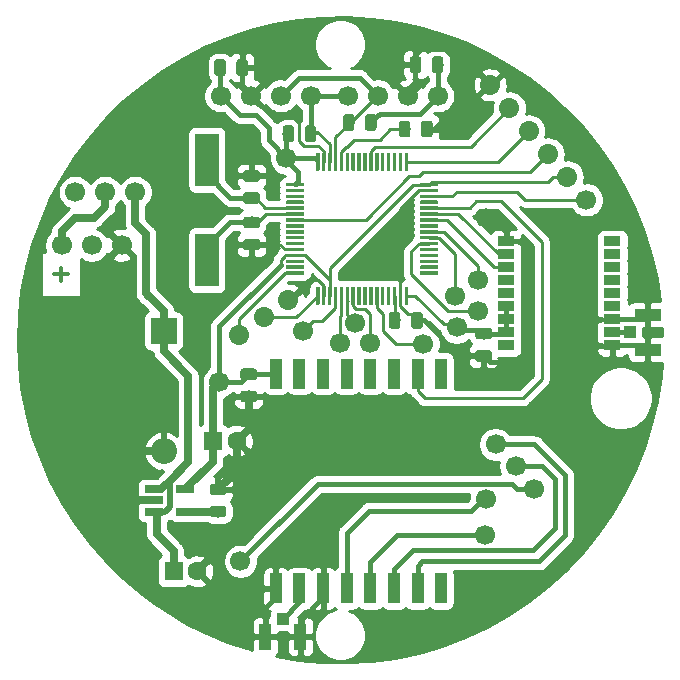
<source format=gbr>
G04 #@! TF.GenerationSoftware,KiCad,Pcbnew,(5.1.4-0-10_14)*
G04 #@! TF.CreationDate,2020-03-11T12:16:04+01:00*
G04 #@! TF.ProjectId,CanSat2020Probe,43616e53-6174-4323-9032-3050726f6265,v01*
G04 #@! TF.SameCoordinates,Original*
G04 #@! TF.FileFunction,Copper,L1,Top*
G04 #@! TF.FilePolarity,Positive*
%FSLAX46Y46*%
G04 Gerber Fmt 4.6, Leading zero omitted, Abs format (unit mm)*
G04 Created by KiCad (PCBNEW (5.1.4-0-10_14)) date 2020-03-11 12:16:04*
%MOMM*%
%LPD*%
G04 APERTURE LIST*
%ADD10C,0.300000*%
%ADD11C,1.700000*%
%ADD12R,1.000000X2.500000*%
%ADD13R,2.200000X1.050000*%
%ADD14R,1.050000X1.000000*%
%ADD15C,1.700000*%
%ADD16C,0.100000*%
%ADD17C,0.975000*%
%ADD18R,2.200000X2.200000*%
%ADD19O,2.200000X2.200000*%
%ADD20R,1.600000X1.600000*%
%ADD21C,1.600000*%
%ADD22R,1.450000X0.850000*%
%ADD23R,1.050000X2.200000*%
%ADD24R,1.000000X1.050000*%
%ADD25C,0.300000*%
%ADD26R,2.000000X4.500000*%
%ADD27R,1.560000X0.650000*%
%ADD28C,0.250000*%
%ADD29C,0.254000*%
%ADD30C,0.406400*%
%ADD31C,0.635000*%
%ADD32C,0.508000*%
G04 APERTURE END LIST*
D10*
X126921428Y-94457142D02*
X125778571Y-94457142D01*
X126350000Y-95028571D02*
X126350000Y-93885714D01*
D11*
X126410000Y-92000000D03*
X128950000Y-92000000D03*
X131490000Y-92000000D03*
D12*
X158550000Y-121050000D03*
X156550000Y-121050000D03*
X154550000Y-121050000D03*
X152550000Y-121050000D03*
X150550000Y-121050000D03*
X148550000Y-121050000D03*
X146550000Y-121050000D03*
X144550000Y-121050000D03*
X144550000Y-102850000D03*
X146550000Y-102850000D03*
X148550000Y-102850000D03*
X150550000Y-102850000D03*
X152550000Y-102850000D03*
X154550000Y-102850000D03*
X156550000Y-102850000D03*
X158550000Y-102850000D03*
D13*
X176025000Y-97875000D03*
D14*
X174500000Y-99350000D03*
D13*
X176025000Y-100825000D03*
D11*
X141450000Y-99550000D03*
D15*
X141450000Y-99550000D02*
X141450000Y-99550000D01*
D11*
X143530646Y-98093116D03*
D15*
X143530646Y-98093116D02*
X143530646Y-98093116D01*
D11*
X145611292Y-96636232D03*
D15*
X145611292Y-96636232D02*
X145611292Y-96636232D01*
D11*
X170850000Y-88150000D03*
X169217319Y-86204247D03*
D15*
X169217319Y-86204247D02*
X169217319Y-86204247D01*
D11*
X167584639Y-84258494D03*
D15*
X167584639Y-84258494D02*
X167584639Y-84258494D01*
D11*
X165951958Y-82312741D03*
D15*
X165951958Y-82312741D02*
X165951958Y-82312741D01*
D11*
X164319278Y-80366988D03*
D15*
X164319278Y-80366988D02*
X164319278Y-80366988D01*
D11*
X162686597Y-78421236D03*
D15*
X162686597Y-78421236D02*
X162686597Y-78421236D01*
D16*
G36*
X142730142Y-102426174D02*
G01*
X142753803Y-102429684D01*
X142777007Y-102435496D01*
X142799529Y-102443554D01*
X142821153Y-102453782D01*
X142841670Y-102466079D01*
X142860883Y-102480329D01*
X142878607Y-102496393D01*
X142894671Y-102514117D01*
X142908921Y-102533330D01*
X142921218Y-102553847D01*
X142931446Y-102575471D01*
X142939504Y-102597993D01*
X142945316Y-102621197D01*
X142948826Y-102644858D01*
X142950000Y-102668750D01*
X142950000Y-103156250D01*
X142948826Y-103180142D01*
X142945316Y-103203803D01*
X142939504Y-103227007D01*
X142931446Y-103249529D01*
X142921218Y-103271153D01*
X142908921Y-103291670D01*
X142894671Y-103310883D01*
X142878607Y-103328607D01*
X142860883Y-103344671D01*
X142841670Y-103358921D01*
X142821153Y-103371218D01*
X142799529Y-103381446D01*
X142777007Y-103389504D01*
X142753803Y-103395316D01*
X142730142Y-103398826D01*
X142706250Y-103400000D01*
X141793750Y-103400000D01*
X141769858Y-103398826D01*
X141746197Y-103395316D01*
X141722993Y-103389504D01*
X141700471Y-103381446D01*
X141678847Y-103371218D01*
X141658330Y-103358921D01*
X141639117Y-103344671D01*
X141621393Y-103328607D01*
X141605329Y-103310883D01*
X141591079Y-103291670D01*
X141578782Y-103271153D01*
X141568554Y-103249529D01*
X141560496Y-103227007D01*
X141554684Y-103203803D01*
X141551174Y-103180142D01*
X141550000Y-103156250D01*
X141550000Y-102668750D01*
X141551174Y-102644858D01*
X141554684Y-102621197D01*
X141560496Y-102597993D01*
X141568554Y-102575471D01*
X141578782Y-102553847D01*
X141591079Y-102533330D01*
X141605329Y-102514117D01*
X141621393Y-102496393D01*
X141639117Y-102480329D01*
X141658330Y-102466079D01*
X141678847Y-102453782D01*
X141700471Y-102443554D01*
X141722993Y-102435496D01*
X141746197Y-102429684D01*
X141769858Y-102426174D01*
X141793750Y-102425000D01*
X142706250Y-102425000D01*
X142730142Y-102426174D01*
X142730142Y-102426174D01*
G37*
D17*
X142250000Y-102912500D03*
D16*
G36*
X142730142Y-104301174D02*
G01*
X142753803Y-104304684D01*
X142777007Y-104310496D01*
X142799529Y-104318554D01*
X142821153Y-104328782D01*
X142841670Y-104341079D01*
X142860883Y-104355329D01*
X142878607Y-104371393D01*
X142894671Y-104389117D01*
X142908921Y-104408330D01*
X142921218Y-104428847D01*
X142931446Y-104450471D01*
X142939504Y-104472993D01*
X142945316Y-104496197D01*
X142948826Y-104519858D01*
X142950000Y-104543750D01*
X142950000Y-105031250D01*
X142948826Y-105055142D01*
X142945316Y-105078803D01*
X142939504Y-105102007D01*
X142931446Y-105124529D01*
X142921218Y-105146153D01*
X142908921Y-105166670D01*
X142894671Y-105185883D01*
X142878607Y-105203607D01*
X142860883Y-105219671D01*
X142841670Y-105233921D01*
X142821153Y-105246218D01*
X142799529Y-105256446D01*
X142777007Y-105264504D01*
X142753803Y-105270316D01*
X142730142Y-105273826D01*
X142706250Y-105275000D01*
X141793750Y-105275000D01*
X141769858Y-105273826D01*
X141746197Y-105270316D01*
X141722993Y-105264504D01*
X141700471Y-105256446D01*
X141678847Y-105246218D01*
X141658330Y-105233921D01*
X141639117Y-105219671D01*
X141621393Y-105203607D01*
X141605329Y-105185883D01*
X141591079Y-105166670D01*
X141578782Y-105146153D01*
X141568554Y-105124529D01*
X141560496Y-105102007D01*
X141554684Y-105078803D01*
X141551174Y-105055142D01*
X141550000Y-105031250D01*
X141550000Y-104543750D01*
X141551174Y-104519858D01*
X141554684Y-104496197D01*
X141560496Y-104472993D01*
X141568554Y-104450471D01*
X141578782Y-104428847D01*
X141591079Y-104408330D01*
X141605329Y-104389117D01*
X141621393Y-104371393D01*
X141639117Y-104355329D01*
X141658330Y-104341079D01*
X141678847Y-104328782D01*
X141700471Y-104318554D01*
X141722993Y-104310496D01*
X141746197Y-104304684D01*
X141769858Y-104301174D01*
X141793750Y-104300000D01*
X142706250Y-104300000D01*
X142730142Y-104301174D01*
X142730142Y-104301174D01*
G37*
D17*
X142250000Y-104787500D03*
D16*
G36*
X150980142Y-80901174D02*
G01*
X151003803Y-80904684D01*
X151027007Y-80910496D01*
X151049529Y-80918554D01*
X151071153Y-80928782D01*
X151091670Y-80941079D01*
X151110883Y-80955329D01*
X151128607Y-80971393D01*
X151144671Y-80989117D01*
X151158921Y-81008330D01*
X151171218Y-81028847D01*
X151181446Y-81050471D01*
X151189504Y-81072993D01*
X151195316Y-81096197D01*
X151198826Y-81119858D01*
X151200000Y-81143750D01*
X151200000Y-82056250D01*
X151198826Y-82080142D01*
X151195316Y-82103803D01*
X151189504Y-82127007D01*
X151181446Y-82149529D01*
X151171218Y-82171153D01*
X151158921Y-82191670D01*
X151144671Y-82210883D01*
X151128607Y-82228607D01*
X151110883Y-82244671D01*
X151091670Y-82258921D01*
X151071153Y-82271218D01*
X151049529Y-82281446D01*
X151027007Y-82289504D01*
X151003803Y-82295316D01*
X150980142Y-82298826D01*
X150956250Y-82300000D01*
X150468750Y-82300000D01*
X150444858Y-82298826D01*
X150421197Y-82295316D01*
X150397993Y-82289504D01*
X150375471Y-82281446D01*
X150353847Y-82271218D01*
X150333330Y-82258921D01*
X150314117Y-82244671D01*
X150296393Y-82228607D01*
X150280329Y-82210883D01*
X150266079Y-82191670D01*
X150253782Y-82171153D01*
X150243554Y-82149529D01*
X150235496Y-82127007D01*
X150229684Y-82103803D01*
X150226174Y-82080142D01*
X150225000Y-82056250D01*
X150225000Y-81143750D01*
X150226174Y-81119858D01*
X150229684Y-81096197D01*
X150235496Y-81072993D01*
X150243554Y-81050471D01*
X150253782Y-81028847D01*
X150266079Y-81008330D01*
X150280329Y-80989117D01*
X150296393Y-80971393D01*
X150314117Y-80955329D01*
X150333330Y-80941079D01*
X150353847Y-80928782D01*
X150375471Y-80918554D01*
X150397993Y-80910496D01*
X150421197Y-80904684D01*
X150444858Y-80901174D01*
X150468750Y-80900000D01*
X150956250Y-80900000D01*
X150980142Y-80901174D01*
X150980142Y-80901174D01*
G37*
D17*
X150712500Y-81600000D03*
D16*
G36*
X152855142Y-80901174D02*
G01*
X152878803Y-80904684D01*
X152902007Y-80910496D01*
X152924529Y-80918554D01*
X152946153Y-80928782D01*
X152966670Y-80941079D01*
X152985883Y-80955329D01*
X153003607Y-80971393D01*
X153019671Y-80989117D01*
X153033921Y-81008330D01*
X153046218Y-81028847D01*
X153056446Y-81050471D01*
X153064504Y-81072993D01*
X153070316Y-81096197D01*
X153073826Y-81119858D01*
X153075000Y-81143750D01*
X153075000Y-82056250D01*
X153073826Y-82080142D01*
X153070316Y-82103803D01*
X153064504Y-82127007D01*
X153056446Y-82149529D01*
X153046218Y-82171153D01*
X153033921Y-82191670D01*
X153019671Y-82210883D01*
X153003607Y-82228607D01*
X152985883Y-82244671D01*
X152966670Y-82258921D01*
X152946153Y-82271218D01*
X152924529Y-82281446D01*
X152902007Y-82289504D01*
X152878803Y-82295316D01*
X152855142Y-82298826D01*
X152831250Y-82300000D01*
X152343750Y-82300000D01*
X152319858Y-82298826D01*
X152296197Y-82295316D01*
X152272993Y-82289504D01*
X152250471Y-82281446D01*
X152228847Y-82271218D01*
X152208330Y-82258921D01*
X152189117Y-82244671D01*
X152171393Y-82228607D01*
X152155329Y-82210883D01*
X152141079Y-82191670D01*
X152128782Y-82171153D01*
X152118554Y-82149529D01*
X152110496Y-82127007D01*
X152104684Y-82103803D01*
X152101174Y-82080142D01*
X152100000Y-82056250D01*
X152100000Y-81143750D01*
X152101174Y-81119858D01*
X152104684Y-81096197D01*
X152110496Y-81072993D01*
X152118554Y-81050471D01*
X152128782Y-81028847D01*
X152141079Y-81008330D01*
X152155329Y-80989117D01*
X152171393Y-80971393D01*
X152189117Y-80955329D01*
X152208330Y-80941079D01*
X152228847Y-80928782D01*
X152250471Y-80918554D01*
X152272993Y-80910496D01*
X152296197Y-80904684D01*
X152319858Y-80901174D01*
X152343750Y-80900000D01*
X152831250Y-80900000D01*
X152855142Y-80901174D01*
X152855142Y-80901174D01*
G37*
D17*
X152587500Y-81600000D03*
D16*
G36*
X156642642Y-76001174D02*
G01*
X156666303Y-76004684D01*
X156689507Y-76010496D01*
X156712029Y-76018554D01*
X156733653Y-76028782D01*
X156754170Y-76041079D01*
X156773383Y-76055329D01*
X156791107Y-76071393D01*
X156807171Y-76089117D01*
X156821421Y-76108330D01*
X156833718Y-76128847D01*
X156843946Y-76150471D01*
X156852004Y-76172993D01*
X156857816Y-76196197D01*
X156861326Y-76219858D01*
X156862500Y-76243750D01*
X156862500Y-77156250D01*
X156861326Y-77180142D01*
X156857816Y-77203803D01*
X156852004Y-77227007D01*
X156843946Y-77249529D01*
X156833718Y-77271153D01*
X156821421Y-77291670D01*
X156807171Y-77310883D01*
X156791107Y-77328607D01*
X156773383Y-77344671D01*
X156754170Y-77358921D01*
X156733653Y-77371218D01*
X156712029Y-77381446D01*
X156689507Y-77389504D01*
X156666303Y-77395316D01*
X156642642Y-77398826D01*
X156618750Y-77400000D01*
X156131250Y-77400000D01*
X156107358Y-77398826D01*
X156083697Y-77395316D01*
X156060493Y-77389504D01*
X156037971Y-77381446D01*
X156016347Y-77371218D01*
X155995830Y-77358921D01*
X155976617Y-77344671D01*
X155958893Y-77328607D01*
X155942829Y-77310883D01*
X155928579Y-77291670D01*
X155916282Y-77271153D01*
X155906054Y-77249529D01*
X155897996Y-77227007D01*
X155892184Y-77203803D01*
X155888674Y-77180142D01*
X155887500Y-77156250D01*
X155887500Y-76243750D01*
X155888674Y-76219858D01*
X155892184Y-76196197D01*
X155897996Y-76172993D01*
X155906054Y-76150471D01*
X155916282Y-76128847D01*
X155928579Y-76108330D01*
X155942829Y-76089117D01*
X155958893Y-76071393D01*
X155976617Y-76055329D01*
X155995830Y-76041079D01*
X156016347Y-76028782D01*
X156037971Y-76018554D01*
X156060493Y-76010496D01*
X156083697Y-76004684D01*
X156107358Y-76001174D01*
X156131250Y-76000000D01*
X156618750Y-76000000D01*
X156642642Y-76001174D01*
X156642642Y-76001174D01*
G37*
D17*
X156375000Y-76700000D03*
D16*
G36*
X158517642Y-76001174D02*
G01*
X158541303Y-76004684D01*
X158564507Y-76010496D01*
X158587029Y-76018554D01*
X158608653Y-76028782D01*
X158629170Y-76041079D01*
X158648383Y-76055329D01*
X158666107Y-76071393D01*
X158682171Y-76089117D01*
X158696421Y-76108330D01*
X158708718Y-76128847D01*
X158718946Y-76150471D01*
X158727004Y-76172993D01*
X158732816Y-76196197D01*
X158736326Y-76219858D01*
X158737500Y-76243750D01*
X158737500Y-77156250D01*
X158736326Y-77180142D01*
X158732816Y-77203803D01*
X158727004Y-77227007D01*
X158718946Y-77249529D01*
X158708718Y-77271153D01*
X158696421Y-77291670D01*
X158682171Y-77310883D01*
X158666107Y-77328607D01*
X158648383Y-77344671D01*
X158629170Y-77358921D01*
X158608653Y-77371218D01*
X158587029Y-77381446D01*
X158564507Y-77389504D01*
X158541303Y-77395316D01*
X158517642Y-77398826D01*
X158493750Y-77400000D01*
X158006250Y-77400000D01*
X157982358Y-77398826D01*
X157958697Y-77395316D01*
X157935493Y-77389504D01*
X157912971Y-77381446D01*
X157891347Y-77371218D01*
X157870830Y-77358921D01*
X157851617Y-77344671D01*
X157833893Y-77328607D01*
X157817829Y-77310883D01*
X157803579Y-77291670D01*
X157791282Y-77271153D01*
X157781054Y-77249529D01*
X157772996Y-77227007D01*
X157767184Y-77203803D01*
X157763674Y-77180142D01*
X157762500Y-77156250D01*
X157762500Y-76243750D01*
X157763674Y-76219858D01*
X157767184Y-76196197D01*
X157772996Y-76172993D01*
X157781054Y-76150471D01*
X157791282Y-76128847D01*
X157803579Y-76108330D01*
X157817829Y-76089117D01*
X157833893Y-76071393D01*
X157851617Y-76055329D01*
X157870830Y-76041079D01*
X157891347Y-76028782D01*
X157912971Y-76018554D01*
X157935493Y-76010496D01*
X157958697Y-76004684D01*
X157982358Y-76001174D01*
X158006250Y-76000000D01*
X158493750Y-76000000D01*
X158517642Y-76001174D01*
X158517642Y-76001174D01*
G37*
D17*
X158250000Y-76700000D03*
D16*
G36*
X162630142Y-100863674D02*
G01*
X162653803Y-100867184D01*
X162677007Y-100872996D01*
X162699529Y-100881054D01*
X162721153Y-100891282D01*
X162741670Y-100903579D01*
X162760883Y-100917829D01*
X162778607Y-100933893D01*
X162794671Y-100951617D01*
X162808921Y-100970830D01*
X162821218Y-100991347D01*
X162831446Y-101012971D01*
X162839504Y-101035493D01*
X162845316Y-101058697D01*
X162848826Y-101082358D01*
X162850000Y-101106250D01*
X162850000Y-101593750D01*
X162848826Y-101617642D01*
X162845316Y-101641303D01*
X162839504Y-101664507D01*
X162831446Y-101687029D01*
X162821218Y-101708653D01*
X162808921Y-101729170D01*
X162794671Y-101748383D01*
X162778607Y-101766107D01*
X162760883Y-101782171D01*
X162741670Y-101796421D01*
X162721153Y-101808718D01*
X162699529Y-101818946D01*
X162677007Y-101827004D01*
X162653803Y-101832816D01*
X162630142Y-101836326D01*
X162606250Y-101837500D01*
X161693750Y-101837500D01*
X161669858Y-101836326D01*
X161646197Y-101832816D01*
X161622993Y-101827004D01*
X161600471Y-101818946D01*
X161578847Y-101808718D01*
X161558330Y-101796421D01*
X161539117Y-101782171D01*
X161521393Y-101766107D01*
X161505329Y-101748383D01*
X161491079Y-101729170D01*
X161478782Y-101708653D01*
X161468554Y-101687029D01*
X161460496Y-101664507D01*
X161454684Y-101641303D01*
X161451174Y-101617642D01*
X161450000Y-101593750D01*
X161450000Y-101106250D01*
X161451174Y-101082358D01*
X161454684Y-101058697D01*
X161460496Y-101035493D01*
X161468554Y-101012971D01*
X161478782Y-100991347D01*
X161491079Y-100970830D01*
X161505329Y-100951617D01*
X161521393Y-100933893D01*
X161539117Y-100917829D01*
X161558330Y-100903579D01*
X161578847Y-100891282D01*
X161600471Y-100881054D01*
X161622993Y-100872996D01*
X161646197Y-100867184D01*
X161669858Y-100863674D01*
X161693750Y-100862500D01*
X162606250Y-100862500D01*
X162630142Y-100863674D01*
X162630142Y-100863674D01*
G37*
D17*
X162150000Y-101350000D03*
D16*
G36*
X162630142Y-98988674D02*
G01*
X162653803Y-98992184D01*
X162677007Y-98997996D01*
X162699529Y-99006054D01*
X162721153Y-99016282D01*
X162741670Y-99028579D01*
X162760883Y-99042829D01*
X162778607Y-99058893D01*
X162794671Y-99076617D01*
X162808921Y-99095830D01*
X162821218Y-99116347D01*
X162831446Y-99137971D01*
X162839504Y-99160493D01*
X162845316Y-99183697D01*
X162848826Y-99207358D01*
X162850000Y-99231250D01*
X162850000Y-99718750D01*
X162848826Y-99742642D01*
X162845316Y-99766303D01*
X162839504Y-99789507D01*
X162831446Y-99812029D01*
X162821218Y-99833653D01*
X162808921Y-99854170D01*
X162794671Y-99873383D01*
X162778607Y-99891107D01*
X162760883Y-99907171D01*
X162741670Y-99921421D01*
X162721153Y-99933718D01*
X162699529Y-99943946D01*
X162677007Y-99952004D01*
X162653803Y-99957816D01*
X162630142Y-99961326D01*
X162606250Y-99962500D01*
X161693750Y-99962500D01*
X161669858Y-99961326D01*
X161646197Y-99957816D01*
X161622993Y-99952004D01*
X161600471Y-99943946D01*
X161578847Y-99933718D01*
X161558330Y-99921421D01*
X161539117Y-99907171D01*
X161521393Y-99891107D01*
X161505329Y-99873383D01*
X161491079Y-99854170D01*
X161478782Y-99833653D01*
X161468554Y-99812029D01*
X161460496Y-99789507D01*
X161454684Y-99766303D01*
X161451174Y-99742642D01*
X161450000Y-99718750D01*
X161450000Y-99231250D01*
X161451174Y-99207358D01*
X161454684Y-99183697D01*
X161460496Y-99160493D01*
X161468554Y-99137971D01*
X161478782Y-99116347D01*
X161491079Y-99095830D01*
X161505329Y-99076617D01*
X161521393Y-99058893D01*
X161539117Y-99042829D01*
X161558330Y-99028579D01*
X161578847Y-99016282D01*
X161600471Y-99006054D01*
X161622993Y-98997996D01*
X161646197Y-98992184D01*
X161669858Y-98988674D01*
X161693750Y-98987500D01*
X162606250Y-98987500D01*
X162630142Y-98988674D01*
X162630142Y-98988674D01*
G37*
D17*
X162150000Y-99475000D03*
D18*
X135050000Y-99250000D03*
D19*
X135050000Y-109410000D03*
D20*
X135900000Y-119600000D03*
D21*
X137900000Y-119600000D03*
D16*
G36*
X140130142Y-114051174D02*
G01*
X140153803Y-114054684D01*
X140177007Y-114060496D01*
X140199529Y-114068554D01*
X140221153Y-114078782D01*
X140241670Y-114091079D01*
X140260883Y-114105329D01*
X140278607Y-114121393D01*
X140294671Y-114139117D01*
X140308921Y-114158330D01*
X140321218Y-114178847D01*
X140331446Y-114200471D01*
X140339504Y-114222993D01*
X140345316Y-114246197D01*
X140348826Y-114269858D01*
X140350000Y-114293750D01*
X140350000Y-114781250D01*
X140348826Y-114805142D01*
X140345316Y-114828803D01*
X140339504Y-114852007D01*
X140331446Y-114874529D01*
X140321218Y-114896153D01*
X140308921Y-114916670D01*
X140294671Y-114935883D01*
X140278607Y-114953607D01*
X140260883Y-114969671D01*
X140241670Y-114983921D01*
X140221153Y-114996218D01*
X140199529Y-115006446D01*
X140177007Y-115014504D01*
X140153803Y-115020316D01*
X140130142Y-115023826D01*
X140106250Y-115025000D01*
X139193750Y-115025000D01*
X139169858Y-115023826D01*
X139146197Y-115020316D01*
X139122993Y-115014504D01*
X139100471Y-115006446D01*
X139078847Y-114996218D01*
X139058330Y-114983921D01*
X139039117Y-114969671D01*
X139021393Y-114953607D01*
X139005329Y-114935883D01*
X138991079Y-114916670D01*
X138978782Y-114896153D01*
X138968554Y-114874529D01*
X138960496Y-114852007D01*
X138954684Y-114828803D01*
X138951174Y-114805142D01*
X138950000Y-114781250D01*
X138950000Y-114293750D01*
X138951174Y-114269858D01*
X138954684Y-114246197D01*
X138960496Y-114222993D01*
X138968554Y-114200471D01*
X138978782Y-114178847D01*
X138991079Y-114158330D01*
X139005329Y-114139117D01*
X139021393Y-114121393D01*
X139039117Y-114105329D01*
X139058330Y-114091079D01*
X139078847Y-114078782D01*
X139100471Y-114068554D01*
X139122993Y-114060496D01*
X139146197Y-114054684D01*
X139169858Y-114051174D01*
X139193750Y-114050000D01*
X140106250Y-114050000D01*
X140130142Y-114051174D01*
X140130142Y-114051174D01*
G37*
D17*
X139650000Y-114537500D03*
D16*
G36*
X140130142Y-112176174D02*
G01*
X140153803Y-112179684D01*
X140177007Y-112185496D01*
X140199529Y-112193554D01*
X140221153Y-112203782D01*
X140241670Y-112216079D01*
X140260883Y-112230329D01*
X140278607Y-112246393D01*
X140294671Y-112264117D01*
X140308921Y-112283330D01*
X140321218Y-112303847D01*
X140331446Y-112325471D01*
X140339504Y-112347993D01*
X140345316Y-112371197D01*
X140348826Y-112394858D01*
X140350000Y-112418750D01*
X140350000Y-112906250D01*
X140348826Y-112930142D01*
X140345316Y-112953803D01*
X140339504Y-112977007D01*
X140331446Y-112999529D01*
X140321218Y-113021153D01*
X140308921Y-113041670D01*
X140294671Y-113060883D01*
X140278607Y-113078607D01*
X140260883Y-113094671D01*
X140241670Y-113108921D01*
X140221153Y-113121218D01*
X140199529Y-113131446D01*
X140177007Y-113139504D01*
X140153803Y-113145316D01*
X140130142Y-113148826D01*
X140106250Y-113150000D01*
X139193750Y-113150000D01*
X139169858Y-113148826D01*
X139146197Y-113145316D01*
X139122993Y-113139504D01*
X139100471Y-113131446D01*
X139078847Y-113121218D01*
X139058330Y-113108921D01*
X139039117Y-113094671D01*
X139021393Y-113078607D01*
X139005329Y-113060883D01*
X138991079Y-113041670D01*
X138978782Y-113021153D01*
X138968554Y-112999529D01*
X138960496Y-112977007D01*
X138954684Y-112953803D01*
X138951174Y-112930142D01*
X138950000Y-112906250D01*
X138950000Y-112418750D01*
X138951174Y-112394858D01*
X138954684Y-112371197D01*
X138960496Y-112347993D01*
X138968554Y-112325471D01*
X138978782Y-112303847D01*
X138991079Y-112283330D01*
X139005329Y-112264117D01*
X139021393Y-112246393D01*
X139039117Y-112230329D01*
X139058330Y-112216079D01*
X139078847Y-112203782D01*
X139100471Y-112193554D01*
X139122993Y-112185496D01*
X139146197Y-112179684D01*
X139169858Y-112176174D01*
X139193750Y-112175000D01*
X140106250Y-112175000D01*
X140130142Y-112176174D01*
X140130142Y-112176174D01*
G37*
D17*
X139650000Y-112662500D03*
D21*
X141250000Y-108550000D03*
D20*
X139250000Y-108550000D03*
D16*
G36*
X142980142Y-87501174D02*
G01*
X143003803Y-87504684D01*
X143027007Y-87510496D01*
X143049529Y-87518554D01*
X143071153Y-87528782D01*
X143091670Y-87541079D01*
X143110883Y-87555329D01*
X143128607Y-87571393D01*
X143144671Y-87589117D01*
X143158921Y-87608330D01*
X143171218Y-87628847D01*
X143181446Y-87650471D01*
X143189504Y-87672993D01*
X143195316Y-87696197D01*
X143198826Y-87719858D01*
X143200000Y-87743750D01*
X143200000Y-88231250D01*
X143198826Y-88255142D01*
X143195316Y-88278803D01*
X143189504Y-88302007D01*
X143181446Y-88324529D01*
X143171218Y-88346153D01*
X143158921Y-88366670D01*
X143144671Y-88385883D01*
X143128607Y-88403607D01*
X143110883Y-88419671D01*
X143091670Y-88433921D01*
X143071153Y-88446218D01*
X143049529Y-88456446D01*
X143027007Y-88464504D01*
X143003803Y-88470316D01*
X142980142Y-88473826D01*
X142956250Y-88475000D01*
X142043750Y-88475000D01*
X142019858Y-88473826D01*
X141996197Y-88470316D01*
X141972993Y-88464504D01*
X141950471Y-88456446D01*
X141928847Y-88446218D01*
X141908330Y-88433921D01*
X141889117Y-88419671D01*
X141871393Y-88403607D01*
X141855329Y-88385883D01*
X141841079Y-88366670D01*
X141828782Y-88346153D01*
X141818554Y-88324529D01*
X141810496Y-88302007D01*
X141804684Y-88278803D01*
X141801174Y-88255142D01*
X141800000Y-88231250D01*
X141800000Y-87743750D01*
X141801174Y-87719858D01*
X141804684Y-87696197D01*
X141810496Y-87672993D01*
X141818554Y-87650471D01*
X141828782Y-87628847D01*
X141841079Y-87608330D01*
X141855329Y-87589117D01*
X141871393Y-87571393D01*
X141889117Y-87555329D01*
X141908330Y-87541079D01*
X141928847Y-87528782D01*
X141950471Y-87518554D01*
X141972993Y-87510496D01*
X141996197Y-87504684D01*
X142019858Y-87501174D01*
X142043750Y-87500000D01*
X142956250Y-87500000D01*
X142980142Y-87501174D01*
X142980142Y-87501174D01*
G37*
D17*
X142500000Y-87987500D03*
D16*
G36*
X142980142Y-85626174D02*
G01*
X143003803Y-85629684D01*
X143027007Y-85635496D01*
X143049529Y-85643554D01*
X143071153Y-85653782D01*
X143091670Y-85666079D01*
X143110883Y-85680329D01*
X143128607Y-85696393D01*
X143144671Y-85714117D01*
X143158921Y-85733330D01*
X143171218Y-85753847D01*
X143181446Y-85775471D01*
X143189504Y-85797993D01*
X143195316Y-85821197D01*
X143198826Y-85844858D01*
X143200000Y-85868750D01*
X143200000Y-86356250D01*
X143198826Y-86380142D01*
X143195316Y-86403803D01*
X143189504Y-86427007D01*
X143181446Y-86449529D01*
X143171218Y-86471153D01*
X143158921Y-86491670D01*
X143144671Y-86510883D01*
X143128607Y-86528607D01*
X143110883Y-86544671D01*
X143091670Y-86558921D01*
X143071153Y-86571218D01*
X143049529Y-86581446D01*
X143027007Y-86589504D01*
X143003803Y-86595316D01*
X142980142Y-86598826D01*
X142956250Y-86600000D01*
X142043750Y-86600000D01*
X142019858Y-86598826D01*
X141996197Y-86595316D01*
X141972993Y-86589504D01*
X141950471Y-86581446D01*
X141928847Y-86571218D01*
X141908330Y-86558921D01*
X141889117Y-86544671D01*
X141871393Y-86528607D01*
X141855329Y-86510883D01*
X141841079Y-86491670D01*
X141828782Y-86471153D01*
X141818554Y-86449529D01*
X141810496Y-86427007D01*
X141804684Y-86403803D01*
X141801174Y-86380142D01*
X141800000Y-86356250D01*
X141800000Y-85868750D01*
X141801174Y-85844858D01*
X141804684Y-85821197D01*
X141810496Y-85797993D01*
X141818554Y-85775471D01*
X141828782Y-85753847D01*
X141841079Y-85733330D01*
X141855329Y-85714117D01*
X141871393Y-85696393D01*
X141889117Y-85680329D01*
X141908330Y-85666079D01*
X141928847Y-85653782D01*
X141950471Y-85643554D01*
X141972993Y-85635496D01*
X141996197Y-85629684D01*
X142019858Y-85626174D01*
X142043750Y-85625000D01*
X142956250Y-85625000D01*
X142980142Y-85626174D01*
X142980142Y-85626174D01*
G37*
D17*
X142500000Y-86112500D03*
D16*
G36*
X142980142Y-89576174D02*
G01*
X143003803Y-89579684D01*
X143027007Y-89585496D01*
X143049529Y-89593554D01*
X143071153Y-89603782D01*
X143091670Y-89616079D01*
X143110883Y-89630329D01*
X143128607Y-89646393D01*
X143144671Y-89664117D01*
X143158921Y-89683330D01*
X143171218Y-89703847D01*
X143181446Y-89725471D01*
X143189504Y-89747993D01*
X143195316Y-89771197D01*
X143198826Y-89794858D01*
X143200000Y-89818750D01*
X143200000Y-90306250D01*
X143198826Y-90330142D01*
X143195316Y-90353803D01*
X143189504Y-90377007D01*
X143181446Y-90399529D01*
X143171218Y-90421153D01*
X143158921Y-90441670D01*
X143144671Y-90460883D01*
X143128607Y-90478607D01*
X143110883Y-90494671D01*
X143091670Y-90508921D01*
X143071153Y-90521218D01*
X143049529Y-90531446D01*
X143027007Y-90539504D01*
X143003803Y-90545316D01*
X142980142Y-90548826D01*
X142956250Y-90550000D01*
X142043750Y-90550000D01*
X142019858Y-90548826D01*
X141996197Y-90545316D01*
X141972993Y-90539504D01*
X141950471Y-90531446D01*
X141928847Y-90521218D01*
X141908330Y-90508921D01*
X141889117Y-90494671D01*
X141871393Y-90478607D01*
X141855329Y-90460883D01*
X141841079Y-90441670D01*
X141828782Y-90421153D01*
X141818554Y-90399529D01*
X141810496Y-90377007D01*
X141804684Y-90353803D01*
X141801174Y-90330142D01*
X141800000Y-90306250D01*
X141800000Y-89818750D01*
X141801174Y-89794858D01*
X141804684Y-89771197D01*
X141810496Y-89747993D01*
X141818554Y-89725471D01*
X141828782Y-89703847D01*
X141841079Y-89683330D01*
X141855329Y-89664117D01*
X141871393Y-89646393D01*
X141889117Y-89630329D01*
X141908330Y-89616079D01*
X141928847Y-89603782D01*
X141950471Y-89593554D01*
X141972993Y-89585496D01*
X141996197Y-89579684D01*
X142019858Y-89576174D01*
X142043750Y-89575000D01*
X142956250Y-89575000D01*
X142980142Y-89576174D01*
X142980142Y-89576174D01*
G37*
D17*
X142500000Y-90062500D03*
D16*
G36*
X142980142Y-91451174D02*
G01*
X143003803Y-91454684D01*
X143027007Y-91460496D01*
X143049529Y-91468554D01*
X143071153Y-91478782D01*
X143091670Y-91491079D01*
X143110883Y-91505329D01*
X143128607Y-91521393D01*
X143144671Y-91539117D01*
X143158921Y-91558330D01*
X143171218Y-91578847D01*
X143181446Y-91600471D01*
X143189504Y-91622993D01*
X143195316Y-91646197D01*
X143198826Y-91669858D01*
X143200000Y-91693750D01*
X143200000Y-92181250D01*
X143198826Y-92205142D01*
X143195316Y-92228803D01*
X143189504Y-92252007D01*
X143181446Y-92274529D01*
X143171218Y-92296153D01*
X143158921Y-92316670D01*
X143144671Y-92335883D01*
X143128607Y-92353607D01*
X143110883Y-92369671D01*
X143091670Y-92383921D01*
X143071153Y-92396218D01*
X143049529Y-92406446D01*
X143027007Y-92414504D01*
X143003803Y-92420316D01*
X142980142Y-92423826D01*
X142956250Y-92425000D01*
X142043750Y-92425000D01*
X142019858Y-92423826D01*
X141996197Y-92420316D01*
X141972993Y-92414504D01*
X141950471Y-92406446D01*
X141928847Y-92396218D01*
X141908330Y-92383921D01*
X141889117Y-92369671D01*
X141871393Y-92353607D01*
X141855329Y-92335883D01*
X141841079Y-92316670D01*
X141828782Y-92296153D01*
X141818554Y-92274529D01*
X141810496Y-92252007D01*
X141804684Y-92228803D01*
X141801174Y-92205142D01*
X141800000Y-92181250D01*
X141800000Y-91693750D01*
X141801174Y-91669858D01*
X141804684Y-91646197D01*
X141810496Y-91622993D01*
X141818554Y-91600471D01*
X141828782Y-91578847D01*
X141841079Y-91558330D01*
X141855329Y-91539117D01*
X141871393Y-91521393D01*
X141889117Y-91505329D01*
X141908330Y-91491079D01*
X141928847Y-91478782D01*
X141950471Y-91468554D01*
X141972993Y-91460496D01*
X141996197Y-91454684D01*
X142019858Y-91451174D01*
X142043750Y-91450000D01*
X142956250Y-91450000D01*
X142980142Y-91451174D01*
X142980142Y-91451174D01*
G37*
D17*
X142500000Y-91937500D03*
D16*
G36*
X140092642Y-76251174D02*
G01*
X140116303Y-76254684D01*
X140139507Y-76260496D01*
X140162029Y-76268554D01*
X140183653Y-76278782D01*
X140204170Y-76291079D01*
X140223383Y-76305329D01*
X140241107Y-76321393D01*
X140257171Y-76339117D01*
X140271421Y-76358330D01*
X140283718Y-76378847D01*
X140293946Y-76400471D01*
X140302004Y-76422993D01*
X140307816Y-76446197D01*
X140311326Y-76469858D01*
X140312500Y-76493750D01*
X140312500Y-77406250D01*
X140311326Y-77430142D01*
X140307816Y-77453803D01*
X140302004Y-77477007D01*
X140293946Y-77499529D01*
X140283718Y-77521153D01*
X140271421Y-77541670D01*
X140257171Y-77560883D01*
X140241107Y-77578607D01*
X140223383Y-77594671D01*
X140204170Y-77608921D01*
X140183653Y-77621218D01*
X140162029Y-77631446D01*
X140139507Y-77639504D01*
X140116303Y-77645316D01*
X140092642Y-77648826D01*
X140068750Y-77650000D01*
X139581250Y-77650000D01*
X139557358Y-77648826D01*
X139533697Y-77645316D01*
X139510493Y-77639504D01*
X139487971Y-77631446D01*
X139466347Y-77621218D01*
X139445830Y-77608921D01*
X139426617Y-77594671D01*
X139408893Y-77578607D01*
X139392829Y-77560883D01*
X139378579Y-77541670D01*
X139366282Y-77521153D01*
X139356054Y-77499529D01*
X139347996Y-77477007D01*
X139342184Y-77453803D01*
X139338674Y-77430142D01*
X139337500Y-77406250D01*
X139337500Y-76493750D01*
X139338674Y-76469858D01*
X139342184Y-76446197D01*
X139347996Y-76422993D01*
X139356054Y-76400471D01*
X139366282Y-76378847D01*
X139378579Y-76358330D01*
X139392829Y-76339117D01*
X139408893Y-76321393D01*
X139426617Y-76305329D01*
X139445830Y-76291079D01*
X139466347Y-76278782D01*
X139487971Y-76268554D01*
X139510493Y-76260496D01*
X139533697Y-76254684D01*
X139557358Y-76251174D01*
X139581250Y-76250000D01*
X140068750Y-76250000D01*
X140092642Y-76251174D01*
X140092642Y-76251174D01*
G37*
D17*
X139825000Y-76950000D03*
D16*
G36*
X141967642Y-76251174D02*
G01*
X141991303Y-76254684D01*
X142014507Y-76260496D01*
X142037029Y-76268554D01*
X142058653Y-76278782D01*
X142079170Y-76291079D01*
X142098383Y-76305329D01*
X142116107Y-76321393D01*
X142132171Y-76339117D01*
X142146421Y-76358330D01*
X142158718Y-76378847D01*
X142168946Y-76400471D01*
X142177004Y-76422993D01*
X142182816Y-76446197D01*
X142186326Y-76469858D01*
X142187500Y-76493750D01*
X142187500Y-77406250D01*
X142186326Y-77430142D01*
X142182816Y-77453803D01*
X142177004Y-77477007D01*
X142168946Y-77499529D01*
X142158718Y-77521153D01*
X142146421Y-77541670D01*
X142132171Y-77560883D01*
X142116107Y-77578607D01*
X142098383Y-77594671D01*
X142079170Y-77608921D01*
X142058653Y-77621218D01*
X142037029Y-77631446D01*
X142014507Y-77639504D01*
X141991303Y-77645316D01*
X141967642Y-77648826D01*
X141943750Y-77650000D01*
X141456250Y-77650000D01*
X141432358Y-77648826D01*
X141408697Y-77645316D01*
X141385493Y-77639504D01*
X141362971Y-77631446D01*
X141341347Y-77621218D01*
X141320830Y-77608921D01*
X141301617Y-77594671D01*
X141283893Y-77578607D01*
X141267829Y-77560883D01*
X141253579Y-77541670D01*
X141241282Y-77521153D01*
X141231054Y-77499529D01*
X141222996Y-77477007D01*
X141217184Y-77453803D01*
X141213674Y-77430142D01*
X141212500Y-77406250D01*
X141212500Y-76493750D01*
X141213674Y-76469858D01*
X141217184Y-76446197D01*
X141222996Y-76422993D01*
X141231054Y-76400471D01*
X141241282Y-76378847D01*
X141253579Y-76358330D01*
X141267829Y-76339117D01*
X141283893Y-76321393D01*
X141301617Y-76305329D01*
X141320830Y-76291079D01*
X141341347Y-76278782D01*
X141362971Y-76268554D01*
X141385493Y-76260496D01*
X141408697Y-76254684D01*
X141432358Y-76251174D01*
X141456250Y-76250000D01*
X141943750Y-76250000D01*
X141967642Y-76251174D01*
X141967642Y-76251174D01*
G37*
D17*
X141700000Y-76950000D03*
D16*
G36*
X156755142Y-97651174D02*
G01*
X156778803Y-97654684D01*
X156802007Y-97660496D01*
X156824529Y-97668554D01*
X156846153Y-97678782D01*
X156866670Y-97691079D01*
X156885883Y-97705329D01*
X156903607Y-97721393D01*
X156919671Y-97739117D01*
X156933921Y-97758330D01*
X156946218Y-97778847D01*
X156956446Y-97800471D01*
X156964504Y-97822993D01*
X156970316Y-97846197D01*
X156973826Y-97869858D01*
X156975000Y-97893750D01*
X156975000Y-98806250D01*
X156973826Y-98830142D01*
X156970316Y-98853803D01*
X156964504Y-98877007D01*
X156956446Y-98899529D01*
X156946218Y-98921153D01*
X156933921Y-98941670D01*
X156919671Y-98960883D01*
X156903607Y-98978607D01*
X156885883Y-98994671D01*
X156866670Y-99008921D01*
X156846153Y-99021218D01*
X156824529Y-99031446D01*
X156802007Y-99039504D01*
X156778803Y-99045316D01*
X156755142Y-99048826D01*
X156731250Y-99050000D01*
X156243750Y-99050000D01*
X156219858Y-99048826D01*
X156196197Y-99045316D01*
X156172993Y-99039504D01*
X156150471Y-99031446D01*
X156128847Y-99021218D01*
X156108330Y-99008921D01*
X156089117Y-98994671D01*
X156071393Y-98978607D01*
X156055329Y-98960883D01*
X156041079Y-98941670D01*
X156028782Y-98921153D01*
X156018554Y-98899529D01*
X156010496Y-98877007D01*
X156004684Y-98853803D01*
X156001174Y-98830142D01*
X156000000Y-98806250D01*
X156000000Y-97893750D01*
X156001174Y-97869858D01*
X156004684Y-97846197D01*
X156010496Y-97822993D01*
X156018554Y-97800471D01*
X156028782Y-97778847D01*
X156041079Y-97758330D01*
X156055329Y-97739117D01*
X156071393Y-97721393D01*
X156089117Y-97705329D01*
X156108330Y-97691079D01*
X156128847Y-97678782D01*
X156150471Y-97668554D01*
X156172993Y-97660496D01*
X156196197Y-97654684D01*
X156219858Y-97651174D01*
X156243750Y-97650000D01*
X156731250Y-97650000D01*
X156755142Y-97651174D01*
X156755142Y-97651174D01*
G37*
D17*
X156487500Y-98350000D03*
D16*
G36*
X154880142Y-97651174D02*
G01*
X154903803Y-97654684D01*
X154927007Y-97660496D01*
X154949529Y-97668554D01*
X154971153Y-97678782D01*
X154991670Y-97691079D01*
X155010883Y-97705329D01*
X155028607Y-97721393D01*
X155044671Y-97739117D01*
X155058921Y-97758330D01*
X155071218Y-97778847D01*
X155081446Y-97800471D01*
X155089504Y-97822993D01*
X155095316Y-97846197D01*
X155098826Y-97869858D01*
X155100000Y-97893750D01*
X155100000Y-98806250D01*
X155098826Y-98830142D01*
X155095316Y-98853803D01*
X155089504Y-98877007D01*
X155081446Y-98899529D01*
X155071218Y-98921153D01*
X155058921Y-98941670D01*
X155044671Y-98960883D01*
X155028607Y-98978607D01*
X155010883Y-98994671D01*
X154991670Y-99008921D01*
X154971153Y-99021218D01*
X154949529Y-99031446D01*
X154927007Y-99039504D01*
X154903803Y-99045316D01*
X154880142Y-99048826D01*
X154856250Y-99050000D01*
X154368750Y-99050000D01*
X154344858Y-99048826D01*
X154321197Y-99045316D01*
X154297993Y-99039504D01*
X154275471Y-99031446D01*
X154253847Y-99021218D01*
X154233330Y-99008921D01*
X154214117Y-98994671D01*
X154196393Y-98978607D01*
X154180329Y-98960883D01*
X154166079Y-98941670D01*
X154153782Y-98921153D01*
X154143554Y-98899529D01*
X154135496Y-98877007D01*
X154129684Y-98853803D01*
X154126174Y-98830142D01*
X154125000Y-98806250D01*
X154125000Y-97893750D01*
X154126174Y-97869858D01*
X154129684Y-97846197D01*
X154135496Y-97822993D01*
X154143554Y-97800471D01*
X154153782Y-97778847D01*
X154166079Y-97758330D01*
X154180329Y-97739117D01*
X154196393Y-97721393D01*
X154214117Y-97705329D01*
X154233330Y-97691079D01*
X154253847Y-97678782D01*
X154275471Y-97668554D01*
X154297993Y-97660496D01*
X154321197Y-97654684D01*
X154344858Y-97651174D01*
X154368750Y-97650000D01*
X154856250Y-97650000D01*
X154880142Y-97651174D01*
X154880142Y-97651174D01*
G37*
D17*
X154612500Y-98350000D03*
D22*
X164050000Y-91650000D03*
X164050000Y-92750000D03*
X164050000Y-93850000D03*
X164050000Y-94950000D03*
X164050000Y-96050000D03*
X164050000Y-97150000D03*
X164050000Y-98250000D03*
X164050000Y-99350000D03*
X164050000Y-100450000D03*
X173050000Y-100450000D03*
X173050000Y-99350000D03*
X173050000Y-98250000D03*
X173050000Y-97150000D03*
X173050000Y-96050000D03*
X173050000Y-94950000D03*
X173050000Y-93850000D03*
X173050000Y-92750000D03*
X173050000Y-91650000D03*
D11*
X139900000Y-79350000D03*
X142440000Y-79350000D03*
X144980000Y-79350000D03*
X147520000Y-79350000D03*
D23*
X143675000Y-125125000D03*
D24*
X145150000Y-123600000D03*
D23*
X146625000Y-125125000D03*
D16*
G36*
X145880142Y-81851174D02*
G01*
X145903803Y-81854684D01*
X145927007Y-81860496D01*
X145949529Y-81868554D01*
X145971153Y-81878782D01*
X145991670Y-81891079D01*
X146010883Y-81905329D01*
X146028607Y-81921393D01*
X146044671Y-81939117D01*
X146058921Y-81958330D01*
X146071218Y-81978847D01*
X146081446Y-82000471D01*
X146089504Y-82022993D01*
X146095316Y-82046197D01*
X146098826Y-82069858D01*
X146100000Y-82093750D01*
X146100000Y-83006250D01*
X146098826Y-83030142D01*
X146095316Y-83053803D01*
X146089504Y-83077007D01*
X146081446Y-83099529D01*
X146071218Y-83121153D01*
X146058921Y-83141670D01*
X146044671Y-83160883D01*
X146028607Y-83178607D01*
X146010883Y-83194671D01*
X145991670Y-83208921D01*
X145971153Y-83221218D01*
X145949529Y-83231446D01*
X145927007Y-83239504D01*
X145903803Y-83245316D01*
X145880142Y-83248826D01*
X145856250Y-83250000D01*
X145368750Y-83250000D01*
X145344858Y-83248826D01*
X145321197Y-83245316D01*
X145297993Y-83239504D01*
X145275471Y-83231446D01*
X145253847Y-83221218D01*
X145233330Y-83208921D01*
X145214117Y-83194671D01*
X145196393Y-83178607D01*
X145180329Y-83160883D01*
X145166079Y-83141670D01*
X145153782Y-83121153D01*
X145143554Y-83099529D01*
X145135496Y-83077007D01*
X145129684Y-83053803D01*
X145126174Y-83030142D01*
X145125000Y-83006250D01*
X145125000Y-82093750D01*
X145126174Y-82069858D01*
X145129684Y-82046197D01*
X145135496Y-82022993D01*
X145143554Y-82000471D01*
X145153782Y-81978847D01*
X145166079Y-81958330D01*
X145180329Y-81939117D01*
X145196393Y-81921393D01*
X145214117Y-81905329D01*
X145233330Y-81891079D01*
X145253847Y-81878782D01*
X145275471Y-81868554D01*
X145297993Y-81860496D01*
X145321197Y-81854684D01*
X145344858Y-81851174D01*
X145368750Y-81850000D01*
X145856250Y-81850000D01*
X145880142Y-81851174D01*
X145880142Y-81851174D01*
G37*
D17*
X145612500Y-82550000D03*
D16*
G36*
X147755142Y-81851174D02*
G01*
X147778803Y-81854684D01*
X147802007Y-81860496D01*
X147824529Y-81868554D01*
X147846153Y-81878782D01*
X147866670Y-81891079D01*
X147885883Y-81905329D01*
X147903607Y-81921393D01*
X147919671Y-81939117D01*
X147933921Y-81958330D01*
X147946218Y-81978847D01*
X147956446Y-82000471D01*
X147964504Y-82022993D01*
X147970316Y-82046197D01*
X147973826Y-82069858D01*
X147975000Y-82093750D01*
X147975000Y-83006250D01*
X147973826Y-83030142D01*
X147970316Y-83053803D01*
X147964504Y-83077007D01*
X147956446Y-83099529D01*
X147946218Y-83121153D01*
X147933921Y-83141670D01*
X147919671Y-83160883D01*
X147903607Y-83178607D01*
X147885883Y-83194671D01*
X147866670Y-83208921D01*
X147846153Y-83221218D01*
X147824529Y-83231446D01*
X147802007Y-83239504D01*
X147778803Y-83245316D01*
X147755142Y-83248826D01*
X147731250Y-83250000D01*
X147243750Y-83250000D01*
X147219858Y-83248826D01*
X147196197Y-83245316D01*
X147172993Y-83239504D01*
X147150471Y-83231446D01*
X147128847Y-83221218D01*
X147108330Y-83208921D01*
X147089117Y-83194671D01*
X147071393Y-83178607D01*
X147055329Y-83160883D01*
X147041079Y-83141670D01*
X147028782Y-83121153D01*
X147018554Y-83099529D01*
X147010496Y-83077007D01*
X147004684Y-83053803D01*
X147001174Y-83030142D01*
X147000000Y-83006250D01*
X147000000Y-82093750D01*
X147001174Y-82069858D01*
X147004684Y-82046197D01*
X147010496Y-82022993D01*
X147018554Y-82000471D01*
X147028782Y-81978847D01*
X147041079Y-81958330D01*
X147055329Y-81939117D01*
X147071393Y-81921393D01*
X147089117Y-81905329D01*
X147108330Y-81891079D01*
X147128847Y-81878782D01*
X147150471Y-81868554D01*
X147172993Y-81860496D01*
X147196197Y-81854684D01*
X147219858Y-81851174D01*
X147243750Y-81850000D01*
X147731250Y-81850000D01*
X147755142Y-81851174D01*
X147755142Y-81851174D01*
G37*
D17*
X147487500Y-82550000D03*
D16*
G36*
X155730142Y-81451174D02*
G01*
X155753803Y-81454684D01*
X155777007Y-81460496D01*
X155799529Y-81468554D01*
X155821153Y-81478782D01*
X155841670Y-81491079D01*
X155860883Y-81505329D01*
X155878607Y-81521393D01*
X155894671Y-81539117D01*
X155908921Y-81558330D01*
X155921218Y-81578847D01*
X155931446Y-81600471D01*
X155939504Y-81622993D01*
X155945316Y-81646197D01*
X155948826Y-81669858D01*
X155950000Y-81693750D01*
X155950000Y-82606250D01*
X155948826Y-82630142D01*
X155945316Y-82653803D01*
X155939504Y-82677007D01*
X155931446Y-82699529D01*
X155921218Y-82721153D01*
X155908921Y-82741670D01*
X155894671Y-82760883D01*
X155878607Y-82778607D01*
X155860883Y-82794671D01*
X155841670Y-82808921D01*
X155821153Y-82821218D01*
X155799529Y-82831446D01*
X155777007Y-82839504D01*
X155753803Y-82845316D01*
X155730142Y-82848826D01*
X155706250Y-82850000D01*
X155218750Y-82850000D01*
X155194858Y-82848826D01*
X155171197Y-82845316D01*
X155147993Y-82839504D01*
X155125471Y-82831446D01*
X155103847Y-82821218D01*
X155083330Y-82808921D01*
X155064117Y-82794671D01*
X155046393Y-82778607D01*
X155030329Y-82760883D01*
X155016079Y-82741670D01*
X155003782Y-82721153D01*
X154993554Y-82699529D01*
X154985496Y-82677007D01*
X154979684Y-82653803D01*
X154976174Y-82630142D01*
X154975000Y-82606250D01*
X154975000Y-81693750D01*
X154976174Y-81669858D01*
X154979684Y-81646197D01*
X154985496Y-81622993D01*
X154993554Y-81600471D01*
X155003782Y-81578847D01*
X155016079Y-81558330D01*
X155030329Y-81539117D01*
X155046393Y-81521393D01*
X155064117Y-81505329D01*
X155083330Y-81491079D01*
X155103847Y-81478782D01*
X155125471Y-81468554D01*
X155147993Y-81460496D01*
X155171197Y-81454684D01*
X155194858Y-81451174D01*
X155218750Y-81450000D01*
X155706250Y-81450000D01*
X155730142Y-81451174D01*
X155730142Y-81451174D01*
G37*
D17*
X155462500Y-82150000D03*
D16*
G36*
X157605142Y-81451174D02*
G01*
X157628803Y-81454684D01*
X157652007Y-81460496D01*
X157674529Y-81468554D01*
X157696153Y-81478782D01*
X157716670Y-81491079D01*
X157735883Y-81505329D01*
X157753607Y-81521393D01*
X157769671Y-81539117D01*
X157783921Y-81558330D01*
X157796218Y-81578847D01*
X157806446Y-81600471D01*
X157814504Y-81622993D01*
X157820316Y-81646197D01*
X157823826Y-81669858D01*
X157825000Y-81693750D01*
X157825000Y-82606250D01*
X157823826Y-82630142D01*
X157820316Y-82653803D01*
X157814504Y-82677007D01*
X157806446Y-82699529D01*
X157796218Y-82721153D01*
X157783921Y-82741670D01*
X157769671Y-82760883D01*
X157753607Y-82778607D01*
X157735883Y-82794671D01*
X157716670Y-82808921D01*
X157696153Y-82821218D01*
X157674529Y-82831446D01*
X157652007Y-82839504D01*
X157628803Y-82845316D01*
X157605142Y-82848826D01*
X157581250Y-82850000D01*
X157093750Y-82850000D01*
X157069858Y-82848826D01*
X157046197Y-82845316D01*
X157022993Y-82839504D01*
X157000471Y-82831446D01*
X156978847Y-82821218D01*
X156958330Y-82808921D01*
X156939117Y-82794671D01*
X156921393Y-82778607D01*
X156905329Y-82760883D01*
X156891079Y-82741670D01*
X156878782Y-82721153D01*
X156868554Y-82699529D01*
X156860496Y-82677007D01*
X156854684Y-82653803D01*
X156851174Y-82630142D01*
X156850000Y-82606250D01*
X156850000Y-81693750D01*
X156851174Y-81669858D01*
X156854684Y-81646197D01*
X156860496Y-81622993D01*
X156868554Y-81600471D01*
X156878782Y-81578847D01*
X156891079Y-81558330D01*
X156905329Y-81539117D01*
X156921393Y-81521393D01*
X156939117Y-81505329D01*
X156958330Y-81491079D01*
X156978847Y-81478782D01*
X157000471Y-81468554D01*
X157022993Y-81460496D01*
X157046197Y-81454684D01*
X157069858Y-81451174D01*
X157093750Y-81450000D01*
X157581250Y-81450000D01*
X157605142Y-81451174D01*
X157605142Y-81451174D01*
G37*
D17*
X157337500Y-82150000D03*
D16*
G36*
X146882351Y-86700361D02*
G01*
X146889632Y-86701441D01*
X146896771Y-86703229D01*
X146903701Y-86705709D01*
X146910355Y-86708856D01*
X146916668Y-86712640D01*
X146922579Y-86717024D01*
X146928033Y-86721967D01*
X146932976Y-86727421D01*
X146937360Y-86733332D01*
X146941144Y-86739645D01*
X146944291Y-86746299D01*
X146946771Y-86753229D01*
X146948559Y-86760368D01*
X146949639Y-86767649D01*
X146950000Y-86775000D01*
X146950000Y-86925000D01*
X146949639Y-86932351D01*
X146948559Y-86939632D01*
X146946771Y-86946771D01*
X146944291Y-86953701D01*
X146941144Y-86960355D01*
X146937360Y-86966668D01*
X146932976Y-86972579D01*
X146928033Y-86978033D01*
X146922579Y-86982976D01*
X146916668Y-86987360D01*
X146910355Y-86991144D01*
X146903701Y-86994291D01*
X146896771Y-86996771D01*
X146889632Y-86998559D01*
X146882351Y-86999639D01*
X146875000Y-87000000D01*
X145475000Y-87000000D01*
X145467649Y-86999639D01*
X145460368Y-86998559D01*
X145453229Y-86996771D01*
X145446299Y-86994291D01*
X145439645Y-86991144D01*
X145433332Y-86987360D01*
X145427421Y-86982976D01*
X145421967Y-86978033D01*
X145417024Y-86972579D01*
X145412640Y-86966668D01*
X145408856Y-86960355D01*
X145405709Y-86953701D01*
X145403229Y-86946771D01*
X145401441Y-86939632D01*
X145400361Y-86932351D01*
X145400000Y-86925000D01*
X145400000Y-86775000D01*
X145400361Y-86767649D01*
X145401441Y-86760368D01*
X145403229Y-86753229D01*
X145405709Y-86746299D01*
X145408856Y-86739645D01*
X145412640Y-86733332D01*
X145417024Y-86727421D01*
X145421967Y-86721967D01*
X145427421Y-86717024D01*
X145433332Y-86712640D01*
X145439645Y-86708856D01*
X145446299Y-86705709D01*
X145453229Y-86703229D01*
X145460368Y-86701441D01*
X145467649Y-86700361D01*
X145475000Y-86700000D01*
X146875000Y-86700000D01*
X146882351Y-86700361D01*
X146882351Y-86700361D01*
G37*
D25*
X146175000Y-86850000D03*
D16*
G36*
X146882351Y-87200361D02*
G01*
X146889632Y-87201441D01*
X146896771Y-87203229D01*
X146903701Y-87205709D01*
X146910355Y-87208856D01*
X146916668Y-87212640D01*
X146922579Y-87217024D01*
X146928033Y-87221967D01*
X146932976Y-87227421D01*
X146937360Y-87233332D01*
X146941144Y-87239645D01*
X146944291Y-87246299D01*
X146946771Y-87253229D01*
X146948559Y-87260368D01*
X146949639Y-87267649D01*
X146950000Y-87275000D01*
X146950000Y-87425000D01*
X146949639Y-87432351D01*
X146948559Y-87439632D01*
X146946771Y-87446771D01*
X146944291Y-87453701D01*
X146941144Y-87460355D01*
X146937360Y-87466668D01*
X146932976Y-87472579D01*
X146928033Y-87478033D01*
X146922579Y-87482976D01*
X146916668Y-87487360D01*
X146910355Y-87491144D01*
X146903701Y-87494291D01*
X146896771Y-87496771D01*
X146889632Y-87498559D01*
X146882351Y-87499639D01*
X146875000Y-87500000D01*
X145475000Y-87500000D01*
X145467649Y-87499639D01*
X145460368Y-87498559D01*
X145453229Y-87496771D01*
X145446299Y-87494291D01*
X145439645Y-87491144D01*
X145433332Y-87487360D01*
X145427421Y-87482976D01*
X145421967Y-87478033D01*
X145417024Y-87472579D01*
X145412640Y-87466668D01*
X145408856Y-87460355D01*
X145405709Y-87453701D01*
X145403229Y-87446771D01*
X145401441Y-87439632D01*
X145400361Y-87432351D01*
X145400000Y-87425000D01*
X145400000Y-87275000D01*
X145400361Y-87267649D01*
X145401441Y-87260368D01*
X145403229Y-87253229D01*
X145405709Y-87246299D01*
X145408856Y-87239645D01*
X145412640Y-87233332D01*
X145417024Y-87227421D01*
X145421967Y-87221967D01*
X145427421Y-87217024D01*
X145433332Y-87212640D01*
X145439645Y-87208856D01*
X145446299Y-87205709D01*
X145453229Y-87203229D01*
X145460368Y-87201441D01*
X145467649Y-87200361D01*
X145475000Y-87200000D01*
X146875000Y-87200000D01*
X146882351Y-87200361D01*
X146882351Y-87200361D01*
G37*
D25*
X146175000Y-87350000D03*
D16*
G36*
X146882351Y-87700361D02*
G01*
X146889632Y-87701441D01*
X146896771Y-87703229D01*
X146903701Y-87705709D01*
X146910355Y-87708856D01*
X146916668Y-87712640D01*
X146922579Y-87717024D01*
X146928033Y-87721967D01*
X146932976Y-87727421D01*
X146937360Y-87733332D01*
X146941144Y-87739645D01*
X146944291Y-87746299D01*
X146946771Y-87753229D01*
X146948559Y-87760368D01*
X146949639Y-87767649D01*
X146950000Y-87775000D01*
X146950000Y-87925000D01*
X146949639Y-87932351D01*
X146948559Y-87939632D01*
X146946771Y-87946771D01*
X146944291Y-87953701D01*
X146941144Y-87960355D01*
X146937360Y-87966668D01*
X146932976Y-87972579D01*
X146928033Y-87978033D01*
X146922579Y-87982976D01*
X146916668Y-87987360D01*
X146910355Y-87991144D01*
X146903701Y-87994291D01*
X146896771Y-87996771D01*
X146889632Y-87998559D01*
X146882351Y-87999639D01*
X146875000Y-88000000D01*
X145475000Y-88000000D01*
X145467649Y-87999639D01*
X145460368Y-87998559D01*
X145453229Y-87996771D01*
X145446299Y-87994291D01*
X145439645Y-87991144D01*
X145433332Y-87987360D01*
X145427421Y-87982976D01*
X145421967Y-87978033D01*
X145417024Y-87972579D01*
X145412640Y-87966668D01*
X145408856Y-87960355D01*
X145405709Y-87953701D01*
X145403229Y-87946771D01*
X145401441Y-87939632D01*
X145400361Y-87932351D01*
X145400000Y-87925000D01*
X145400000Y-87775000D01*
X145400361Y-87767649D01*
X145401441Y-87760368D01*
X145403229Y-87753229D01*
X145405709Y-87746299D01*
X145408856Y-87739645D01*
X145412640Y-87733332D01*
X145417024Y-87727421D01*
X145421967Y-87721967D01*
X145427421Y-87717024D01*
X145433332Y-87712640D01*
X145439645Y-87708856D01*
X145446299Y-87705709D01*
X145453229Y-87703229D01*
X145460368Y-87701441D01*
X145467649Y-87700361D01*
X145475000Y-87700000D01*
X146875000Y-87700000D01*
X146882351Y-87700361D01*
X146882351Y-87700361D01*
G37*
D25*
X146175000Y-87850000D03*
D16*
G36*
X146882351Y-88200361D02*
G01*
X146889632Y-88201441D01*
X146896771Y-88203229D01*
X146903701Y-88205709D01*
X146910355Y-88208856D01*
X146916668Y-88212640D01*
X146922579Y-88217024D01*
X146928033Y-88221967D01*
X146932976Y-88227421D01*
X146937360Y-88233332D01*
X146941144Y-88239645D01*
X146944291Y-88246299D01*
X146946771Y-88253229D01*
X146948559Y-88260368D01*
X146949639Y-88267649D01*
X146950000Y-88275000D01*
X146950000Y-88425000D01*
X146949639Y-88432351D01*
X146948559Y-88439632D01*
X146946771Y-88446771D01*
X146944291Y-88453701D01*
X146941144Y-88460355D01*
X146937360Y-88466668D01*
X146932976Y-88472579D01*
X146928033Y-88478033D01*
X146922579Y-88482976D01*
X146916668Y-88487360D01*
X146910355Y-88491144D01*
X146903701Y-88494291D01*
X146896771Y-88496771D01*
X146889632Y-88498559D01*
X146882351Y-88499639D01*
X146875000Y-88500000D01*
X145475000Y-88500000D01*
X145467649Y-88499639D01*
X145460368Y-88498559D01*
X145453229Y-88496771D01*
X145446299Y-88494291D01*
X145439645Y-88491144D01*
X145433332Y-88487360D01*
X145427421Y-88482976D01*
X145421967Y-88478033D01*
X145417024Y-88472579D01*
X145412640Y-88466668D01*
X145408856Y-88460355D01*
X145405709Y-88453701D01*
X145403229Y-88446771D01*
X145401441Y-88439632D01*
X145400361Y-88432351D01*
X145400000Y-88425000D01*
X145400000Y-88275000D01*
X145400361Y-88267649D01*
X145401441Y-88260368D01*
X145403229Y-88253229D01*
X145405709Y-88246299D01*
X145408856Y-88239645D01*
X145412640Y-88233332D01*
X145417024Y-88227421D01*
X145421967Y-88221967D01*
X145427421Y-88217024D01*
X145433332Y-88212640D01*
X145439645Y-88208856D01*
X145446299Y-88205709D01*
X145453229Y-88203229D01*
X145460368Y-88201441D01*
X145467649Y-88200361D01*
X145475000Y-88200000D01*
X146875000Y-88200000D01*
X146882351Y-88200361D01*
X146882351Y-88200361D01*
G37*
D25*
X146175000Y-88350000D03*
D16*
G36*
X146882351Y-88700361D02*
G01*
X146889632Y-88701441D01*
X146896771Y-88703229D01*
X146903701Y-88705709D01*
X146910355Y-88708856D01*
X146916668Y-88712640D01*
X146922579Y-88717024D01*
X146928033Y-88721967D01*
X146932976Y-88727421D01*
X146937360Y-88733332D01*
X146941144Y-88739645D01*
X146944291Y-88746299D01*
X146946771Y-88753229D01*
X146948559Y-88760368D01*
X146949639Y-88767649D01*
X146950000Y-88775000D01*
X146950000Y-88925000D01*
X146949639Y-88932351D01*
X146948559Y-88939632D01*
X146946771Y-88946771D01*
X146944291Y-88953701D01*
X146941144Y-88960355D01*
X146937360Y-88966668D01*
X146932976Y-88972579D01*
X146928033Y-88978033D01*
X146922579Y-88982976D01*
X146916668Y-88987360D01*
X146910355Y-88991144D01*
X146903701Y-88994291D01*
X146896771Y-88996771D01*
X146889632Y-88998559D01*
X146882351Y-88999639D01*
X146875000Y-89000000D01*
X145475000Y-89000000D01*
X145467649Y-88999639D01*
X145460368Y-88998559D01*
X145453229Y-88996771D01*
X145446299Y-88994291D01*
X145439645Y-88991144D01*
X145433332Y-88987360D01*
X145427421Y-88982976D01*
X145421967Y-88978033D01*
X145417024Y-88972579D01*
X145412640Y-88966668D01*
X145408856Y-88960355D01*
X145405709Y-88953701D01*
X145403229Y-88946771D01*
X145401441Y-88939632D01*
X145400361Y-88932351D01*
X145400000Y-88925000D01*
X145400000Y-88775000D01*
X145400361Y-88767649D01*
X145401441Y-88760368D01*
X145403229Y-88753229D01*
X145405709Y-88746299D01*
X145408856Y-88739645D01*
X145412640Y-88733332D01*
X145417024Y-88727421D01*
X145421967Y-88721967D01*
X145427421Y-88717024D01*
X145433332Y-88712640D01*
X145439645Y-88708856D01*
X145446299Y-88705709D01*
X145453229Y-88703229D01*
X145460368Y-88701441D01*
X145467649Y-88700361D01*
X145475000Y-88700000D01*
X146875000Y-88700000D01*
X146882351Y-88700361D01*
X146882351Y-88700361D01*
G37*
D25*
X146175000Y-88850000D03*
D16*
G36*
X146882351Y-89200361D02*
G01*
X146889632Y-89201441D01*
X146896771Y-89203229D01*
X146903701Y-89205709D01*
X146910355Y-89208856D01*
X146916668Y-89212640D01*
X146922579Y-89217024D01*
X146928033Y-89221967D01*
X146932976Y-89227421D01*
X146937360Y-89233332D01*
X146941144Y-89239645D01*
X146944291Y-89246299D01*
X146946771Y-89253229D01*
X146948559Y-89260368D01*
X146949639Y-89267649D01*
X146950000Y-89275000D01*
X146950000Y-89425000D01*
X146949639Y-89432351D01*
X146948559Y-89439632D01*
X146946771Y-89446771D01*
X146944291Y-89453701D01*
X146941144Y-89460355D01*
X146937360Y-89466668D01*
X146932976Y-89472579D01*
X146928033Y-89478033D01*
X146922579Y-89482976D01*
X146916668Y-89487360D01*
X146910355Y-89491144D01*
X146903701Y-89494291D01*
X146896771Y-89496771D01*
X146889632Y-89498559D01*
X146882351Y-89499639D01*
X146875000Y-89500000D01*
X145475000Y-89500000D01*
X145467649Y-89499639D01*
X145460368Y-89498559D01*
X145453229Y-89496771D01*
X145446299Y-89494291D01*
X145439645Y-89491144D01*
X145433332Y-89487360D01*
X145427421Y-89482976D01*
X145421967Y-89478033D01*
X145417024Y-89472579D01*
X145412640Y-89466668D01*
X145408856Y-89460355D01*
X145405709Y-89453701D01*
X145403229Y-89446771D01*
X145401441Y-89439632D01*
X145400361Y-89432351D01*
X145400000Y-89425000D01*
X145400000Y-89275000D01*
X145400361Y-89267649D01*
X145401441Y-89260368D01*
X145403229Y-89253229D01*
X145405709Y-89246299D01*
X145408856Y-89239645D01*
X145412640Y-89233332D01*
X145417024Y-89227421D01*
X145421967Y-89221967D01*
X145427421Y-89217024D01*
X145433332Y-89212640D01*
X145439645Y-89208856D01*
X145446299Y-89205709D01*
X145453229Y-89203229D01*
X145460368Y-89201441D01*
X145467649Y-89200361D01*
X145475000Y-89200000D01*
X146875000Y-89200000D01*
X146882351Y-89200361D01*
X146882351Y-89200361D01*
G37*
D25*
X146175000Y-89350000D03*
D16*
G36*
X146882351Y-89700361D02*
G01*
X146889632Y-89701441D01*
X146896771Y-89703229D01*
X146903701Y-89705709D01*
X146910355Y-89708856D01*
X146916668Y-89712640D01*
X146922579Y-89717024D01*
X146928033Y-89721967D01*
X146932976Y-89727421D01*
X146937360Y-89733332D01*
X146941144Y-89739645D01*
X146944291Y-89746299D01*
X146946771Y-89753229D01*
X146948559Y-89760368D01*
X146949639Y-89767649D01*
X146950000Y-89775000D01*
X146950000Y-89925000D01*
X146949639Y-89932351D01*
X146948559Y-89939632D01*
X146946771Y-89946771D01*
X146944291Y-89953701D01*
X146941144Y-89960355D01*
X146937360Y-89966668D01*
X146932976Y-89972579D01*
X146928033Y-89978033D01*
X146922579Y-89982976D01*
X146916668Y-89987360D01*
X146910355Y-89991144D01*
X146903701Y-89994291D01*
X146896771Y-89996771D01*
X146889632Y-89998559D01*
X146882351Y-89999639D01*
X146875000Y-90000000D01*
X145475000Y-90000000D01*
X145467649Y-89999639D01*
X145460368Y-89998559D01*
X145453229Y-89996771D01*
X145446299Y-89994291D01*
X145439645Y-89991144D01*
X145433332Y-89987360D01*
X145427421Y-89982976D01*
X145421967Y-89978033D01*
X145417024Y-89972579D01*
X145412640Y-89966668D01*
X145408856Y-89960355D01*
X145405709Y-89953701D01*
X145403229Y-89946771D01*
X145401441Y-89939632D01*
X145400361Y-89932351D01*
X145400000Y-89925000D01*
X145400000Y-89775000D01*
X145400361Y-89767649D01*
X145401441Y-89760368D01*
X145403229Y-89753229D01*
X145405709Y-89746299D01*
X145408856Y-89739645D01*
X145412640Y-89733332D01*
X145417024Y-89727421D01*
X145421967Y-89721967D01*
X145427421Y-89717024D01*
X145433332Y-89712640D01*
X145439645Y-89708856D01*
X145446299Y-89705709D01*
X145453229Y-89703229D01*
X145460368Y-89701441D01*
X145467649Y-89700361D01*
X145475000Y-89700000D01*
X146875000Y-89700000D01*
X146882351Y-89700361D01*
X146882351Y-89700361D01*
G37*
D25*
X146175000Y-89850000D03*
D16*
G36*
X146882351Y-90200361D02*
G01*
X146889632Y-90201441D01*
X146896771Y-90203229D01*
X146903701Y-90205709D01*
X146910355Y-90208856D01*
X146916668Y-90212640D01*
X146922579Y-90217024D01*
X146928033Y-90221967D01*
X146932976Y-90227421D01*
X146937360Y-90233332D01*
X146941144Y-90239645D01*
X146944291Y-90246299D01*
X146946771Y-90253229D01*
X146948559Y-90260368D01*
X146949639Y-90267649D01*
X146950000Y-90275000D01*
X146950000Y-90425000D01*
X146949639Y-90432351D01*
X146948559Y-90439632D01*
X146946771Y-90446771D01*
X146944291Y-90453701D01*
X146941144Y-90460355D01*
X146937360Y-90466668D01*
X146932976Y-90472579D01*
X146928033Y-90478033D01*
X146922579Y-90482976D01*
X146916668Y-90487360D01*
X146910355Y-90491144D01*
X146903701Y-90494291D01*
X146896771Y-90496771D01*
X146889632Y-90498559D01*
X146882351Y-90499639D01*
X146875000Y-90500000D01*
X145475000Y-90500000D01*
X145467649Y-90499639D01*
X145460368Y-90498559D01*
X145453229Y-90496771D01*
X145446299Y-90494291D01*
X145439645Y-90491144D01*
X145433332Y-90487360D01*
X145427421Y-90482976D01*
X145421967Y-90478033D01*
X145417024Y-90472579D01*
X145412640Y-90466668D01*
X145408856Y-90460355D01*
X145405709Y-90453701D01*
X145403229Y-90446771D01*
X145401441Y-90439632D01*
X145400361Y-90432351D01*
X145400000Y-90425000D01*
X145400000Y-90275000D01*
X145400361Y-90267649D01*
X145401441Y-90260368D01*
X145403229Y-90253229D01*
X145405709Y-90246299D01*
X145408856Y-90239645D01*
X145412640Y-90233332D01*
X145417024Y-90227421D01*
X145421967Y-90221967D01*
X145427421Y-90217024D01*
X145433332Y-90212640D01*
X145439645Y-90208856D01*
X145446299Y-90205709D01*
X145453229Y-90203229D01*
X145460368Y-90201441D01*
X145467649Y-90200361D01*
X145475000Y-90200000D01*
X146875000Y-90200000D01*
X146882351Y-90200361D01*
X146882351Y-90200361D01*
G37*
D25*
X146175000Y-90350000D03*
D16*
G36*
X146882351Y-90700361D02*
G01*
X146889632Y-90701441D01*
X146896771Y-90703229D01*
X146903701Y-90705709D01*
X146910355Y-90708856D01*
X146916668Y-90712640D01*
X146922579Y-90717024D01*
X146928033Y-90721967D01*
X146932976Y-90727421D01*
X146937360Y-90733332D01*
X146941144Y-90739645D01*
X146944291Y-90746299D01*
X146946771Y-90753229D01*
X146948559Y-90760368D01*
X146949639Y-90767649D01*
X146950000Y-90775000D01*
X146950000Y-90925000D01*
X146949639Y-90932351D01*
X146948559Y-90939632D01*
X146946771Y-90946771D01*
X146944291Y-90953701D01*
X146941144Y-90960355D01*
X146937360Y-90966668D01*
X146932976Y-90972579D01*
X146928033Y-90978033D01*
X146922579Y-90982976D01*
X146916668Y-90987360D01*
X146910355Y-90991144D01*
X146903701Y-90994291D01*
X146896771Y-90996771D01*
X146889632Y-90998559D01*
X146882351Y-90999639D01*
X146875000Y-91000000D01*
X145475000Y-91000000D01*
X145467649Y-90999639D01*
X145460368Y-90998559D01*
X145453229Y-90996771D01*
X145446299Y-90994291D01*
X145439645Y-90991144D01*
X145433332Y-90987360D01*
X145427421Y-90982976D01*
X145421967Y-90978033D01*
X145417024Y-90972579D01*
X145412640Y-90966668D01*
X145408856Y-90960355D01*
X145405709Y-90953701D01*
X145403229Y-90946771D01*
X145401441Y-90939632D01*
X145400361Y-90932351D01*
X145400000Y-90925000D01*
X145400000Y-90775000D01*
X145400361Y-90767649D01*
X145401441Y-90760368D01*
X145403229Y-90753229D01*
X145405709Y-90746299D01*
X145408856Y-90739645D01*
X145412640Y-90733332D01*
X145417024Y-90727421D01*
X145421967Y-90721967D01*
X145427421Y-90717024D01*
X145433332Y-90712640D01*
X145439645Y-90708856D01*
X145446299Y-90705709D01*
X145453229Y-90703229D01*
X145460368Y-90701441D01*
X145467649Y-90700361D01*
X145475000Y-90700000D01*
X146875000Y-90700000D01*
X146882351Y-90700361D01*
X146882351Y-90700361D01*
G37*
D25*
X146175000Y-90850000D03*
D16*
G36*
X146882351Y-91200361D02*
G01*
X146889632Y-91201441D01*
X146896771Y-91203229D01*
X146903701Y-91205709D01*
X146910355Y-91208856D01*
X146916668Y-91212640D01*
X146922579Y-91217024D01*
X146928033Y-91221967D01*
X146932976Y-91227421D01*
X146937360Y-91233332D01*
X146941144Y-91239645D01*
X146944291Y-91246299D01*
X146946771Y-91253229D01*
X146948559Y-91260368D01*
X146949639Y-91267649D01*
X146950000Y-91275000D01*
X146950000Y-91425000D01*
X146949639Y-91432351D01*
X146948559Y-91439632D01*
X146946771Y-91446771D01*
X146944291Y-91453701D01*
X146941144Y-91460355D01*
X146937360Y-91466668D01*
X146932976Y-91472579D01*
X146928033Y-91478033D01*
X146922579Y-91482976D01*
X146916668Y-91487360D01*
X146910355Y-91491144D01*
X146903701Y-91494291D01*
X146896771Y-91496771D01*
X146889632Y-91498559D01*
X146882351Y-91499639D01*
X146875000Y-91500000D01*
X145475000Y-91500000D01*
X145467649Y-91499639D01*
X145460368Y-91498559D01*
X145453229Y-91496771D01*
X145446299Y-91494291D01*
X145439645Y-91491144D01*
X145433332Y-91487360D01*
X145427421Y-91482976D01*
X145421967Y-91478033D01*
X145417024Y-91472579D01*
X145412640Y-91466668D01*
X145408856Y-91460355D01*
X145405709Y-91453701D01*
X145403229Y-91446771D01*
X145401441Y-91439632D01*
X145400361Y-91432351D01*
X145400000Y-91425000D01*
X145400000Y-91275000D01*
X145400361Y-91267649D01*
X145401441Y-91260368D01*
X145403229Y-91253229D01*
X145405709Y-91246299D01*
X145408856Y-91239645D01*
X145412640Y-91233332D01*
X145417024Y-91227421D01*
X145421967Y-91221967D01*
X145427421Y-91217024D01*
X145433332Y-91212640D01*
X145439645Y-91208856D01*
X145446299Y-91205709D01*
X145453229Y-91203229D01*
X145460368Y-91201441D01*
X145467649Y-91200361D01*
X145475000Y-91200000D01*
X146875000Y-91200000D01*
X146882351Y-91200361D01*
X146882351Y-91200361D01*
G37*
D25*
X146175000Y-91350000D03*
D16*
G36*
X146882351Y-91700361D02*
G01*
X146889632Y-91701441D01*
X146896771Y-91703229D01*
X146903701Y-91705709D01*
X146910355Y-91708856D01*
X146916668Y-91712640D01*
X146922579Y-91717024D01*
X146928033Y-91721967D01*
X146932976Y-91727421D01*
X146937360Y-91733332D01*
X146941144Y-91739645D01*
X146944291Y-91746299D01*
X146946771Y-91753229D01*
X146948559Y-91760368D01*
X146949639Y-91767649D01*
X146950000Y-91775000D01*
X146950000Y-91925000D01*
X146949639Y-91932351D01*
X146948559Y-91939632D01*
X146946771Y-91946771D01*
X146944291Y-91953701D01*
X146941144Y-91960355D01*
X146937360Y-91966668D01*
X146932976Y-91972579D01*
X146928033Y-91978033D01*
X146922579Y-91982976D01*
X146916668Y-91987360D01*
X146910355Y-91991144D01*
X146903701Y-91994291D01*
X146896771Y-91996771D01*
X146889632Y-91998559D01*
X146882351Y-91999639D01*
X146875000Y-92000000D01*
X145475000Y-92000000D01*
X145467649Y-91999639D01*
X145460368Y-91998559D01*
X145453229Y-91996771D01*
X145446299Y-91994291D01*
X145439645Y-91991144D01*
X145433332Y-91987360D01*
X145427421Y-91982976D01*
X145421967Y-91978033D01*
X145417024Y-91972579D01*
X145412640Y-91966668D01*
X145408856Y-91960355D01*
X145405709Y-91953701D01*
X145403229Y-91946771D01*
X145401441Y-91939632D01*
X145400361Y-91932351D01*
X145400000Y-91925000D01*
X145400000Y-91775000D01*
X145400361Y-91767649D01*
X145401441Y-91760368D01*
X145403229Y-91753229D01*
X145405709Y-91746299D01*
X145408856Y-91739645D01*
X145412640Y-91733332D01*
X145417024Y-91727421D01*
X145421967Y-91721967D01*
X145427421Y-91717024D01*
X145433332Y-91712640D01*
X145439645Y-91708856D01*
X145446299Y-91705709D01*
X145453229Y-91703229D01*
X145460368Y-91701441D01*
X145467649Y-91700361D01*
X145475000Y-91700000D01*
X146875000Y-91700000D01*
X146882351Y-91700361D01*
X146882351Y-91700361D01*
G37*
D25*
X146175000Y-91850000D03*
D16*
G36*
X146882351Y-92200361D02*
G01*
X146889632Y-92201441D01*
X146896771Y-92203229D01*
X146903701Y-92205709D01*
X146910355Y-92208856D01*
X146916668Y-92212640D01*
X146922579Y-92217024D01*
X146928033Y-92221967D01*
X146932976Y-92227421D01*
X146937360Y-92233332D01*
X146941144Y-92239645D01*
X146944291Y-92246299D01*
X146946771Y-92253229D01*
X146948559Y-92260368D01*
X146949639Y-92267649D01*
X146950000Y-92275000D01*
X146950000Y-92425000D01*
X146949639Y-92432351D01*
X146948559Y-92439632D01*
X146946771Y-92446771D01*
X146944291Y-92453701D01*
X146941144Y-92460355D01*
X146937360Y-92466668D01*
X146932976Y-92472579D01*
X146928033Y-92478033D01*
X146922579Y-92482976D01*
X146916668Y-92487360D01*
X146910355Y-92491144D01*
X146903701Y-92494291D01*
X146896771Y-92496771D01*
X146889632Y-92498559D01*
X146882351Y-92499639D01*
X146875000Y-92500000D01*
X145475000Y-92500000D01*
X145467649Y-92499639D01*
X145460368Y-92498559D01*
X145453229Y-92496771D01*
X145446299Y-92494291D01*
X145439645Y-92491144D01*
X145433332Y-92487360D01*
X145427421Y-92482976D01*
X145421967Y-92478033D01*
X145417024Y-92472579D01*
X145412640Y-92466668D01*
X145408856Y-92460355D01*
X145405709Y-92453701D01*
X145403229Y-92446771D01*
X145401441Y-92439632D01*
X145400361Y-92432351D01*
X145400000Y-92425000D01*
X145400000Y-92275000D01*
X145400361Y-92267649D01*
X145401441Y-92260368D01*
X145403229Y-92253229D01*
X145405709Y-92246299D01*
X145408856Y-92239645D01*
X145412640Y-92233332D01*
X145417024Y-92227421D01*
X145421967Y-92221967D01*
X145427421Y-92217024D01*
X145433332Y-92212640D01*
X145439645Y-92208856D01*
X145446299Y-92205709D01*
X145453229Y-92203229D01*
X145460368Y-92201441D01*
X145467649Y-92200361D01*
X145475000Y-92200000D01*
X146875000Y-92200000D01*
X146882351Y-92200361D01*
X146882351Y-92200361D01*
G37*
D25*
X146175000Y-92350000D03*
D16*
G36*
X146882351Y-92700361D02*
G01*
X146889632Y-92701441D01*
X146896771Y-92703229D01*
X146903701Y-92705709D01*
X146910355Y-92708856D01*
X146916668Y-92712640D01*
X146922579Y-92717024D01*
X146928033Y-92721967D01*
X146932976Y-92727421D01*
X146937360Y-92733332D01*
X146941144Y-92739645D01*
X146944291Y-92746299D01*
X146946771Y-92753229D01*
X146948559Y-92760368D01*
X146949639Y-92767649D01*
X146950000Y-92775000D01*
X146950000Y-92925000D01*
X146949639Y-92932351D01*
X146948559Y-92939632D01*
X146946771Y-92946771D01*
X146944291Y-92953701D01*
X146941144Y-92960355D01*
X146937360Y-92966668D01*
X146932976Y-92972579D01*
X146928033Y-92978033D01*
X146922579Y-92982976D01*
X146916668Y-92987360D01*
X146910355Y-92991144D01*
X146903701Y-92994291D01*
X146896771Y-92996771D01*
X146889632Y-92998559D01*
X146882351Y-92999639D01*
X146875000Y-93000000D01*
X145475000Y-93000000D01*
X145467649Y-92999639D01*
X145460368Y-92998559D01*
X145453229Y-92996771D01*
X145446299Y-92994291D01*
X145439645Y-92991144D01*
X145433332Y-92987360D01*
X145427421Y-92982976D01*
X145421967Y-92978033D01*
X145417024Y-92972579D01*
X145412640Y-92966668D01*
X145408856Y-92960355D01*
X145405709Y-92953701D01*
X145403229Y-92946771D01*
X145401441Y-92939632D01*
X145400361Y-92932351D01*
X145400000Y-92925000D01*
X145400000Y-92775000D01*
X145400361Y-92767649D01*
X145401441Y-92760368D01*
X145403229Y-92753229D01*
X145405709Y-92746299D01*
X145408856Y-92739645D01*
X145412640Y-92733332D01*
X145417024Y-92727421D01*
X145421967Y-92721967D01*
X145427421Y-92717024D01*
X145433332Y-92712640D01*
X145439645Y-92708856D01*
X145446299Y-92705709D01*
X145453229Y-92703229D01*
X145460368Y-92701441D01*
X145467649Y-92700361D01*
X145475000Y-92700000D01*
X146875000Y-92700000D01*
X146882351Y-92700361D01*
X146882351Y-92700361D01*
G37*
D25*
X146175000Y-92850000D03*
D16*
G36*
X146882351Y-93200361D02*
G01*
X146889632Y-93201441D01*
X146896771Y-93203229D01*
X146903701Y-93205709D01*
X146910355Y-93208856D01*
X146916668Y-93212640D01*
X146922579Y-93217024D01*
X146928033Y-93221967D01*
X146932976Y-93227421D01*
X146937360Y-93233332D01*
X146941144Y-93239645D01*
X146944291Y-93246299D01*
X146946771Y-93253229D01*
X146948559Y-93260368D01*
X146949639Y-93267649D01*
X146950000Y-93275000D01*
X146950000Y-93425000D01*
X146949639Y-93432351D01*
X146948559Y-93439632D01*
X146946771Y-93446771D01*
X146944291Y-93453701D01*
X146941144Y-93460355D01*
X146937360Y-93466668D01*
X146932976Y-93472579D01*
X146928033Y-93478033D01*
X146922579Y-93482976D01*
X146916668Y-93487360D01*
X146910355Y-93491144D01*
X146903701Y-93494291D01*
X146896771Y-93496771D01*
X146889632Y-93498559D01*
X146882351Y-93499639D01*
X146875000Y-93500000D01*
X145475000Y-93500000D01*
X145467649Y-93499639D01*
X145460368Y-93498559D01*
X145453229Y-93496771D01*
X145446299Y-93494291D01*
X145439645Y-93491144D01*
X145433332Y-93487360D01*
X145427421Y-93482976D01*
X145421967Y-93478033D01*
X145417024Y-93472579D01*
X145412640Y-93466668D01*
X145408856Y-93460355D01*
X145405709Y-93453701D01*
X145403229Y-93446771D01*
X145401441Y-93439632D01*
X145400361Y-93432351D01*
X145400000Y-93425000D01*
X145400000Y-93275000D01*
X145400361Y-93267649D01*
X145401441Y-93260368D01*
X145403229Y-93253229D01*
X145405709Y-93246299D01*
X145408856Y-93239645D01*
X145412640Y-93233332D01*
X145417024Y-93227421D01*
X145421967Y-93221967D01*
X145427421Y-93217024D01*
X145433332Y-93212640D01*
X145439645Y-93208856D01*
X145446299Y-93205709D01*
X145453229Y-93203229D01*
X145460368Y-93201441D01*
X145467649Y-93200361D01*
X145475000Y-93200000D01*
X146875000Y-93200000D01*
X146882351Y-93200361D01*
X146882351Y-93200361D01*
G37*
D25*
X146175000Y-93350000D03*
D16*
G36*
X146882351Y-93700361D02*
G01*
X146889632Y-93701441D01*
X146896771Y-93703229D01*
X146903701Y-93705709D01*
X146910355Y-93708856D01*
X146916668Y-93712640D01*
X146922579Y-93717024D01*
X146928033Y-93721967D01*
X146932976Y-93727421D01*
X146937360Y-93733332D01*
X146941144Y-93739645D01*
X146944291Y-93746299D01*
X146946771Y-93753229D01*
X146948559Y-93760368D01*
X146949639Y-93767649D01*
X146950000Y-93775000D01*
X146950000Y-93925000D01*
X146949639Y-93932351D01*
X146948559Y-93939632D01*
X146946771Y-93946771D01*
X146944291Y-93953701D01*
X146941144Y-93960355D01*
X146937360Y-93966668D01*
X146932976Y-93972579D01*
X146928033Y-93978033D01*
X146922579Y-93982976D01*
X146916668Y-93987360D01*
X146910355Y-93991144D01*
X146903701Y-93994291D01*
X146896771Y-93996771D01*
X146889632Y-93998559D01*
X146882351Y-93999639D01*
X146875000Y-94000000D01*
X145475000Y-94000000D01*
X145467649Y-93999639D01*
X145460368Y-93998559D01*
X145453229Y-93996771D01*
X145446299Y-93994291D01*
X145439645Y-93991144D01*
X145433332Y-93987360D01*
X145427421Y-93982976D01*
X145421967Y-93978033D01*
X145417024Y-93972579D01*
X145412640Y-93966668D01*
X145408856Y-93960355D01*
X145405709Y-93953701D01*
X145403229Y-93946771D01*
X145401441Y-93939632D01*
X145400361Y-93932351D01*
X145400000Y-93925000D01*
X145400000Y-93775000D01*
X145400361Y-93767649D01*
X145401441Y-93760368D01*
X145403229Y-93753229D01*
X145405709Y-93746299D01*
X145408856Y-93739645D01*
X145412640Y-93733332D01*
X145417024Y-93727421D01*
X145421967Y-93721967D01*
X145427421Y-93717024D01*
X145433332Y-93712640D01*
X145439645Y-93708856D01*
X145446299Y-93705709D01*
X145453229Y-93703229D01*
X145460368Y-93701441D01*
X145467649Y-93700361D01*
X145475000Y-93700000D01*
X146875000Y-93700000D01*
X146882351Y-93700361D01*
X146882351Y-93700361D01*
G37*
D25*
X146175000Y-93850000D03*
D16*
G36*
X146882351Y-94200361D02*
G01*
X146889632Y-94201441D01*
X146896771Y-94203229D01*
X146903701Y-94205709D01*
X146910355Y-94208856D01*
X146916668Y-94212640D01*
X146922579Y-94217024D01*
X146928033Y-94221967D01*
X146932976Y-94227421D01*
X146937360Y-94233332D01*
X146941144Y-94239645D01*
X146944291Y-94246299D01*
X146946771Y-94253229D01*
X146948559Y-94260368D01*
X146949639Y-94267649D01*
X146950000Y-94275000D01*
X146950000Y-94425000D01*
X146949639Y-94432351D01*
X146948559Y-94439632D01*
X146946771Y-94446771D01*
X146944291Y-94453701D01*
X146941144Y-94460355D01*
X146937360Y-94466668D01*
X146932976Y-94472579D01*
X146928033Y-94478033D01*
X146922579Y-94482976D01*
X146916668Y-94487360D01*
X146910355Y-94491144D01*
X146903701Y-94494291D01*
X146896771Y-94496771D01*
X146889632Y-94498559D01*
X146882351Y-94499639D01*
X146875000Y-94500000D01*
X145475000Y-94500000D01*
X145467649Y-94499639D01*
X145460368Y-94498559D01*
X145453229Y-94496771D01*
X145446299Y-94494291D01*
X145439645Y-94491144D01*
X145433332Y-94487360D01*
X145427421Y-94482976D01*
X145421967Y-94478033D01*
X145417024Y-94472579D01*
X145412640Y-94466668D01*
X145408856Y-94460355D01*
X145405709Y-94453701D01*
X145403229Y-94446771D01*
X145401441Y-94439632D01*
X145400361Y-94432351D01*
X145400000Y-94425000D01*
X145400000Y-94275000D01*
X145400361Y-94267649D01*
X145401441Y-94260368D01*
X145403229Y-94253229D01*
X145405709Y-94246299D01*
X145408856Y-94239645D01*
X145412640Y-94233332D01*
X145417024Y-94227421D01*
X145421967Y-94221967D01*
X145427421Y-94217024D01*
X145433332Y-94212640D01*
X145439645Y-94208856D01*
X145446299Y-94205709D01*
X145453229Y-94203229D01*
X145460368Y-94201441D01*
X145467649Y-94200361D01*
X145475000Y-94200000D01*
X146875000Y-94200000D01*
X146882351Y-94200361D01*
X146882351Y-94200361D01*
G37*
D25*
X146175000Y-94350000D03*
D16*
G36*
X148182351Y-95500361D02*
G01*
X148189632Y-95501441D01*
X148196771Y-95503229D01*
X148203701Y-95505709D01*
X148210355Y-95508856D01*
X148216668Y-95512640D01*
X148222579Y-95517024D01*
X148228033Y-95521967D01*
X148232976Y-95527421D01*
X148237360Y-95533332D01*
X148241144Y-95539645D01*
X148244291Y-95546299D01*
X148246771Y-95553229D01*
X148248559Y-95560368D01*
X148249639Y-95567649D01*
X148250000Y-95575000D01*
X148250000Y-96975000D01*
X148249639Y-96982351D01*
X148248559Y-96989632D01*
X148246771Y-96996771D01*
X148244291Y-97003701D01*
X148241144Y-97010355D01*
X148237360Y-97016668D01*
X148232976Y-97022579D01*
X148228033Y-97028033D01*
X148222579Y-97032976D01*
X148216668Y-97037360D01*
X148210355Y-97041144D01*
X148203701Y-97044291D01*
X148196771Y-97046771D01*
X148189632Y-97048559D01*
X148182351Y-97049639D01*
X148175000Y-97050000D01*
X148025000Y-97050000D01*
X148017649Y-97049639D01*
X148010368Y-97048559D01*
X148003229Y-97046771D01*
X147996299Y-97044291D01*
X147989645Y-97041144D01*
X147983332Y-97037360D01*
X147977421Y-97032976D01*
X147971967Y-97028033D01*
X147967024Y-97022579D01*
X147962640Y-97016668D01*
X147958856Y-97010355D01*
X147955709Y-97003701D01*
X147953229Y-96996771D01*
X147951441Y-96989632D01*
X147950361Y-96982351D01*
X147950000Y-96975000D01*
X147950000Y-95575000D01*
X147950361Y-95567649D01*
X147951441Y-95560368D01*
X147953229Y-95553229D01*
X147955709Y-95546299D01*
X147958856Y-95539645D01*
X147962640Y-95533332D01*
X147967024Y-95527421D01*
X147971967Y-95521967D01*
X147977421Y-95517024D01*
X147983332Y-95512640D01*
X147989645Y-95508856D01*
X147996299Y-95505709D01*
X148003229Y-95503229D01*
X148010368Y-95501441D01*
X148017649Y-95500361D01*
X148025000Y-95500000D01*
X148175000Y-95500000D01*
X148182351Y-95500361D01*
X148182351Y-95500361D01*
G37*
D25*
X148100000Y-96275000D03*
D16*
G36*
X148682351Y-95500361D02*
G01*
X148689632Y-95501441D01*
X148696771Y-95503229D01*
X148703701Y-95505709D01*
X148710355Y-95508856D01*
X148716668Y-95512640D01*
X148722579Y-95517024D01*
X148728033Y-95521967D01*
X148732976Y-95527421D01*
X148737360Y-95533332D01*
X148741144Y-95539645D01*
X148744291Y-95546299D01*
X148746771Y-95553229D01*
X148748559Y-95560368D01*
X148749639Y-95567649D01*
X148750000Y-95575000D01*
X148750000Y-96975000D01*
X148749639Y-96982351D01*
X148748559Y-96989632D01*
X148746771Y-96996771D01*
X148744291Y-97003701D01*
X148741144Y-97010355D01*
X148737360Y-97016668D01*
X148732976Y-97022579D01*
X148728033Y-97028033D01*
X148722579Y-97032976D01*
X148716668Y-97037360D01*
X148710355Y-97041144D01*
X148703701Y-97044291D01*
X148696771Y-97046771D01*
X148689632Y-97048559D01*
X148682351Y-97049639D01*
X148675000Y-97050000D01*
X148525000Y-97050000D01*
X148517649Y-97049639D01*
X148510368Y-97048559D01*
X148503229Y-97046771D01*
X148496299Y-97044291D01*
X148489645Y-97041144D01*
X148483332Y-97037360D01*
X148477421Y-97032976D01*
X148471967Y-97028033D01*
X148467024Y-97022579D01*
X148462640Y-97016668D01*
X148458856Y-97010355D01*
X148455709Y-97003701D01*
X148453229Y-96996771D01*
X148451441Y-96989632D01*
X148450361Y-96982351D01*
X148450000Y-96975000D01*
X148450000Y-95575000D01*
X148450361Y-95567649D01*
X148451441Y-95560368D01*
X148453229Y-95553229D01*
X148455709Y-95546299D01*
X148458856Y-95539645D01*
X148462640Y-95533332D01*
X148467024Y-95527421D01*
X148471967Y-95521967D01*
X148477421Y-95517024D01*
X148483332Y-95512640D01*
X148489645Y-95508856D01*
X148496299Y-95505709D01*
X148503229Y-95503229D01*
X148510368Y-95501441D01*
X148517649Y-95500361D01*
X148525000Y-95500000D01*
X148675000Y-95500000D01*
X148682351Y-95500361D01*
X148682351Y-95500361D01*
G37*
D25*
X148600000Y-96275000D03*
D16*
G36*
X149182351Y-95500361D02*
G01*
X149189632Y-95501441D01*
X149196771Y-95503229D01*
X149203701Y-95505709D01*
X149210355Y-95508856D01*
X149216668Y-95512640D01*
X149222579Y-95517024D01*
X149228033Y-95521967D01*
X149232976Y-95527421D01*
X149237360Y-95533332D01*
X149241144Y-95539645D01*
X149244291Y-95546299D01*
X149246771Y-95553229D01*
X149248559Y-95560368D01*
X149249639Y-95567649D01*
X149250000Y-95575000D01*
X149250000Y-96975000D01*
X149249639Y-96982351D01*
X149248559Y-96989632D01*
X149246771Y-96996771D01*
X149244291Y-97003701D01*
X149241144Y-97010355D01*
X149237360Y-97016668D01*
X149232976Y-97022579D01*
X149228033Y-97028033D01*
X149222579Y-97032976D01*
X149216668Y-97037360D01*
X149210355Y-97041144D01*
X149203701Y-97044291D01*
X149196771Y-97046771D01*
X149189632Y-97048559D01*
X149182351Y-97049639D01*
X149175000Y-97050000D01*
X149025000Y-97050000D01*
X149017649Y-97049639D01*
X149010368Y-97048559D01*
X149003229Y-97046771D01*
X148996299Y-97044291D01*
X148989645Y-97041144D01*
X148983332Y-97037360D01*
X148977421Y-97032976D01*
X148971967Y-97028033D01*
X148967024Y-97022579D01*
X148962640Y-97016668D01*
X148958856Y-97010355D01*
X148955709Y-97003701D01*
X148953229Y-96996771D01*
X148951441Y-96989632D01*
X148950361Y-96982351D01*
X148950000Y-96975000D01*
X148950000Y-95575000D01*
X148950361Y-95567649D01*
X148951441Y-95560368D01*
X148953229Y-95553229D01*
X148955709Y-95546299D01*
X148958856Y-95539645D01*
X148962640Y-95533332D01*
X148967024Y-95527421D01*
X148971967Y-95521967D01*
X148977421Y-95517024D01*
X148983332Y-95512640D01*
X148989645Y-95508856D01*
X148996299Y-95505709D01*
X149003229Y-95503229D01*
X149010368Y-95501441D01*
X149017649Y-95500361D01*
X149025000Y-95500000D01*
X149175000Y-95500000D01*
X149182351Y-95500361D01*
X149182351Y-95500361D01*
G37*
D25*
X149100000Y-96275000D03*
D16*
G36*
X149682351Y-95500361D02*
G01*
X149689632Y-95501441D01*
X149696771Y-95503229D01*
X149703701Y-95505709D01*
X149710355Y-95508856D01*
X149716668Y-95512640D01*
X149722579Y-95517024D01*
X149728033Y-95521967D01*
X149732976Y-95527421D01*
X149737360Y-95533332D01*
X149741144Y-95539645D01*
X149744291Y-95546299D01*
X149746771Y-95553229D01*
X149748559Y-95560368D01*
X149749639Y-95567649D01*
X149750000Y-95575000D01*
X149750000Y-96975000D01*
X149749639Y-96982351D01*
X149748559Y-96989632D01*
X149746771Y-96996771D01*
X149744291Y-97003701D01*
X149741144Y-97010355D01*
X149737360Y-97016668D01*
X149732976Y-97022579D01*
X149728033Y-97028033D01*
X149722579Y-97032976D01*
X149716668Y-97037360D01*
X149710355Y-97041144D01*
X149703701Y-97044291D01*
X149696771Y-97046771D01*
X149689632Y-97048559D01*
X149682351Y-97049639D01*
X149675000Y-97050000D01*
X149525000Y-97050000D01*
X149517649Y-97049639D01*
X149510368Y-97048559D01*
X149503229Y-97046771D01*
X149496299Y-97044291D01*
X149489645Y-97041144D01*
X149483332Y-97037360D01*
X149477421Y-97032976D01*
X149471967Y-97028033D01*
X149467024Y-97022579D01*
X149462640Y-97016668D01*
X149458856Y-97010355D01*
X149455709Y-97003701D01*
X149453229Y-96996771D01*
X149451441Y-96989632D01*
X149450361Y-96982351D01*
X149450000Y-96975000D01*
X149450000Y-95575000D01*
X149450361Y-95567649D01*
X149451441Y-95560368D01*
X149453229Y-95553229D01*
X149455709Y-95546299D01*
X149458856Y-95539645D01*
X149462640Y-95533332D01*
X149467024Y-95527421D01*
X149471967Y-95521967D01*
X149477421Y-95517024D01*
X149483332Y-95512640D01*
X149489645Y-95508856D01*
X149496299Y-95505709D01*
X149503229Y-95503229D01*
X149510368Y-95501441D01*
X149517649Y-95500361D01*
X149525000Y-95500000D01*
X149675000Y-95500000D01*
X149682351Y-95500361D01*
X149682351Y-95500361D01*
G37*
D25*
X149600000Y-96275000D03*
D16*
G36*
X150182351Y-95500361D02*
G01*
X150189632Y-95501441D01*
X150196771Y-95503229D01*
X150203701Y-95505709D01*
X150210355Y-95508856D01*
X150216668Y-95512640D01*
X150222579Y-95517024D01*
X150228033Y-95521967D01*
X150232976Y-95527421D01*
X150237360Y-95533332D01*
X150241144Y-95539645D01*
X150244291Y-95546299D01*
X150246771Y-95553229D01*
X150248559Y-95560368D01*
X150249639Y-95567649D01*
X150250000Y-95575000D01*
X150250000Y-96975000D01*
X150249639Y-96982351D01*
X150248559Y-96989632D01*
X150246771Y-96996771D01*
X150244291Y-97003701D01*
X150241144Y-97010355D01*
X150237360Y-97016668D01*
X150232976Y-97022579D01*
X150228033Y-97028033D01*
X150222579Y-97032976D01*
X150216668Y-97037360D01*
X150210355Y-97041144D01*
X150203701Y-97044291D01*
X150196771Y-97046771D01*
X150189632Y-97048559D01*
X150182351Y-97049639D01*
X150175000Y-97050000D01*
X150025000Y-97050000D01*
X150017649Y-97049639D01*
X150010368Y-97048559D01*
X150003229Y-97046771D01*
X149996299Y-97044291D01*
X149989645Y-97041144D01*
X149983332Y-97037360D01*
X149977421Y-97032976D01*
X149971967Y-97028033D01*
X149967024Y-97022579D01*
X149962640Y-97016668D01*
X149958856Y-97010355D01*
X149955709Y-97003701D01*
X149953229Y-96996771D01*
X149951441Y-96989632D01*
X149950361Y-96982351D01*
X149950000Y-96975000D01*
X149950000Y-95575000D01*
X149950361Y-95567649D01*
X149951441Y-95560368D01*
X149953229Y-95553229D01*
X149955709Y-95546299D01*
X149958856Y-95539645D01*
X149962640Y-95533332D01*
X149967024Y-95527421D01*
X149971967Y-95521967D01*
X149977421Y-95517024D01*
X149983332Y-95512640D01*
X149989645Y-95508856D01*
X149996299Y-95505709D01*
X150003229Y-95503229D01*
X150010368Y-95501441D01*
X150017649Y-95500361D01*
X150025000Y-95500000D01*
X150175000Y-95500000D01*
X150182351Y-95500361D01*
X150182351Y-95500361D01*
G37*
D25*
X150100000Y-96275000D03*
D16*
G36*
X150682351Y-95500361D02*
G01*
X150689632Y-95501441D01*
X150696771Y-95503229D01*
X150703701Y-95505709D01*
X150710355Y-95508856D01*
X150716668Y-95512640D01*
X150722579Y-95517024D01*
X150728033Y-95521967D01*
X150732976Y-95527421D01*
X150737360Y-95533332D01*
X150741144Y-95539645D01*
X150744291Y-95546299D01*
X150746771Y-95553229D01*
X150748559Y-95560368D01*
X150749639Y-95567649D01*
X150750000Y-95575000D01*
X150750000Y-96975000D01*
X150749639Y-96982351D01*
X150748559Y-96989632D01*
X150746771Y-96996771D01*
X150744291Y-97003701D01*
X150741144Y-97010355D01*
X150737360Y-97016668D01*
X150732976Y-97022579D01*
X150728033Y-97028033D01*
X150722579Y-97032976D01*
X150716668Y-97037360D01*
X150710355Y-97041144D01*
X150703701Y-97044291D01*
X150696771Y-97046771D01*
X150689632Y-97048559D01*
X150682351Y-97049639D01*
X150675000Y-97050000D01*
X150525000Y-97050000D01*
X150517649Y-97049639D01*
X150510368Y-97048559D01*
X150503229Y-97046771D01*
X150496299Y-97044291D01*
X150489645Y-97041144D01*
X150483332Y-97037360D01*
X150477421Y-97032976D01*
X150471967Y-97028033D01*
X150467024Y-97022579D01*
X150462640Y-97016668D01*
X150458856Y-97010355D01*
X150455709Y-97003701D01*
X150453229Y-96996771D01*
X150451441Y-96989632D01*
X150450361Y-96982351D01*
X150450000Y-96975000D01*
X150450000Y-95575000D01*
X150450361Y-95567649D01*
X150451441Y-95560368D01*
X150453229Y-95553229D01*
X150455709Y-95546299D01*
X150458856Y-95539645D01*
X150462640Y-95533332D01*
X150467024Y-95527421D01*
X150471967Y-95521967D01*
X150477421Y-95517024D01*
X150483332Y-95512640D01*
X150489645Y-95508856D01*
X150496299Y-95505709D01*
X150503229Y-95503229D01*
X150510368Y-95501441D01*
X150517649Y-95500361D01*
X150525000Y-95500000D01*
X150675000Y-95500000D01*
X150682351Y-95500361D01*
X150682351Y-95500361D01*
G37*
D25*
X150600000Y-96275000D03*
D16*
G36*
X151182351Y-95500361D02*
G01*
X151189632Y-95501441D01*
X151196771Y-95503229D01*
X151203701Y-95505709D01*
X151210355Y-95508856D01*
X151216668Y-95512640D01*
X151222579Y-95517024D01*
X151228033Y-95521967D01*
X151232976Y-95527421D01*
X151237360Y-95533332D01*
X151241144Y-95539645D01*
X151244291Y-95546299D01*
X151246771Y-95553229D01*
X151248559Y-95560368D01*
X151249639Y-95567649D01*
X151250000Y-95575000D01*
X151250000Y-96975000D01*
X151249639Y-96982351D01*
X151248559Y-96989632D01*
X151246771Y-96996771D01*
X151244291Y-97003701D01*
X151241144Y-97010355D01*
X151237360Y-97016668D01*
X151232976Y-97022579D01*
X151228033Y-97028033D01*
X151222579Y-97032976D01*
X151216668Y-97037360D01*
X151210355Y-97041144D01*
X151203701Y-97044291D01*
X151196771Y-97046771D01*
X151189632Y-97048559D01*
X151182351Y-97049639D01*
X151175000Y-97050000D01*
X151025000Y-97050000D01*
X151017649Y-97049639D01*
X151010368Y-97048559D01*
X151003229Y-97046771D01*
X150996299Y-97044291D01*
X150989645Y-97041144D01*
X150983332Y-97037360D01*
X150977421Y-97032976D01*
X150971967Y-97028033D01*
X150967024Y-97022579D01*
X150962640Y-97016668D01*
X150958856Y-97010355D01*
X150955709Y-97003701D01*
X150953229Y-96996771D01*
X150951441Y-96989632D01*
X150950361Y-96982351D01*
X150950000Y-96975000D01*
X150950000Y-95575000D01*
X150950361Y-95567649D01*
X150951441Y-95560368D01*
X150953229Y-95553229D01*
X150955709Y-95546299D01*
X150958856Y-95539645D01*
X150962640Y-95533332D01*
X150967024Y-95527421D01*
X150971967Y-95521967D01*
X150977421Y-95517024D01*
X150983332Y-95512640D01*
X150989645Y-95508856D01*
X150996299Y-95505709D01*
X151003229Y-95503229D01*
X151010368Y-95501441D01*
X151017649Y-95500361D01*
X151025000Y-95500000D01*
X151175000Y-95500000D01*
X151182351Y-95500361D01*
X151182351Y-95500361D01*
G37*
D25*
X151100000Y-96275000D03*
D16*
G36*
X151682351Y-95500361D02*
G01*
X151689632Y-95501441D01*
X151696771Y-95503229D01*
X151703701Y-95505709D01*
X151710355Y-95508856D01*
X151716668Y-95512640D01*
X151722579Y-95517024D01*
X151728033Y-95521967D01*
X151732976Y-95527421D01*
X151737360Y-95533332D01*
X151741144Y-95539645D01*
X151744291Y-95546299D01*
X151746771Y-95553229D01*
X151748559Y-95560368D01*
X151749639Y-95567649D01*
X151750000Y-95575000D01*
X151750000Y-96975000D01*
X151749639Y-96982351D01*
X151748559Y-96989632D01*
X151746771Y-96996771D01*
X151744291Y-97003701D01*
X151741144Y-97010355D01*
X151737360Y-97016668D01*
X151732976Y-97022579D01*
X151728033Y-97028033D01*
X151722579Y-97032976D01*
X151716668Y-97037360D01*
X151710355Y-97041144D01*
X151703701Y-97044291D01*
X151696771Y-97046771D01*
X151689632Y-97048559D01*
X151682351Y-97049639D01*
X151675000Y-97050000D01*
X151525000Y-97050000D01*
X151517649Y-97049639D01*
X151510368Y-97048559D01*
X151503229Y-97046771D01*
X151496299Y-97044291D01*
X151489645Y-97041144D01*
X151483332Y-97037360D01*
X151477421Y-97032976D01*
X151471967Y-97028033D01*
X151467024Y-97022579D01*
X151462640Y-97016668D01*
X151458856Y-97010355D01*
X151455709Y-97003701D01*
X151453229Y-96996771D01*
X151451441Y-96989632D01*
X151450361Y-96982351D01*
X151450000Y-96975000D01*
X151450000Y-95575000D01*
X151450361Y-95567649D01*
X151451441Y-95560368D01*
X151453229Y-95553229D01*
X151455709Y-95546299D01*
X151458856Y-95539645D01*
X151462640Y-95533332D01*
X151467024Y-95527421D01*
X151471967Y-95521967D01*
X151477421Y-95517024D01*
X151483332Y-95512640D01*
X151489645Y-95508856D01*
X151496299Y-95505709D01*
X151503229Y-95503229D01*
X151510368Y-95501441D01*
X151517649Y-95500361D01*
X151525000Y-95500000D01*
X151675000Y-95500000D01*
X151682351Y-95500361D01*
X151682351Y-95500361D01*
G37*
D25*
X151600000Y-96275000D03*
D16*
G36*
X152182351Y-95500361D02*
G01*
X152189632Y-95501441D01*
X152196771Y-95503229D01*
X152203701Y-95505709D01*
X152210355Y-95508856D01*
X152216668Y-95512640D01*
X152222579Y-95517024D01*
X152228033Y-95521967D01*
X152232976Y-95527421D01*
X152237360Y-95533332D01*
X152241144Y-95539645D01*
X152244291Y-95546299D01*
X152246771Y-95553229D01*
X152248559Y-95560368D01*
X152249639Y-95567649D01*
X152250000Y-95575000D01*
X152250000Y-96975000D01*
X152249639Y-96982351D01*
X152248559Y-96989632D01*
X152246771Y-96996771D01*
X152244291Y-97003701D01*
X152241144Y-97010355D01*
X152237360Y-97016668D01*
X152232976Y-97022579D01*
X152228033Y-97028033D01*
X152222579Y-97032976D01*
X152216668Y-97037360D01*
X152210355Y-97041144D01*
X152203701Y-97044291D01*
X152196771Y-97046771D01*
X152189632Y-97048559D01*
X152182351Y-97049639D01*
X152175000Y-97050000D01*
X152025000Y-97050000D01*
X152017649Y-97049639D01*
X152010368Y-97048559D01*
X152003229Y-97046771D01*
X151996299Y-97044291D01*
X151989645Y-97041144D01*
X151983332Y-97037360D01*
X151977421Y-97032976D01*
X151971967Y-97028033D01*
X151967024Y-97022579D01*
X151962640Y-97016668D01*
X151958856Y-97010355D01*
X151955709Y-97003701D01*
X151953229Y-96996771D01*
X151951441Y-96989632D01*
X151950361Y-96982351D01*
X151950000Y-96975000D01*
X151950000Y-95575000D01*
X151950361Y-95567649D01*
X151951441Y-95560368D01*
X151953229Y-95553229D01*
X151955709Y-95546299D01*
X151958856Y-95539645D01*
X151962640Y-95533332D01*
X151967024Y-95527421D01*
X151971967Y-95521967D01*
X151977421Y-95517024D01*
X151983332Y-95512640D01*
X151989645Y-95508856D01*
X151996299Y-95505709D01*
X152003229Y-95503229D01*
X152010368Y-95501441D01*
X152017649Y-95500361D01*
X152025000Y-95500000D01*
X152175000Y-95500000D01*
X152182351Y-95500361D01*
X152182351Y-95500361D01*
G37*
D25*
X152100000Y-96275000D03*
D16*
G36*
X152682351Y-95500361D02*
G01*
X152689632Y-95501441D01*
X152696771Y-95503229D01*
X152703701Y-95505709D01*
X152710355Y-95508856D01*
X152716668Y-95512640D01*
X152722579Y-95517024D01*
X152728033Y-95521967D01*
X152732976Y-95527421D01*
X152737360Y-95533332D01*
X152741144Y-95539645D01*
X152744291Y-95546299D01*
X152746771Y-95553229D01*
X152748559Y-95560368D01*
X152749639Y-95567649D01*
X152750000Y-95575000D01*
X152750000Y-96975000D01*
X152749639Y-96982351D01*
X152748559Y-96989632D01*
X152746771Y-96996771D01*
X152744291Y-97003701D01*
X152741144Y-97010355D01*
X152737360Y-97016668D01*
X152732976Y-97022579D01*
X152728033Y-97028033D01*
X152722579Y-97032976D01*
X152716668Y-97037360D01*
X152710355Y-97041144D01*
X152703701Y-97044291D01*
X152696771Y-97046771D01*
X152689632Y-97048559D01*
X152682351Y-97049639D01*
X152675000Y-97050000D01*
X152525000Y-97050000D01*
X152517649Y-97049639D01*
X152510368Y-97048559D01*
X152503229Y-97046771D01*
X152496299Y-97044291D01*
X152489645Y-97041144D01*
X152483332Y-97037360D01*
X152477421Y-97032976D01*
X152471967Y-97028033D01*
X152467024Y-97022579D01*
X152462640Y-97016668D01*
X152458856Y-97010355D01*
X152455709Y-97003701D01*
X152453229Y-96996771D01*
X152451441Y-96989632D01*
X152450361Y-96982351D01*
X152450000Y-96975000D01*
X152450000Y-95575000D01*
X152450361Y-95567649D01*
X152451441Y-95560368D01*
X152453229Y-95553229D01*
X152455709Y-95546299D01*
X152458856Y-95539645D01*
X152462640Y-95533332D01*
X152467024Y-95527421D01*
X152471967Y-95521967D01*
X152477421Y-95517024D01*
X152483332Y-95512640D01*
X152489645Y-95508856D01*
X152496299Y-95505709D01*
X152503229Y-95503229D01*
X152510368Y-95501441D01*
X152517649Y-95500361D01*
X152525000Y-95500000D01*
X152675000Y-95500000D01*
X152682351Y-95500361D01*
X152682351Y-95500361D01*
G37*
D25*
X152600000Y-96275000D03*
D16*
G36*
X153182351Y-95500361D02*
G01*
X153189632Y-95501441D01*
X153196771Y-95503229D01*
X153203701Y-95505709D01*
X153210355Y-95508856D01*
X153216668Y-95512640D01*
X153222579Y-95517024D01*
X153228033Y-95521967D01*
X153232976Y-95527421D01*
X153237360Y-95533332D01*
X153241144Y-95539645D01*
X153244291Y-95546299D01*
X153246771Y-95553229D01*
X153248559Y-95560368D01*
X153249639Y-95567649D01*
X153250000Y-95575000D01*
X153250000Y-96975000D01*
X153249639Y-96982351D01*
X153248559Y-96989632D01*
X153246771Y-96996771D01*
X153244291Y-97003701D01*
X153241144Y-97010355D01*
X153237360Y-97016668D01*
X153232976Y-97022579D01*
X153228033Y-97028033D01*
X153222579Y-97032976D01*
X153216668Y-97037360D01*
X153210355Y-97041144D01*
X153203701Y-97044291D01*
X153196771Y-97046771D01*
X153189632Y-97048559D01*
X153182351Y-97049639D01*
X153175000Y-97050000D01*
X153025000Y-97050000D01*
X153017649Y-97049639D01*
X153010368Y-97048559D01*
X153003229Y-97046771D01*
X152996299Y-97044291D01*
X152989645Y-97041144D01*
X152983332Y-97037360D01*
X152977421Y-97032976D01*
X152971967Y-97028033D01*
X152967024Y-97022579D01*
X152962640Y-97016668D01*
X152958856Y-97010355D01*
X152955709Y-97003701D01*
X152953229Y-96996771D01*
X152951441Y-96989632D01*
X152950361Y-96982351D01*
X152950000Y-96975000D01*
X152950000Y-95575000D01*
X152950361Y-95567649D01*
X152951441Y-95560368D01*
X152953229Y-95553229D01*
X152955709Y-95546299D01*
X152958856Y-95539645D01*
X152962640Y-95533332D01*
X152967024Y-95527421D01*
X152971967Y-95521967D01*
X152977421Y-95517024D01*
X152983332Y-95512640D01*
X152989645Y-95508856D01*
X152996299Y-95505709D01*
X153003229Y-95503229D01*
X153010368Y-95501441D01*
X153017649Y-95500361D01*
X153025000Y-95500000D01*
X153175000Y-95500000D01*
X153182351Y-95500361D01*
X153182351Y-95500361D01*
G37*
D25*
X153100000Y-96275000D03*
D16*
G36*
X153682351Y-95500361D02*
G01*
X153689632Y-95501441D01*
X153696771Y-95503229D01*
X153703701Y-95505709D01*
X153710355Y-95508856D01*
X153716668Y-95512640D01*
X153722579Y-95517024D01*
X153728033Y-95521967D01*
X153732976Y-95527421D01*
X153737360Y-95533332D01*
X153741144Y-95539645D01*
X153744291Y-95546299D01*
X153746771Y-95553229D01*
X153748559Y-95560368D01*
X153749639Y-95567649D01*
X153750000Y-95575000D01*
X153750000Y-96975000D01*
X153749639Y-96982351D01*
X153748559Y-96989632D01*
X153746771Y-96996771D01*
X153744291Y-97003701D01*
X153741144Y-97010355D01*
X153737360Y-97016668D01*
X153732976Y-97022579D01*
X153728033Y-97028033D01*
X153722579Y-97032976D01*
X153716668Y-97037360D01*
X153710355Y-97041144D01*
X153703701Y-97044291D01*
X153696771Y-97046771D01*
X153689632Y-97048559D01*
X153682351Y-97049639D01*
X153675000Y-97050000D01*
X153525000Y-97050000D01*
X153517649Y-97049639D01*
X153510368Y-97048559D01*
X153503229Y-97046771D01*
X153496299Y-97044291D01*
X153489645Y-97041144D01*
X153483332Y-97037360D01*
X153477421Y-97032976D01*
X153471967Y-97028033D01*
X153467024Y-97022579D01*
X153462640Y-97016668D01*
X153458856Y-97010355D01*
X153455709Y-97003701D01*
X153453229Y-96996771D01*
X153451441Y-96989632D01*
X153450361Y-96982351D01*
X153450000Y-96975000D01*
X153450000Y-95575000D01*
X153450361Y-95567649D01*
X153451441Y-95560368D01*
X153453229Y-95553229D01*
X153455709Y-95546299D01*
X153458856Y-95539645D01*
X153462640Y-95533332D01*
X153467024Y-95527421D01*
X153471967Y-95521967D01*
X153477421Y-95517024D01*
X153483332Y-95512640D01*
X153489645Y-95508856D01*
X153496299Y-95505709D01*
X153503229Y-95503229D01*
X153510368Y-95501441D01*
X153517649Y-95500361D01*
X153525000Y-95500000D01*
X153675000Y-95500000D01*
X153682351Y-95500361D01*
X153682351Y-95500361D01*
G37*
D25*
X153600000Y-96275000D03*
D16*
G36*
X154182351Y-95500361D02*
G01*
X154189632Y-95501441D01*
X154196771Y-95503229D01*
X154203701Y-95505709D01*
X154210355Y-95508856D01*
X154216668Y-95512640D01*
X154222579Y-95517024D01*
X154228033Y-95521967D01*
X154232976Y-95527421D01*
X154237360Y-95533332D01*
X154241144Y-95539645D01*
X154244291Y-95546299D01*
X154246771Y-95553229D01*
X154248559Y-95560368D01*
X154249639Y-95567649D01*
X154250000Y-95575000D01*
X154250000Y-96975000D01*
X154249639Y-96982351D01*
X154248559Y-96989632D01*
X154246771Y-96996771D01*
X154244291Y-97003701D01*
X154241144Y-97010355D01*
X154237360Y-97016668D01*
X154232976Y-97022579D01*
X154228033Y-97028033D01*
X154222579Y-97032976D01*
X154216668Y-97037360D01*
X154210355Y-97041144D01*
X154203701Y-97044291D01*
X154196771Y-97046771D01*
X154189632Y-97048559D01*
X154182351Y-97049639D01*
X154175000Y-97050000D01*
X154025000Y-97050000D01*
X154017649Y-97049639D01*
X154010368Y-97048559D01*
X154003229Y-97046771D01*
X153996299Y-97044291D01*
X153989645Y-97041144D01*
X153983332Y-97037360D01*
X153977421Y-97032976D01*
X153971967Y-97028033D01*
X153967024Y-97022579D01*
X153962640Y-97016668D01*
X153958856Y-97010355D01*
X153955709Y-97003701D01*
X153953229Y-96996771D01*
X153951441Y-96989632D01*
X153950361Y-96982351D01*
X153950000Y-96975000D01*
X153950000Y-95575000D01*
X153950361Y-95567649D01*
X153951441Y-95560368D01*
X153953229Y-95553229D01*
X153955709Y-95546299D01*
X153958856Y-95539645D01*
X153962640Y-95533332D01*
X153967024Y-95527421D01*
X153971967Y-95521967D01*
X153977421Y-95517024D01*
X153983332Y-95512640D01*
X153989645Y-95508856D01*
X153996299Y-95505709D01*
X154003229Y-95503229D01*
X154010368Y-95501441D01*
X154017649Y-95500361D01*
X154025000Y-95500000D01*
X154175000Y-95500000D01*
X154182351Y-95500361D01*
X154182351Y-95500361D01*
G37*
D25*
X154100000Y-96275000D03*
D16*
G36*
X154682351Y-95500361D02*
G01*
X154689632Y-95501441D01*
X154696771Y-95503229D01*
X154703701Y-95505709D01*
X154710355Y-95508856D01*
X154716668Y-95512640D01*
X154722579Y-95517024D01*
X154728033Y-95521967D01*
X154732976Y-95527421D01*
X154737360Y-95533332D01*
X154741144Y-95539645D01*
X154744291Y-95546299D01*
X154746771Y-95553229D01*
X154748559Y-95560368D01*
X154749639Y-95567649D01*
X154750000Y-95575000D01*
X154750000Y-96975000D01*
X154749639Y-96982351D01*
X154748559Y-96989632D01*
X154746771Y-96996771D01*
X154744291Y-97003701D01*
X154741144Y-97010355D01*
X154737360Y-97016668D01*
X154732976Y-97022579D01*
X154728033Y-97028033D01*
X154722579Y-97032976D01*
X154716668Y-97037360D01*
X154710355Y-97041144D01*
X154703701Y-97044291D01*
X154696771Y-97046771D01*
X154689632Y-97048559D01*
X154682351Y-97049639D01*
X154675000Y-97050000D01*
X154525000Y-97050000D01*
X154517649Y-97049639D01*
X154510368Y-97048559D01*
X154503229Y-97046771D01*
X154496299Y-97044291D01*
X154489645Y-97041144D01*
X154483332Y-97037360D01*
X154477421Y-97032976D01*
X154471967Y-97028033D01*
X154467024Y-97022579D01*
X154462640Y-97016668D01*
X154458856Y-97010355D01*
X154455709Y-97003701D01*
X154453229Y-96996771D01*
X154451441Y-96989632D01*
X154450361Y-96982351D01*
X154450000Y-96975000D01*
X154450000Y-95575000D01*
X154450361Y-95567649D01*
X154451441Y-95560368D01*
X154453229Y-95553229D01*
X154455709Y-95546299D01*
X154458856Y-95539645D01*
X154462640Y-95533332D01*
X154467024Y-95527421D01*
X154471967Y-95521967D01*
X154477421Y-95517024D01*
X154483332Y-95512640D01*
X154489645Y-95508856D01*
X154496299Y-95505709D01*
X154503229Y-95503229D01*
X154510368Y-95501441D01*
X154517649Y-95500361D01*
X154525000Y-95500000D01*
X154675000Y-95500000D01*
X154682351Y-95500361D01*
X154682351Y-95500361D01*
G37*
D25*
X154600000Y-96275000D03*
D16*
G36*
X155182351Y-95500361D02*
G01*
X155189632Y-95501441D01*
X155196771Y-95503229D01*
X155203701Y-95505709D01*
X155210355Y-95508856D01*
X155216668Y-95512640D01*
X155222579Y-95517024D01*
X155228033Y-95521967D01*
X155232976Y-95527421D01*
X155237360Y-95533332D01*
X155241144Y-95539645D01*
X155244291Y-95546299D01*
X155246771Y-95553229D01*
X155248559Y-95560368D01*
X155249639Y-95567649D01*
X155250000Y-95575000D01*
X155250000Y-96975000D01*
X155249639Y-96982351D01*
X155248559Y-96989632D01*
X155246771Y-96996771D01*
X155244291Y-97003701D01*
X155241144Y-97010355D01*
X155237360Y-97016668D01*
X155232976Y-97022579D01*
X155228033Y-97028033D01*
X155222579Y-97032976D01*
X155216668Y-97037360D01*
X155210355Y-97041144D01*
X155203701Y-97044291D01*
X155196771Y-97046771D01*
X155189632Y-97048559D01*
X155182351Y-97049639D01*
X155175000Y-97050000D01*
X155025000Y-97050000D01*
X155017649Y-97049639D01*
X155010368Y-97048559D01*
X155003229Y-97046771D01*
X154996299Y-97044291D01*
X154989645Y-97041144D01*
X154983332Y-97037360D01*
X154977421Y-97032976D01*
X154971967Y-97028033D01*
X154967024Y-97022579D01*
X154962640Y-97016668D01*
X154958856Y-97010355D01*
X154955709Y-97003701D01*
X154953229Y-96996771D01*
X154951441Y-96989632D01*
X154950361Y-96982351D01*
X154950000Y-96975000D01*
X154950000Y-95575000D01*
X154950361Y-95567649D01*
X154951441Y-95560368D01*
X154953229Y-95553229D01*
X154955709Y-95546299D01*
X154958856Y-95539645D01*
X154962640Y-95533332D01*
X154967024Y-95527421D01*
X154971967Y-95521967D01*
X154977421Y-95517024D01*
X154983332Y-95512640D01*
X154989645Y-95508856D01*
X154996299Y-95505709D01*
X155003229Y-95503229D01*
X155010368Y-95501441D01*
X155017649Y-95500361D01*
X155025000Y-95500000D01*
X155175000Y-95500000D01*
X155182351Y-95500361D01*
X155182351Y-95500361D01*
G37*
D25*
X155100000Y-96275000D03*
D16*
G36*
X155682351Y-95500361D02*
G01*
X155689632Y-95501441D01*
X155696771Y-95503229D01*
X155703701Y-95505709D01*
X155710355Y-95508856D01*
X155716668Y-95512640D01*
X155722579Y-95517024D01*
X155728033Y-95521967D01*
X155732976Y-95527421D01*
X155737360Y-95533332D01*
X155741144Y-95539645D01*
X155744291Y-95546299D01*
X155746771Y-95553229D01*
X155748559Y-95560368D01*
X155749639Y-95567649D01*
X155750000Y-95575000D01*
X155750000Y-96975000D01*
X155749639Y-96982351D01*
X155748559Y-96989632D01*
X155746771Y-96996771D01*
X155744291Y-97003701D01*
X155741144Y-97010355D01*
X155737360Y-97016668D01*
X155732976Y-97022579D01*
X155728033Y-97028033D01*
X155722579Y-97032976D01*
X155716668Y-97037360D01*
X155710355Y-97041144D01*
X155703701Y-97044291D01*
X155696771Y-97046771D01*
X155689632Y-97048559D01*
X155682351Y-97049639D01*
X155675000Y-97050000D01*
X155525000Y-97050000D01*
X155517649Y-97049639D01*
X155510368Y-97048559D01*
X155503229Y-97046771D01*
X155496299Y-97044291D01*
X155489645Y-97041144D01*
X155483332Y-97037360D01*
X155477421Y-97032976D01*
X155471967Y-97028033D01*
X155467024Y-97022579D01*
X155462640Y-97016668D01*
X155458856Y-97010355D01*
X155455709Y-97003701D01*
X155453229Y-96996771D01*
X155451441Y-96989632D01*
X155450361Y-96982351D01*
X155450000Y-96975000D01*
X155450000Y-95575000D01*
X155450361Y-95567649D01*
X155451441Y-95560368D01*
X155453229Y-95553229D01*
X155455709Y-95546299D01*
X155458856Y-95539645D01*
X155462640Y-95533332D01*
X155467024Y-95527421D01*
X155471967Y-95521967D01*
X155477421Y-95517024D01*
X155483332Y-95512640D01*
X155489645Y-95508856D01*
X155496299Y-95505709D01*
X155503229Y-95503229D01*
X155510368Y-95501441D01*
X155517649Y-95500361D01*
X155525000Y-95500000D01*
X155675000Y-95500000D01*
X155682351Y-95500361D01*
X155682351Y-95500361D01*
G37*
D25*
X155600000Y-96275000D03*
D16*
G36*
X158232351Y-94200361D02*
G01*
X158239632Y-94201441D01*
X158246771Y-94203229D01*
X158253701Y-94205709D01*
X158260355Y-94208856D01*
X158266668Y-94212640D01*
X158272579Y-94217024D01*
X158278033Y-94221967D01*
X158282976Y-94227421D01*
X158287360Y-94233332D01*
X158291144Y-94239645D01*
X158294291Y-94246299D01*
X158296771Y-94253229D01*
X158298559Y-94260368D01*
X158299639Y-94267649D01*
X158300000Y-94275000D01*
X158300000Y-94425000D01*
X158299639Y-94432351D01*
X158298559Y-94439632D01*
X158296771Y-94446771D01*
X158294291Y-94453701D01*
X158291144Y-94460355D01*
X158287360Y-94466668D01*
X158282976Y-94472579D01*
X158278033Y-94478033D01*
X158272579Y-94482976D01*
X158266668Y-94487360D01*
X158260355Y-94491144D01*
X158253701Y-94494291D01*
X158246771Y-94496771D01*
X158239632Y-94498559D01*
X158232351Y-94499639D01*
X158225000Y-94500000D01*
X156825000Y-94500000D01*
X156817649Y-94499639D01*
X156810368Y-94498559D01*
X156803229Y-94496771D01*
X156796299Y-94494291D01*
X156789645Y-94491144D01*
X156783332Y-94487360D01*
X156777421Y-94482976D01*
X156771967Y-94478033D01*
X156767024Y-94472579D01*
X156762640Y-94466668D01*
X156758856Y-94460355D01*
X156755709Y-94453701D01*
X156753229Y-94446771D01*
X156751441Y-94439632D01*
X156750361Y-94432351D01*
X156750000Y-94425000D01*
X156750000Y-94275000D01*
X156750361Y-94267649D01*
X156751441Y-94260368D01*
X156753229Y-94253229D01*
X156755709Y-94246299D01*
X156758856Y-94239645D01*
X156762640Y-94233332D01*
X156767024Y-94227421D01*
X156771967Y-94221967D01*
X156777421Y-94217024D01*
X156783332Y-94212640D01*
X156789645Y-94208856D01*
X156796299Y-94205709D01*
X156803229Y-94203229D01*
X156810368Y-94201441D01*
X156817649Y-94200361D01*
X156825000Y-94200000D01*
X158225000Y-94200000D01*
X158232351Y-94200361D01*
X158232351Y-94200361D01*
G37*
D25*
X157525000Y-94350000D03*
D16*
G36*
X158232351Y-93700361D02*
G01*
X158239632Y-93701441D01*
X158246771Y-93703229D01*
X158253701Y-93705709D01*
X158260355Y-93708856D01*
X158266668Y-93712640D01*
X158272579Y-93717024D01*
X158278033Y-93721967D01*
X158282976Y-93727421D01*
X158287360Y-93733332D01*
X158291144Y-93739645D01*
X158294291Y-93746299D01*
X158296771Y-93753229D01*
X158298559Y-93760368D01*
X158299639Y-93767649D01*
X158300000Y-93775000D01*
X158300000Y-93925000D01*
X158299639Y-93932351D01*
X158298559Y-93939632D01*
X158296771Y-93946771D01*
X158294291Y-93953701D01*
X158291144Y-93960355D01*
X158287360Y-93966668D01*
X158282976Y-93972579D01*
X158278033Y-93978033D01*
X158272579Y-93982976D01*
X158266668Y-93987360D01*
X158260355Y-93991144D01*
X158253701Y-93994291D01*
X158246771Y-93996771D01*
X158239632Y-93998559D01*
X158232351Y-93999639D01*
X158225000Y-94000000D01*
X156825000Y-94000000D01*
X156817649Y-93999639D01*
X156810368Y-93998559D01*
X156803229Y-93996771D01*
X156796299Y-93994291D01*
X156789645Y-93991144D01*
X156783332Y-93987360D01*
X156777421Y-93982976D01*
X156771967Y-93978033D01*
X156767024Y-93972579D01*
X156762640Y-93966668D01*
X156758856Y-93960355D01*
X156755709Y-93953701D01*
X156753229Y-93946771D01*
X156751441Y-93939632D01*
X156750361Y-93932351D01*
X156750000Y-93925000D01*
X156750000Y-93775000D01*
X156750361Y-93767649D01*
X156751441Y-93760368D01*
X156753229Y-93753229D01*
X156755709Y-93746299D01*
X156758856Y-93739645D01*
X156762640Y-93733332D01*
X156767024Y-93727421D01*
X156771967Y-93721967D01*
X156777421Y-93717024D01*
X156783332Y-93712640D01*
X156789645Y-93708856D01*
X156796299Y-93705709D01*
X156803229Y-93703229D01*
X156810368Y-93701441D01*
X156817649Y-93700361D01*
X156825000Y-93700000D01*
X158225000Y-93700000D01*
X158232351Y-93700361D01*
X158232351Y-93700361D01*
G37*
D25*
X157525000Y-93850000D03*
D16*
G36*
X158232351Y-93200361D02*
G01*
X158239632Y-93201441D01*
X158246771Y-93203229D01*
X158253701Y-93205709D01*
X158260355Y-93208856D01*
X158266668Y-93212640D01*
X158272579Y-93217024D01*
X158278033Y-93221967D01*
X158282976Y-93227421D01*
X158287360Y-93233332D01*
X158291144Y-93239645D01*
X158294291Y-93246299D01*
X158296771Y-93253229D01*
X158298559Y-93260368D01*
X158299639Y-93267649D01*
X158300000Y-93275000D01*
X158300000Y-93425000D01*
X158299639Y-93432351D01*
X158298559Y-93439632D01*
X158296771Y-93446771D01*
X158294291Y-93453701D01*
X158291144Y-93460355D01*
X158287360Y-93466668D01*
X158282976Y-93472579D01*
X158278033Y-93478033D01*
X158272579Y-93482976D01*
X158266668Y-93487360D01*
X158260355Y-93491144D01*
X158253701Y-93494291D01*
X158246771Y-93496771D01*
X158239632Y-93498559D01*
X158232351Y-93499639D01*
X158225000Y-93500000D01*
X156825000Y-93500000D01*
X156817649Y-93499639D01*
X156810368Y-93498559D01*
X156803229Y-93496771D01*
X156796299Y-93494291D01*
X156789645Y-93491144D01*
X156783332Y-93487360D01*
X156777421Y-93482976D01*
X156771967Y-93478033D01*
X156767024Y-93472579D01*
X156762640Y-93466668D01*
X156758856Y-93460355D01*
X156755709Y-93453701D01*
X156753229Y-93446771D01*
X156751441Y-93439632D01*
X156750361Y-93432351D01*
X156750000Y-93425000D01*
X156750000Y-93275000D01*
X156750361Y-93267649D01*
X156751441Y-93260368D01*
X156753229Y-93253229D01*
X156755709Y-93246299D01*
X156758856Y-93239645D01*
X156762640Y-93233332D01*
X156767024Y-93227421D01*
X156771967Y-93221967D01*
X156777421Y-93217024D01*
X156783332Y-93212640D01*
X156789645Y-93208856D01*
X156796299Y-93205709D01*
X156803229Y-93203229D01*
X156810368Y-93201441D01*
X156817649Y-93200361D01*
X156825000Y-93200000D01*
X158225000Y-93200000D01*
X158232351Y-93200361D01*
X158232351Y-93200361D01*
G37*
D25*
X157525000Y-93350000D03*
D16*
G36*
X158232351Y-92700361D02*
G01*
X158239632Y-92701441D01*
X158246771Y-92703229D01*
X158253701Y-92705709D01*
X158260355Y-92708856D01*
X158266668Y-92712640D01*
X158272579Y-92717024D01*
X158278033Y-92721967D01*
X158282976Y-92727421D01*
X158287360Y-92733332D01*
X158291144Y-92739645D01*
X158294291Y-92746299D01*
X158296771Y-92753229D01*
X158298559Y-92760368D01*
X158299639Y-92767649D01*
X158300000Y-92775000D01*
X158300000Y-92925000D01*
X158299639Y-92932351D01*
X158298559Y-92939632D01*
X158296771Y-92946771D01*
X158294291Y-92953701D01*
X158291144Y-92960355D01*
X158287360Y-92966668D01*
X158282976Y-92972579D01*
X158278033Y-92978033D01*
X158272579Y-92982976D01*
X158266668Y-92987360D01*
X158260355Y-92991144D01*
X158253701Y-92994291D01*
X158246771Y-92996771D01*
X158239632Y-92998559D01*
X158232351Y-92999639D01*
X158225000Y-93000000D01*
X156825000Y-93000000D01*
X156817649Y-92999639D01*
X156810368Y-92998559D01*
X156803229Y-92996771D01*
X156796299Y-92994291D01*
X156789645Y-92991144D01*
X156783332Y-92987360D01*
X156777421Y-92982976D01*
X156771967Y-92978033D01*
X156767024Y-92972579D01*
X156762640Y-92966668D01*
X156758856Y-92960355D01*
X156755709Y-92953701D01*
X156753229Y-92946771D01*
X156751441Y-92939632D01*
X156750361Y-92932351D01*
X156750000Y-92925000D01*
X156750000Y-92775000D01*
X156750361Y-92767649D01*
X156751441Y-92760368D01*
X156753229Y-92753229D01*
X156755709Y-92746299D01*
X156758856Y-92739645D01*
X156762640Y-92733332D01*
X156767024Y-92727421D01*
X156771967Y-92721967D01*
X156777421Y-92717024D01*
X156783332Y-92712640D01*
X156789645Y-92708856D01*
X156796299Y-92705709D01*
X156803229Y-92703229D01*
X156810368Y-92701441D01*
X156817649Y-92700361D01*
X156825000Y-92700000D01*
X158225000Y-92700000D01*
X158232351Y-92700361D01*
X158232351Y-92700361D01*
G37*
D25*
X157525000Y-92850000D03*
D16*
G36*
X158232351Y-92200361D02*
G01*
X158239632Y-92201441D01*
X158246771Y-92203229D01*
X158253701Y-92205709D01*
X158260355Y-92208856D01*
X158266668Y-92212640D01*
X158272579Y-92217024D01*
X158278033Y-92221967D01*
X158282976Y-92227421D01*
X158287360Y-92233332D01*
X158291144Y-92239645D01*
X158294291Y-92246299D01*
X158296771Y-92253229D01*
X158298559Y-92260368D01*
X158299639Y-92267649D01*
X158300000Y-92275000D01*
X158300000Y-92425000D01*
X158299639Y-92432351D01*
X158298559Y-92439632D01*
X158296771Y-92446771D01*
X158294291Y-92453701D01*
X158291144Y-92460355D01*
X158287360Y-92466668D01*
X158282976Y-92472579D01*
X158278033Y-92478033D01*
X158272579Y-92482976D01*
X158266668Y-92487360D01*
X158260355Y-92491144D01*
X158253701Y-92494291D01*
X158246771Y-92496771D01*
X158239632Y-92498559D01*
X158232351Y-92499639D01*
X158225000Y-92500000D01*
X156825000Y-92500000D01*
X156817649Y-92499639D01*
X156810368Y-92498559D01*
X156803229Y-92496771D01*
X156796299Y-92494291D01*
X156789645Y-92491144D01*
X156783332Y-92487360D01*
X156777421Y-92482976D01*
X156771967Y-92478033D01*
X156767024Y-92472579D01*
X156762640Y-92466668D01*
X156758856Y-92460355D01*
X156755709Y-92453701D01*
X156753229Y-92446771D01*
X156751441Y-92439632D01*
X156750361Y-92432351D01*
X156750000Y-92425000D01*
X156750000Y-92275000D01*
X156750361Y-92267649D01*
X156751441Y-92260368D01*
X156753229Y-92253229D01*
X156755709Y-92246299D01*
X156758856Y-92239645D01*
X156762640Y-92233332D01*
X156767024Y-92227421D01*
X156771967Y-92221967D01*
X156777421Y-92217024D01*
X156783332Y-92212640D01*
X156789645Y-92208856D01*
X156796299Y-92205709D01*
X156803229Y-92203229D01*
X156810368Y-92201441D01*
X156817649Y-92200361D01*
X156825000Y-92200000D01*
X158225000Y-92200000D01*
X158232351Y-92200361D01*
X158232351Y-92200361D01*
G37*
D25*
X157525000Y-92350000D03*
D16*
G36*
X158232351Y-91700361D02*
G01*
X158239632Y-91701441D01*
X158246771Y-91703229D01*
X158253701Y-91705709D01*
X158260355Y-91708856D01*
X158266668Y-91712640D01*
X158272579Y-91717024D01*
X158278033Y-91721967D01*
X158282976Y-91727421D01*
X158287360Y-91733332D01*
X158291144Y-91739645D01*
X158294291Y-91746299D01*
X158296771Y-91753229D01*
X158298559Y-91760368D01*
X158299639Y-91767649D01*
X158300000Y-91775000D01*
X158300000Y-91925000D01*
X158299639Y-91932351D01*
X158298559Y-91939632D01*
X158296771Y-91946771D01*
X158294291Y-91953701D01*
X158291144Y-91960355D01*
X158287360Y-91966668D01*
X158282976Y-91972579D01*
X158278033Y-91978033D01*
X158272579Y-91982976D01*
X158266668Y-91987360D01*
X158260355Y-91991144D01*
X158253701Y-91994291D01*
X158246771Y-91996771D01*
X158239632Y-91998559D01*
X158232351Y-91999639D01*
X158225000Y-92000000D01*
X156825000Y-92000000D01*
X156817649Y-91999639D01*
X156810368Y-91998559D01*
X156803229Y-91996771D01*
X156796299Y-91994291D01*
X156789645Y-91991144D01*
X156783332Y-91987360D01*
X156777421Y-91982976D01*
X156771967Y-91978033D01*
X156767024Y-91972579D01*
X156762640Y-91966668D01*
X156758856Y-91960355D01*
X156755709Y-91953701D01*
X156753229Y-91946771D01*
X156751441Y-91939632D01*
X156750361Y-91932351D01*
X156750000Y-91925000D01*
X156750000Y-91775000D01*
X156750361Y-91767649D01*
X156751441Y-91760368D01*
X156753229Y-91753229D01*
X156755709Y-91746299D01*
X156758856Y-91739645D01*
X156762640Y-91733332D01*
X156767024Y-91727421D01*
X156771967Y-91721967D01*
X156777421Y-91717024D01*
X156783332Y-91712640D01*
X156789645Y-91708856D01*
X156796299Y-91705709D01*
X156803229Y-91703229D01*
X156810368Y-91701441D01*
X156817649Y-91700361D01*
X156825000Y-91700000D01*
X158225000Y-91700000D01*
X158232351Y-91700361D01*
X158232351Y-91700361D01*
G37*
D25*
X157525000Y-91850000D03*
D16*
G36*
X158232351Y-91200361D02*
G01*
X158239632Y-91201441D01*
X158246771Y-91203229D01*
X158253701Y-91205709D01*
X158260355Y-91208856D01*
X158266668Y-91212640D01*
X158272579Y-91217024D01*
X158278033Y-91221967D01*
X158282976Y-91227421D01*
X158287360Y-91233332D01*
X158291144Y-91239645D01*
X158294291Y-91246299D01*
X158296771Y-91253229D01*
X158298559Y-91260368D01*
X158299639Y-91267649D01*
X158300000Y-91275000D01*
X158300000Y-91425000D01*
X158299639Y-91432351D01*
X158298559Y-91439632D01*
X158296771Y-91446771D01*
X158294291Y-91453701D01*
X158291144Y-91460355D01*
X158287360Y-91466668D01*
X158282976Y-91472579D01*
X158278033Y-91478033D01*
X158272579Y-91482976D01*
X158266668Y-91487360D01*
X158260355Y-91491144D01*
X158253701Y-91494291D01*
X158246771Y-91496771D01*
X158239632Y-91498559D01*
X158232351Y-91499639D01*
X158225000Y-91500000D01*
X156825000Y-91500000D01*
X156817649Y-91499639D01*
X156810368Y-91498559D01*
X156803229Y-91496771D01*
X156796299Y-91494291D01*
X156789645Y-91491144D01*
X156783332Y-91487360D01*
X156777421Y-91482976D01*
X156771967Y-91478033D01*
X156767024Y-91472579D01*
X156762640Y-91466668D01*
X156758856Y-91460355D01*
X156755709Y-91453701D01*
X156753229Y-91446771D01*
X156751441Y-91439632D01*
X156750361Y-91432351D01*
X156750000Y-91425000D01*
X156750000Y-91275000D01*
X156750361Y-91267649D01*
X156751441Y-91260368D01*
X156753229Y-91253229D01*
X156755709Y-91246299D01*
X156758856Y-91239645D01*
X156762640Y-91233332D01*
X156767024Y-91227421D01*
X156771967Y-91221967D01*
X156777421Y-91217024D01*
X156783332Y-91212640D01*
X156789645Y-91208856D01*
X156796299Y-91205709D01*
X156803229Y-91203229D01*
X156810368Y-91201441D01*
X156817649Y-91200361D01*
X156825000Y-91200000D01*
X158225000Y-91200000D01*
X158232351Y-91200361D01*
X158232351Y-91200361D01*
G37*
D25*
X157525000Y-91350000D03*
D16*
G36*
X158232351Y-90700361D02*
G01*
X158239632Y-90701441D01*
X158246771Y-90703229D01*
X158253701Y-90705709D01*
X158260355Y-90708856D01*
X158266668Y-90712640D01*
X158272579Y-90717024D01*
X158278033Y-90721967D01*
X158282976Y-90727421D01*
X158287360Y-90733332D01*
X158291144Y-90739645D01*
X158294291Y-90746299D01*
X158296771Y-90753229D01*
X158298559Y-90760368D01*
X158299639Y-90767649D01*
X158300000Y-90775000D01*
X158300000Y-90925000D01*
X158299639Y-90932351D01*
X158298559Y-90939632D01*
X158296771Y-90946771D01*
X158294291Y-90953701D01*
X158291144Y-90960355D01*
X158287360Y-90966668D01*
X158282976Y-90972579D01*
X158278033Y-90978033D01*
X158272579Y-90982976D01*
X158266668Y-90987360D01*
X158260355Y-90991144D01*
X158253701Y-90994291D01*
X158246771Y-90996771D01*
X158239632Y-90998559D01*
X158232351Y-90999639D01*
X158225000Y-91000000D01*
X156825000Y-91000000D01*
X156817649Y-90999639D01*
X156810368Y-90998559D01*
X156803229Y-90996771D01*
X156796299Y-90994291D01*
X156789645Y-90991144D01*
X156783332Y-90987360D01*
X156777421Y-90982976D01*
X156771967Y-90978033D01*
X156767024Y-90972579D01*
X156762640Y-90966668D01*
X156758856Y-90960355D01*
X156755709Y-90953701D01*
X156753229Y-90946771D01*
X156751441Y-90939632D01*
X156750361Y-90932351D01*
X156750000Y-90925000D01*
X156750000Y-90775000D01*
X156750361Y-90767649D01*
X156751441Y-90760368D01*
X156753229Y-90753229D01*
X156755709Y-90746299D01*
X156758856Y-90739645D01*
X156762640Y-90733332D01*
X156767024Y-90727421D01*
X156771967Y-90721967D01*
X156777421Y-90717024D01*
X156783332Y-90712640D01*
X156789645Y-90708856D01*
X156796299Y-90705709D01*
X156803229Y-90703229D01*
X156810368Y-90701441D01*
X156817649Y-90700361D01*
X156825000Y-90700000D01*
X158225000Y-90700000D01*
X158232351Y-90700361D01*
X158232351Y-90700361D01*
G37*
D25*
X157525000Y-90850000D03*
D16*
G36*
X158232351Y-90200361D02*
G01*
X158239632Y-90201441D01*
X158246771Y-90203229D01*
X158253701Y-90205709D01*
X158260355Y-90208856D01*
X158266668Y-90212640D01*
X158272579Y-90217024D01*
X158278033Y-90221967D01*
X158282976Y-90227421D01*
X158287360Y-90233332D01*
X158291144Y-90239645D01*
X158294291Y-90246299D01*
X158296771Y-90253229D01*
X158298559Y-90260368D01*
X158299639Y-90267649D01*
X158300000Y-90275000D01*
X158300000Y-90425000D01*
X158299639Y-90432351D01*
X158298559Y-90439632D01*
X158296771Y-90446771D01*
X158294291Y-90453701D01*
X158291144Y-90460355D01*
X158287360Y-90466668D01*
X158282976Y-90472579D01*
X158278033Y-90478033D01*
X158272579Y-90482976D01*
X158266668Y-90487360D01*
X158260355Y-90491144D01*
X158253701Y-90494291D01*
X158246771Y-90496771D01*
X158239632Y-90498559D01*
X158232351Y-90499639D01*
X158225000Y-90500000D01*
X156825000Y-90500000D01*
X156817649Y-90499639D01*
X156810368Y-90498559D01*
X156803229Y-90496771D01*
X156796299Y-90494291D01*
X156789645Y-90491144D01*
X156783332Y-90487360D01*
X156777421Y-90482976D01*
X156771967Y-90478033D01*
X156767024Y-90472579D01*
X156762640Y-90466668D01*
X156758856Y-90460355D01*
X156755709Y-90453701D01*
X156753229Y-90446771D01*
X156751441Y-90439632D01*
X156750361Y-90432351D01*
X156750000Y-90425000D01*
X156750000Y-90275000D01*
X156750361Y-90267649D01*
X156751441Y-90260368D01*
X156753229Y-90253229D01*
X156755709Y-90246299D01*
X156758856Y-90239645D01*
X156762640Y-90233332D01*
X156767024Y-90227421D01*
X156771967Y-90221967D01*
X156777421Y-90217024D01*
X156783332Y-90212640D01*
X156789645Y-90208856D01*
X156796299Y-90205709D01*
X156803229Y-90203229D01*
X156810368Y-90201441D01*
X156817649Y-90200361D01*
X156825000Y-90200000D01*
X158225000Y-90200000D01*
X158232351Y-90200361D01*
X158232351Y-90200361D01*
G37*
D25*
X157525000Y-90350000D03*
D16*
G36*
X158232351Y-89700361D02*
G01*
X158239632Y-89701441D01*
X158246771Y-89703229D01*
X158253701Y-89705709D01*
X158260355Y-89708856D01*
X158266668Y-89712640D01*
X158272579Y-89717024D01*
X158278033Y-89721967D01*
X158282976Y-89727421D01*
X158287360Y-89733332D01*
X158291144Y-89739645D01*
X158294291Y-89746299D01*
X158296771Y-89753229D01*
X158298559Y-89760368D01*
X158299639Y-89767649D01*
X158300000Y-89775000D01*
X158300000Y-89925000D01*
X158299639Y-89932351D01*
X158298559Y-89939632D01*
X158296771Y-89946771D01*
X158294291Y-89953701D01*
X158291144Y-89960355D01*
X158287360Y-89966668D01*
X158282976Y-89972579D01*
X158278033Y-89978033D01*
X158272579Y-89982976D01*
X158266668Y-89987360D01*
X158260355Y-89991144D01*
X158253701Y-89994291D01*
X158246771Y-89996771D01*
X158239632Y-89998559D01*
X158232351Y-89999639D01*
X158225000Y-90000000D01*
X156825000Y-90000000D01*
X156817649Y-89999639D01*
X156810368Y-89998559D01*
X156803229Y-89996771D01*
X156796299Y-89994291D01*
X156789645Y-89991144D01*
X156783332Y-89987360D01*
X156777421Y-89982976D01*
X156771967Y-89978033D01*
X156767024Y-89972579D01*
X156762640Y-89966668D01*
X156758856Y-89960355D01*
X156755709Y-89953701D01*
X156753229Y-89946771D01*
X156751441Y-89939632D01*
X156750361Y-89932351D01*
X156750000Y-89925000D01*
X156750000Y-89775000D01*
X156750361Y-89767649D01*
X156751441Y-89760368D01*
X156753229Y-89753229D01*
X156755709Y-89746299D01*
X156758856Y-89739645D01*
X156762640Y-89733332D01*
X156767024Y-89727421D01*
X156771967Y-89721967D01*
X156777421Y-89717024D01*
X156783332Y-89712640D01*
X156789645Y-89708856D01*
X156796299Y-89705709D01*
X156803229Y-89703229D01*
X156810368Y-89701441D01*
X156817649Y-89700361D01*
X156825000Y-89700000D01*
X158225000Y-89700000D01*
X158232351Y-89700361D01*
X158232351Y-89700361D01*
G37*
D25*
X157525000Y-89850000D03*
D16*
G36*
X158232351Y-89200361D02*
G01*
X158239632Y-89201441D01*
X158246771Y-89203229D01*
X158253701Y-89205709D01*
X158260355Y-89208856D01*
X158266668Y-89212640D01*
X158272579Y-89217024D01*
X158278033Y-89221967D01*
X158282976Y-89227421D01*
X158287360Y-89233332D01*
X158291144Y-89239645D01*
X158294291Y-89246299D01*
X158296771Y-89253229D01*
X158298559Y-89260368D01*
X158299639Y-89267649D01*
X158300000Y-89275000D01*
X158300000Y-89425000D01*
X158299639Y-89432351D01*
X158298559Y-89439632D01*
X158296771Y-89446771D01*
X158294291Y-89453701D01*
X158291144Y-89460355D01*
X158287360Y-89466668D01*
X158282976Y-89472579D01*
X158278033Y-89478033D01*
X158272579Y-89482976D01*
X158266668Y-89487360D01*
X158260355Y-89491144D01*
X158253701Y-89494291D01*
X158246771Y-89496771D01*
X158239632Y-89498559D01*
X158232351Y-89499639D01*
X158225000Y-89500000D01*
X156825000Y-89500000D01*
X156817649Y-89499639D01*
X156810368Y-89498559D01*
X156803229Y-89496771D01*
X156796299Y-89494291D01*
X156789645Y-89491144D01*
X156783332Y-89487360D01*
X156777421Y-89482976D01*
X156771967Y-89478033D01*
X156767024Y-89472579D01*
X156762640Y-89466668D01*
X156758856Y-89460355D01*
X156755709Y-89453701D01*
X156753229Y-89446771D01*
X156751441Y-89439632D01*
X156750361Y-89432351D01*
X156750000Y-89425000D01*
X156750000Y-89275000D01*
X156750361Y-89267649D01*
X156751441Y-89260368D01*
X156753229Y-89253229D01*
X156755709Y-89246299D01*
X156758856Y-89239645D01*
X156762640Y-89233332D01*
X156767024Y-89227421D01*
X156771967Y-89221967D01*
X156777421Y-89217024D01*
X156783332Y-89212640D01*
X156789645Y-89208856D01*
X156796299Y-89205709D01*
X156803229Y-89203229D01*
X156810368Y-89201441D01*
X156817649Y-89200361D01*
X156825000Y-89200000D01*
X158225000Y-89200000D01*
X158232351Y-89200361D01*
X158232351Y-89200361D01*
G37*
D25*
X157525000Y-89350000D03*
D16*
G36*
X158232351Y-88700361D02*
G01*
X158239632Y-88701441D01*
X158246771Y-88703229D01*
X158253701Y-88705709D01*
X158260355Y-88708856D01*
X158266668Y-88712640D01*
X158272579Y-88717024D01*
X158278033Y-88721967D01*
X158282976Y-88727421D01*
X158287360Y-88733332D01*
X158291144Y-88739645D01*
X158294291Y-88746299D01*
X158296771Y-88753229D01*
X158298559Y-88760368D01*
X158299639Y-88767649D01*
X158300000Y-88775000D01*
X158300000Y-88925000D01*
X158299639Y-88932351D01*
X158298559Y-88939632D01*
X158296771Y-88946771D01*
X158294291Y-88953701D01*
X158291144Y-88960355D01*
X158287360Y-88966668D01*
X158282976Y-88972579D01*
X158278033Y-88978033D01*
X158272579Y-88982976D01*
X158266668Y-88987360D01*
X158260355Y-88991144D01*
X158253701Y-88994291D01*
X158246771Y-88996771D01*
X158239632Y-88998559D01*
X158232351Y-88999639D01*
X158225000Y-89000000D01*
X156825000Y-89000000D01*
X156817649Y-88999639D01*
X156810368Y-88998559D01*
X156803229Y-88996771D01*
X156796299Y-88994291D01*
X156789645Y-88991144D01*
X156783332Y-88987360D01*
X156777421Y-88982976D01*
X156771967Y-88978033D01*
X156767024Y-88972579D01*
X156762640Y-88966668D01*
X156758856Y-88960355D01*
X156755709Y-88953701D01*
X156753229Y-88946771D01*
X156751441Y-88939632D01*
X156750361Y-88932351D01*
X156750000Y-88925000D01*
X156750000Y-88775000D01*
X156750361Y-88767649D01*
X156751441Y-88760368D01*
X156753229Y-88753229D01*
X156755709Y-88746299D01*
X156758856Y-88739645D01*
X156762640Y-88733332D01*
X156767024Y-88727421D01*
X156771967Y-88721967D01*
X156777421Y-88717024D01*
X156783332Y-88712640D01*
X156789645Y-88708856D01*
X156796299Y-88705709D01*
X156803229Y-88703229D01*
X156810368Y-88701441D01*
X156817649Y-88700361D01*
X156825000Y-88700000D01*
X158225000Y-88700000D01*
X158232351Y-88700361D01*
X158232351Y-88700361D01*
G37*
D25*
X157525000Y-88850000D03*
D16*
G36*
X158232351Y-88200361D02*
G01*
X158239632Y-88201441D01*
X158246771Y-88203229D01*
X158253701Y-88205709D01*
X158260355Y-88208856D01*
X158266668Y-88212640D01*
X158272579Y-88217024D01*
X158278033Y-88221967D01*
X158282976Y-88227421D01*
X158287360Y-88233332D01*
X158291144Y-88239645D01*
X158294291Y-88246299D01*
X158296771Y-88253229D01*
X158298559Y-88260368D01*
X158299639Y-88267649D01*
X158300000Y-88275000D01*
X158300000Y-88425000D01*
X158299639Y-88432351D01*
X158298559Y-88439632D01*
X158296771Y-88446771D01*
X158294291Y-88453701D01*
X158291144Y-88460355D01*
X158287360Y-88466668D01*
X158282976Y-88472579D01*
X158278033Y-88478033D01*
X158272579Y-88482976D01*
X158266668Y-88487360D01*
X158260355Y-88491144D01*
X158253701Y-88494291D01*
X158246771Y-88496771D01*
X158239632Y-88498559D01*
X158232351Y-88499639D01*
X158225000Y-88500000D01*
X156825000Y-88500000D01*
X156817649Y-88499639D01*
X156810368Y-88498559D01*
X156803229Y-88496771D01*
X156796299Y-88494291D01*
X156789645Y-88491144D01*
X156783332Y-88487360D01*
X156777421Y-88482976D01*
X156771967Y-88478033D01*
X156767024Y-88472579D01*
X156762640Y-88466668D01*
X156758856Y-88460355D01*
X156755709Y-88453701D01*
X156753229Y-88446771D01*
X156751441Y-88439632D01*
X156750361Y-88432351D01*
X156750000Y-88425000D01*
X156750000Y-88275000D01*
X156750361Y-88267649D01*
X156751441Y-88260368D01*
X156753229Y-88253229D01*
X156755709Y-88246299D01*
X156758856Y-88239645D01*
X156762640Y-88233332D01*
X156767024Y-88227421D01*
X156771967Y-88221967D01*
X156777421Y-88217024D01*
X156783332Y-88212640D01*
X156789645Y-88208856D01*
X156796299Y-88205709D01*
X156803229Y-88203229D01*
X156810368Y-88201441D01*
X156817649Y-88200361D01*
X156825000Y-88200000D01*
X158225000Y-88200000D01*
X158232351Y-88200361D01*
X158232351Y-88200361D01*
G37*
D25*
X157525000Y-88350000D03*
D16*
G36*
X158232351Y-87700361D02*
G01*
X158239632Y-87701441D01*
X158246771Y-87703229D01*
X158253701Y-87705709D01*
X158260355Y-87708856D01*
X158266668Y-87712640D01*
X158272579Y-87717024D01*
X158278033Y-87721967D01*
X158282976Y-87727421D01*
X158287360Y-87733332D01*
X158291144Y-87739645D01*
X158294291Y-87746299D01*
X158296771Y-87753229D01*
X158298559Y-87760368D01*
X158299639Y-87767649D01*
X158300000Y-87775000D01*
X158300000Y-87925000D01*
X158299639Y-87932351D01*
X158298559Y-87939632D01*
X158296771Y-87946771D01*
X158294291Y-87953701D01*
X158291144Y-87960355D01*
X158287360Y-87966668D01*
X158282976Y-87972579D01*
X158278033Y-87978033D01*
X158272579Y-87982976D01*
X158266668Y-87987360D01*
X158260355Y-87991144D01*
X158253701Y-87994291D01*
X158246771Y-87996771D01*
X158239632Y-87998559D01*
X158232351Y-87999639D01*
X158225000Y-88000000D01*
X156825000Y-88000000D01*
X156817649Y-87999639D01*
X156810368Y-87998559D01*
X156803229Y-87996771D01*
X156796299Y-87994291D01*
X156789645Y-87991144D01*
X156783332Y-87987360D01*
X156777421Y-87982976D01*
X156771967Y-87978033D01*
X156767024Y-87972579D01*
X156762640Y-87966668D01*
X156758856Y-87960355D01*
X156755709Y-87953701D01*
X156753229Y-87946771D01*
X156751441Y-87939632D01*
X156750361Y-87932351D01*
X156750000Y-87925000D01*
X156750000Y-87775000D01*
X156750361Y-87767649D01*
X156751441Y-87760368D01*
X156753229Y-87753229D01*
X156755709Y-87746299D01*
X156758856Y-87739645D01*
X156762640Y-87733332D01*
X156767024Y-87727421D01*
X156771967Y-87721967D01*
X156777421Y-87717024D01*
X156783332Y-87712640D01*
X156789645Y-87708856D01*
X156796299Y-87705709D01*
X156803229Y-87703229D01*
X156810368Y-87701441D01*
X156817649Y-87700361D01*
X156825000Y-87700000D01*
X158225000Y-87700000D01*
X158232351Y-87700361D01*
X158232351Y-87700361D01*
G37*
D25*
X157525000Y-87850000D03*
D16*
G36*
X158232351Y-87200361D02*
G01*
X158239632Y-87201441D01*
X158246771Y-87203229D01*
X158253701Y-87205709D01*
X158260355Y-87208856D01*
X158266668Y-87212640D01*
X158272579Y-87217024D01*
X158278033Y-87221967D01*
X158282976Y-87227421D01*
X158287360Y-87233332D01*
X158291144Y-87239645D01*
X158294291Y-87246299D01*
X158296771Y-87253229D01*
X158298559Y-87260368D01*
X158299639Y-87267649D01*
X158300000Y-87275000D01*
X158300000Y-87425000D01*
X158299639Y-87432351D01*
X158298559Y-87439632D01*
X158296771Y-87446771D01*
X158294291Y-87453701D01*
X158291144Y-87460355D01*
X158287360Y-87466668D01*
X158282976Y-87472579D01*
X158278033Y-87478033D01*
X158272579Y-87482976D01*
X158266668Y-87487360D01*
X158260355Y-87491144D01*
X158253701Y-87494291D01*
X158246771Y-87496771D01*
X158239632Y-87498559D01*
X158232351Y-87499639D01*
X158225000Y-87500000D01*
X156825000Y-87500000D01*
X156817649Y-87499639D01*
X156810368Y-87498559D01*
X156803229Y-87496771D01*
X156796299Y-87494291D01*
X156789645Y-87491144D01*
X156783332Y-87487360D01*
X156777421Y-87482976D01*
X156771967Y-87478033D01*
X156767024Y-87472579D01*
X156762640Y-87466668D01*
X156758856Y-87460355D01*
X156755709Y-87453701D01*
X156753229Y-87446771D01*
X156751441Y-87439632D01*
X156750361Y-87432351D01*
X156750000Y-87425000D01*
X156750000Y-87275000D01*
X156750361Y-87267649D01*
X156751441Y-87260368D01*
X156753229Y-87253229D01*
X156755709Y-87246299D01*
X156758856Y-87239645D01*
X156762640Y-87233332D01*
X156767024Y-87227421D01*
X156771967Y-87221967D01*
X156777421Y-87217024D01*
X156783332Y-87212640D01*
X156789645Y-87208856D01*
X156796299Y-87205709D01*
X156803229Y-87203229D01*
X156810368Y-87201441D01*
X156817649Y-87200361D01*
X156825000Y-87200000D01*
X158225000Y-87200000D01*
X158232351Y-87200361D01*
X158232351Y-87200361D01*
G37*
D25*
X157525000Y-87350000D03*
D16*
G36*
X158232351Y-86700361D02*
G01*
X158239632Y-86701441D01*
X158246771Y-86703229D01*
X158253701Y-86705709D01*
X158260355Y-86708856D01*
X158266668Y-86712640D01*
X158272579Y-86717024D01*
X158278033Y-86721967D01*
X158282976Y-86727421D01*
X158287360Y-86733332D01*
X158291144Y-86739645D01*
X158294291Y-86746299D01*
X158296771Y-86753229D01*
X158298559Y-86760368D01*
X158299639Y-86767649D01*
X158300000Y-86775000D01*
X158300000Y-86925000D01*
X158299639Y-86932351D01*
X158298559Y-86939632D01*
X158296771Y-86946771D01*
X158294291Y-86953701D01*
X158291144Y-86960355D01*
X158287360Y-86966668D01*
X158282976Y-86972579D01*
X158278033Y-86978033D01*
X158272579Y-86982976D01*
X158266668Y-86987360D01*
X158260355Y-86991144D01*
X158253701Y-86994291D01*
X158246771Y-86996771D01*
X158239632Y-86998559D01*
X158232351Y-86999639D01*
X158225000Y-87000000D01*
X156825000Y-87000000D01*
X156817649Y-86999639D01*
X156810368Y-86998559D01*
X156803229Y-86996771D01*
X156796299Y-86994291D01*
X156789645Y-86991144D01*
X156783332Y-86987360D01*
X156777421Y-86982976D01*
X156771967Y-86978033D01*
X156767024Y-86972579D01*
X156762640Y-86966668D01*
X156758856Y-86960355D01*
X156755709Y-86953701D01*
X156753229Y-86946771D01*
X156751441Y-86939632D01*
X156750361Y-86932351D01*
X156750000Y-86925000D01*
X156750000Y-86775000D01*
X156750361Y-86767649D01*
X156751441Y-86760368D01*
X156753229Y-86753229D01*
X156755709Y-86746299D01*
X156758856Y-86739645D01*
X156762640Y-86733332D01*
X156767024Y-86727421D01*
X156771967Y-86721967D01*
X156777421Y-86717024D01*
X156783332Y-86712640D01*
X156789645Y-86708856D01*
X156796299Y-86705709D01*
X156803229Y-86703229D01*
X156810368Y-86701441D01*
X156817649Y-86700361D01*
X156825000Y-86700000D01*
X158225000Y-86700000D01*
X158232351Y-86700361D01*
X158232351Y-86700361D01*
G37*
D25*
X157525000Y-86850000D03*
D16*
G36*
X155682351Y-84150361D02*
G01*
X155689632Y-84151441D01*
X155696771Y-84153229D01*
X155703701Y-84155709D01*
X155710355Y-84158856D01*
X155716668Y-84162640D01*
X155722579Y-84167024D01*
X155728033Y-84171967D01*
X155732976Y-84177421D01*
X155737360Y-84183332D01*
X155741144Y-84189645D01*
X155744291Y-84196299D01*
X155746771Y-84203229D01*
X155748559Y-84210368D01*
X155749639Y-84217649D01*
X155750000Y-84225000D01*
X155750000Y-85625000D01*
X155749639Y-85632351D01*
X155748559Y-85639632D01*
X155746771Y-85646771D01*
X155744291Y-85653701D01*
X155741144Y-85660355D01*
X155737360Y-85666668D01*
X155732976Y-85672579D01*
X155728033Y-85678033D01*
X155722579Y-85682976D01*
X155716668Y-85687360D01*
X155710355Y-85691144D01*
X155703701Y-85694291D01*
X155696771Y-85696771D01*
X155689632Y-85698559D01*
X155682351Y-85699639D01*
X155675000Y-85700000D01*
X155525000Y-85700000D01*
X155517649Y-85699639D01*
X155510368Y-85698559D01*
X155503229Y-85696771D01*
X155496299Y-85694291D01*
X155489645Y-85691144D01*
X155483332Y-85687360D01*
X155477421Y-85682976D01*
X155471967Y-85678033D01*
X155467024Y-85672579D01*
X155462640Y-85666668D01*
X155458856Y-85660355D01*
X155455709Y-85653701D01*
X155453229Y-85646771D01*
X155451441Y-85639632D01*
X155450361Y-85632351D01*
X155450000Y-85625000D01*
X155450000Y-84225000D01*
X155450361Y-84217649D01*
X155451441Y-84210368D01*
X155453229Y-84203229D01*
X155455709Y-84196299D01*
X155458856Y-84189645D01*
X155462640Y-84183332D01*
X155467024Y-84177421D01*
X155471967Y-84171967D01*
X155477421Y-84167024D01*
X155483332Y-84162640D01*
X155489645Y-84158856D01*
X155496299Y-84155709D01*
X155503229Y-84153229D01*
X155510368Y-84151441D01*
X155517649Y-84150361D01*
X155525000Y-84150000D01*
X155675000Y-84150000D01*
X155682351Y-84150361D01*
X155682351Y-84150361D01*
G37*
D25*
X155600000Y-84925000D03*
D16*
G36*
X155182351Y-84150361D02*
G01*
X155189632Y-84151441D01*
X155196771Y-84153229D01*
X155203701Y-84155709D01*
X155210355Y-84158856D01*
X155216668Y-84162640D01*
X155222579Y-84167024D01*
X155228033Y-84171967D01*
X155232976Y-84177421D01*
X155237360Y-84183332D01*
X155241144Y-84189645D01*
X155244291Y-84196299D01*
X155246771Y-84203229D01*
X155248559Y-84210368D01*
X155249639Y-84217649D01*
X155250000Y-84225000D01*
X155250000Y-85625000D01*
X155249639Y-85632351D01*
X155248559Y-85639632D01*
X155246771Y-85646771D01*
X155244291Y-85653701D01*
X155241144Y-85660355D01*
X155237360Y-85666668D01*
X155232976Y-85672579D01*
X155228033Y-85678033D01*
X155222579Y-85682976D01*
X155216668Y-85687360D01*
X155210355Y-85691144D01*
X155203701Y-85694291D01*
X155196771Y-85696771D01*
X155189632Y-85698559D01*
X155182351Y-85699639D01*
X155175000Y-85700000D01*
X155025000Y-85700000D01*
X155017649Y-85699639D01*
X155010368Y-85698559D01*
X155003229Y-85696771D01*
X154996299Y-85694291D01*
X154989645Y-85691144D01*
X154983332Y-85687360D01*
X154977421Y-85682976D01*
X154971967Y-85678033D01*
X154967024Y-85672579D01*
X154962640Y-85666668D01*
X154958856Y-85660355D01*
X154955709Y-85653701D01*
X154953229Y-85646771D01*
X154951441Y-85639632D01*
X154950361Y-85632351D01*
X154950000Y-85625000D01*
X154950000Y-84225000D01*
X154950361Y-84217649D01*
X154951441Y-84210368D01*
X154953229Y-84203229D01*
X154955709Y-84196299D01*
X154958856Y-84189645D01*
X154962640Y-84183332D01*
X154967024Y-84177421D01*
X154971967Y-84171967D01*
X154977421Y-84167024D01*
X154983332Y-84162640D01*
X154989645Y-84158856D01*
X154996299Y-84155709D01*
X155003229Y-84153229D01*
X155010368Y-84151441D01*
X155017649Y-84150361D01*
X155025000Y-84150000D01*
X155175000Y-84150000D01*
X155182351Y-84150361D01*
X155182351Y-84150361D01*
G37*
D25*
X155100000Y-84925000D03*
D16*
G36*
X154682351Y-84150361D02*
G01*
X154689632Y-84151441D01*
X154696771Y-84153229D01*
X154703701Y-84155709D01*
X154710355Y-84158856D01*
X154716668Y-84162640D01*
X154722579Y-84167024D01*
X154728033Y-84171967D01*
X154732976Y-84177421D01*
X154737360Y-84183332D01*
X154741144Y-84189645D01*
X154744291Y-84196299D01*
X154746771Y-84203229D01*
X154748559Y-84210368D01*
X154749639Y-84217649D01*
X154750000Y-84225000D01*
X154750000Y-85625000D01*
X154749639Y-85632351D01*
X154748559Y-85639632D01*
X154746771Y-85646771D01*
X154744291Y-85653701D01*
X154741144Y-85660355D01*
X154737360Y-85666668D01*
X154732976Y-85672579D01*
X154728033Y-85678033D01*
X154722579Y-85682976D01*
X154716668Y-85687360D01*
X154710355Y-85691144D01*
X154703701Y-85694291D01*
X154696771Y-85696771D01*
X154689632Y-85698559D01*
X154682351Y-85699639D01*
X154675000Y-85700000D01*
X154525000Y-85700000D01*
X154517649Y-85699639D01*
X154510368Y-85698559D01*
X154503229Y-85696771D01*
X154496299Y-85694291D01*
X154489645Y-85691144D01*
X154483332Y-85687360D01*
X154477421Y-85682976D01*
X154471967Y-85678033D01*
X154467024Y-85672579D01*
X154462640Y-85666668D01*
X154458856Y-85660355D01*
X154455709Y-85653701D01*
X154453229Y-85646771D01*
X154451441Y-85639632D01*
X154450361Y-85632351D01*
X154450000Y-85625000D01*
X154450000Y-84225000D01*
X154450361Y-84217649D01*
X154451441Y-84210368D01*
X154453229Y-84203229D01*
X154455709Y-84196299D01*
X154458856Y-84189645D01*
X154462640Y-84183332D01*
X154467024Y-84177421D01*
X154471967Y-84171967D01*
X154477421Y-84167024D01*
X154483332Y-84162640D01*
X154489645Y-84158856D01*
X154496299Y-84155709D01*
X154503229Y-84153229D01*
X154510368Y-84151441D01*
X154517649Y-84150361D01*
X154525000Y-84150000D01*
X154675000Y-84150000D01*
X154682351Y-84150361D01*
X154682351Y-84150361D01*
G37*
D25*
X154600000Y-84925000D03*
D16*
G36*
X154182351Y-84150361D02*
G01*
X154189632Y-84151441D01*
X154196771Y-84153229D01*
X154203701Y-84155709D01*
X154210355Y-84158856D01*
X154216668Y-84162640D01*
X154222579Y-84167024D01*
X154228033Y-84171967D01*
X154232976Y-84177421D01*
X154237360Y-84183332D01*
X154241144Y-84189645D01*
X154244291Y-84196299D01*
X154246771Y-84203229D01*
X154248559Y-84210368D01*
X154249639Y-84217649D01*
X154250000Y-84225000D01*
X154250000Y-85625000D01*
X154249639Y-85632351D01*
X154248559Y-85639632D01*
X154246771Y-85646771D01*
X154244291Y-85653701D01*
X154241144Y-85660355D01*
X154237360Y-85666668D01*
X154232976Y-85672579D01*
X154228033Y-85678033D01*
X154222579Y-85682976D01*
X154216668Y-85687360D01*
X154210355Y-85691144D01*
X154203701Y-85694291D01*
X154196771Y-85696771D01*
X154189632Y-85698559D01*
X154182351Y-85699639D01*
X154175000Y-85700000D01*
X154025000Y-85700000D01*
X154017649Y-85699639D01*
X154010368Y-85698559D01*
X154003229Y-85696771D01*
X153996299Y-85694291D01*
X153989645Y-85691144D01*
X153983332Y-85687360D01*
X153977421Y-85682976D01*
X153971967Y-85678033D01*
X153967024Y-85672579D01*
X153962640Y-85666668D01*
X153958856Y-85660355D01*
X153955709Y-85653701D01*
X153953229Y-85646771D01*
X153951441Y-85639632D01*
X153950361Y-85632351D01*
X153950000Y-85625000D01*
X153950000Y-84225000D01*
X153950361Y-84217649D01*
X153951441Y-84210368D01*
X153953229Y-84203229D01*
X153955709Y-84196299D01*
X153958856Y-84189645D01*
X153962640Y-84183332D01*
X153967024Y-84177421D01*
X153971967Y-84171967D01*
X153977421Y-84167024D01*
X153983332Y-84162640D01*
X153989645Y-84158856D01*
X153996299Y-84155709D01*
X154003229Y-84153229D01*
X154010368Y-84151441D01*
X154017649Y-84150361D01*
X154025000Y-84150000D01*
X154175000Y-84150000D01*
X154182351Y-84150361D01*
X154182351Y-84150361D01*
G37*
D25*
X154100000Y-84925000D03*
D16*
G36*
X153682351Y-84150361D02*
G01*
X153689632Y-84151441D01*
X153696771Y-84153229D01*
X153703701Y-84155709D01*
X153710355Y-84158856D01*
X153716668Y-84162640D01*
X153722579Y-84167024D01*
X153728033Y-84171967D01*
X153732976Y-84177421D01*
X153737360Y-84183332D01*
X153741144Y-84189645D01*
X153744291Y-84196299D01*
X153746771Y-84203229D01*
X153748559Y-84210368D01*
X153749639Y-84217649D01*
X153750000Y-84225000D01*
X153750000Y-85625000D01*
X153749639Y-85632351D01*
X153748559Y-85639632D01*
X153746771Y-85646771D01*
X153744291Y-85653701D01*
X153741144Y-85660355D01*
X153737360Y-85666668D01*
X153732976Y-85672579D01*
X153728033Y-85678033D01*
X153722579Y-85682976D01*
X153716668Y-85687360D01*
X153710355Y-85691144D01*
X153703701Y-85694291D01*
X153696771Y-85696771D01*
X153689632Y-85698559D01*
X153682351Y-85699639D01*
X153675000Y-85700000D01*
X153525000Y-85700000D01*
X153517649Y-85699639D01*
X153510368Y-85698559D01*
X153503229Y-85696771D01*
X153496299Y-85694291D01*
X153489645Y-85691144D01*
X153483332Y-85687360D01*
X153477421Y-85682976D01*
X153471967Y-85678033D01*
X153467024Y-85672579D01*
X153462640Y-85666668D01*
X153458856Y-85660355D01*
X153455709Y-85653701D01*
X153453229Y-85646771D01*
X153451441Y-85639632D01*
X153450361Y-85632351D01*
X153450000Y-85625000D01*
X153450000Y-84225000D01*
X153450361Y-84217649D01*
X153451441Y-84210368D01*
X153453229Y-84203229D01*
X153455709Y-84196299D01*
X153458856Y-84189645D01*
X153462640Y-84183332D01*
X153467024Y-84177421D01*
X153471967Y-84171967D01*
X153477421Y-84167024D01*
X153483332Y-84162640D01*
X153489645Y-84158856D01*
X153496299Y-84155709D01*
X153503229Y-84153229D01*
X153510368Y-84151441D01*
X153517649Y-84150361D01*
X153525000Y-84150000D01*
X153675000Y-84150000D01*
X153682351Y-84150361D01*
X153682351Y-84150361D01*
G37*
D25*
X153600000Y-84925000D03*
D16*
G36*
X153182351Y-84150361D02*
G01*
X153189632Y-84151441D01*
X153196771Y-84153229D01*
X153203701Y-84155709D01*
X153210355Y-84158856D01*
X153216668Y-84162640D01*
X153222579Y-84167024D01*
X153228033Y-84171967D01*
X153232976Y-84177421D01*
X153237360Y-84183332D01*
X153241144Y-84189645D01*
X153244291Y-84196299D01*
X153246771Y-84203229D01*
X153248559Y-84210368D01*
X153249639Y-84217649D01*
X153250000Y-84225000D01*
X153250000Y-85625000D01*
X153249639Y-85632351D01*
X153248559Y-85639632D01*
X153246771Y-85646771D01*
X153244291Y-85653701D01*
X153241144Y-85660355D01*
X153237360Y-85666668D01*
X153232976Y-85672579D01*
X153228033Y-85678033D01*
X153222579Y-85682976D01*
X153216668Y-85687360D01*
X153210355Y-85691144D01*
X153203701Y-85694291D01*
X153196771Y-85696771D01*
X153189632Y-85698559D01*
X153182351Y-85699639D01*
X153175000Y-85700000D01*
X153025000Y-85700000D01*
X153017649Y-85699639D01*
X153010368Y-85698559D01*
X153003229Y-85696771D01*
X152996299Y-85694291D01*
X152989645Y-85691144D01*
X152983332Y-85687360D01*
X152977421Y-85682976D01*
X152971967Y-85678033D01*
X152967024Y-85672579D01*
X152962640Y-85666668D01*
X152958856Y-85660355D01*
X152955709Y-85653701D01*
X152953229Y-85646771D01*
X152951441Y-85639632D01*
X152950361Y-85632351D01*
X152950000Y-85625000D01*
X152950000Y-84225000D01*
X152950361Y-84217649D01*
X152951441Y-84210368D01*
X152953229Y-84203229D01*
X152955709Y-84196299D01*
X152958856Y-84189645D01*
X152962640Y-84183332D01*
X152967024Y-84177421D01*
X152971967Y-84171967D01*
X152977421Y-84167024D01*
X152983332Y-84162640D01*
X152989645Y-84158856D01*
X152996299Y-84155709D01*
X153003229Y-84153229D01*
X153010368Y-84151441D01*
X153017649Y-84150361D01*
X153025000Y-84150000D01*
X153175000Y-84150000D01*
X153182351Y-84150361D01*
X153182351Y-84150361D01*
G37*
D25*
X153100000Y-84925000D03*
D16*
G36*
X152682351Y-84150361D02*
G01*
X152689632Y-84151441D01*
X152696771Y-84153229D01*
X152703701Y-84155709D01*
X152710355Y-84158856D01*
X152716668Y-84162640D01*
X152722579Y-84167024D01*
X152728033Y-84171967D01*
X152732976Y-84177421D01*
X152737360Y-84183332D01*
X152741144Y-84189645D01*
X152744291Y-84196299D01*
X152746771Y-84203229D01*
X152748559Y-84210368D01*
X152749639Y-84217649D01*
X152750000Y-84225000D01*
X152750000Y-85625000D01*
X152749639Y-85632351D01*
X152748559Y-85639632D01*
X152746771Y-85646771D01*
X152744291Y-85653701D01*
X152741144Y-85660355D01*
X152737360Y-85666668D01*
X152732976Y-85672579D01*
X152728033Y-85678033D01*
X152722579Y-85682976D01*
X152716668Y-85687360D01*
X152710355Y-85691144D01*
X152703701Y-85694291D01*
X152696771Y-85696771D01*
X152689632Y-85698559D01*
X152682351Y-85699639D01*
X152675000Y-85700000D01*
X152525000Y-85700000D01*
X152517649Y-85699639D01*
X152510368Y-85698559D01*
X152503229Y-85696771D01*
X152496299Y-85694291D01*
X152489645Y-85691144D01*
X152483332Y-85687360D01*
X152477421Y-85682976D01*
X152471967Y-85678033D01*
X152467024Y-85672579D01*
X152462640Y-85666668D01*
X152458856Y-85660355D01*
X152455709Y-85653701D01*
X152453229Y-85646771D01*
X152451441Y-85639632D01*
X152450361Y-85632351D01*
X152450000Y-85625000D01*
X152450000Y-84225000D01*
X152450361Y-84217649D01*
X152451441Y-84210368D01*
X152453229Y-84203229D01*
X152455709Y-84196299D01*
X152458856Y-84189645D01*
X152462640Y-84183332D01*
X152467024Y-84177421D01*
X152471967Y-84171967D01*
X152477421Y-84167024D01*
X152483332Y-84162640D01*
X152489645Y-84158856D01*
X152496299Y-84155709D01*
X152503229Y-84153229D01*
X152510368Y-84151441D01*
X152517649Y-84150361D01*
X152525000Y-84150000D01*
X152675000Y-84150000D01*
X152682351Y-84150361D01*
X152682351Y-84150361D01*
G37*
D25*
X152600000Y-84925000D03*
D16*
G36*
X152182351Y-84150361D02*
G01*
X152189632Y-84151441D01*
X152196771Y-84153229D01*
X152203701Y-84155709D01*
X152210355Y-84158856D01*
X152216668Y-84162640D01*
X152222579Y-84167024D01*
X152228033Y-84171967D01*
X152232976Y-84177421D01*
X152237360Y-84183332D01*
X152241144Y-84189645D01*
X152244291Y-84196299D01*
X152246771Y-84203229D01*
X152248559Y-84210368D01*
X152249639Y-84217649D01*
X152250000Y-84225000D01*
X152250000Y-85625000D01*
X152249639Y-85632351D01*
X152248559Y-85639632D01*
X152246771Y-85646771D01*
X152244291Y-85653701D01*
X152241144Y-85660355D01*
X152237360Y-85666668D01*
X152232976Y-85672579D01*
X152228033Y-85678033D01*
X152222579Y-85682976D01*
X152216668Y-85687360D01*
X152210355Y-85691144D01*
X152203701Y-85694291D01*
X152196771Y-85696771D01*
X152189632Y-85698559D01*
X152182351Y-85699639D01*
X152175000Y-85700000D01*
X152025000Y-85700000D01*
X152017649Y-85699639D01*
X152010368Y-85698559D01*
X152003229Y-85696771D01*
X151996299Y-85694291D01*
X151989645Y-85691144D01*
X151983332Y-85687360D01*
X151977421Y-85682976D01*
X151971967Y-85678033D01*
X151967024Y-85672579D01*
X151962640Y-85666668D01*
X151958856Y-85660355D01*
X151955709Y-85653701D01*
X151953229Y-85646771D01*
X151951441Y-85639632D01*
X151950361Y-85632351D01*
X151950000Y-85625000D01*
X151950000Y-84225000D01*
X151950361Y-84217649D01*
X151951441Y-84210368D01*
X151953229Y-84203229D01*
X151955709Y-84196299D01*
X151958856Y-84189645D01*
X151962640Y-84183332D01*
X151967024Y-84177421D01*
X151971967Y-84171967D01*
X151977421Y-84167024D01*
X151983332Y-84162640D01*
X151989645Y-84158856D01*
X151996299Y-84155709D01*
X152003229Y-84153229D01*
X152010368Y-84151441D01*
X152017649Y-84150361D01*
X152025000Y-84150000D01*
X152175000Y-84150000D01*
X152182351Y-84150361D01*
X152182351Y-84150361D01*
G37*
D25*
X152100000Y-84925000D03*
D16*
G36*
X151682351Y-84150361D02*
G01*
X151689632Y-84151441D01*
X151696771Y-84153229D01*
X151703701Y-84155709D01*
X151710355Y-84158856D01*
X151716668Y-84162640D01*
X151722579Y-84167024D01*
X151728033Y-84171967D01*
X151732976Y-84177421D01*
X151737360Y-84183332D01*
X151741144Y-84189645D01*
X151744291Y-84196299D01*
X151746771Y-84203229D01*
X151748559Y-84210368D01*
X151749639Y-84217649D01*
X151750000Y-84225000D01*
X151750000Y-85625000D01*
X151749639Y-85632351D01*
X151748559Y-85639632D01*
X151746771Y-85646771D01*
X151744291Y-85653701D01*
X151741144Y-85660355D01*
X151737360Y-85666668D01*
X151732976Y-85672579D01*
X151728033Y-85678033D01*
X151722579Y-85682976D01*
X151716668Y-85687360D01*
X151710355Y-85691144D01*
X151703701Y-85694291D01*
X151696771Y-85696771D01*
X151689632Y-85698559D01*
X151682351Y-85699639D01*
X151675000Y-85700000D01*
X151525000Y-85700000D01*
X151517649Y-85699639D01*
X151510368Y-85698559D01*
X151503229Y-85696771D01*
X151496299Y-85694291D01*
X151489645Y-85691144D01*
X151483332Y-85687360D01*
X151477421Y-85682976D01*
X151471967Y-85678033D01*
X151467024Y-85672579D01*
X151462640Y-85666668D01*
X151458856Y-85660355D01*
X151455709Y-85653701D01*
X151453229Y-85646771D01*
X151451441Y-85639632D01*
X151450361Y-85632351D01*
X151450000Y-85625000D01*
X151450000Y-84225000D01*
X151450361Y-84217649D01*
X151451441Y-84210368D01*
X151453229Y-84203229D01*
X151455709Y-84196299D01*
X151458856Y-84189645D01*
X151462640Y-84183332D01*
X151467024Y-84177421D01*
X151471967Y-84171967D01*
X151477421Y-84167024D01*
X151483332Y-84162640D01*
X151489645Y-84158856D01*
X151496299Y-84155709D01*
X151503229Y-84153229D01*
X151510368Y-84151441D01*
X151517649Y-84150361D01*
X151525000Y-84150000D01*
X151675000Y-84150000D01*
X151682351Y-84150361D01*
X151682351Y-84150361D01*
G37*
D25*
X151600000Y-84925000D03*
D16*
G36*
X151182351Y-84150361D02*
G01*
X151189632Y-84151441D01*
X151196771Y-84153229D01*
X151203701Y-84155709D01*
X151210355Y-84158856D01*
X151216668Y-84162640D01*
X151222579Y-84167024D01*
X151228033Y-84171967D01*
X151232976Y-84177421D01*
X151237360Y-84183332D01*
X151241144Y-84189645D01*
X151244291Y-84196299D01*
X151246771Y-84203229D01*
X151248559Y-84210368D01*
X151249639Y-84217649D01*
X151250000Y-84225000D01*
X151250000Y-85625000D01*
X151249639Y-85632351D01*
X151248559Y-85639632D01*
X151246771Y-85646771D01*
X151244291Y-85653701D01*
X151241144Y-85660355D01*
X151237360Y-85666668D01*
X151232976Y-85672579D01*
X151228033Y-85678033D01*
X151222579Y-85682976D01*
X151216668Y-85687360D01*
X151210355Y-85691144D01*
X151203701Y-85694291D01*
X151196771Y-85696771D01*
X151189632Y-85698559D01*
X151182351Y-85699639D01*
X151175000Y-85700000D01*
X151025000Y-85700000D01*
X151017649Y-85699639D01*
X151010368Y-85698559D01*
X151003229Y-85696771D01*
X150996299Y-85694291D01*
X150989645Y-85691144D01*
X150983332Y-85687360D01*
X150977421Y-85682976D01*
X150971967Y-85678033D01*
X150967024Y-85672579D01*
X150962640Y-85666668D01*
X150958856Y-85660355D01*
X150955709Y-85653701D01*
X150953229Y-85646771D01*
X150951441Y-85639632D01*
X150950361Y-85632351D01*
X150950000Y-85625000D01*
X150950000Y-84225000D01*
X150950361Y-84217649D01*
X150951441Y-84210368D01*
X150953229Y-84203229D01*
X150955709Y-84196299D01*
X150958856Y-84189645D01*
X150962640Y-84183332D01*
X150967024Y-84177421D01*
X150971967Y-84171967D01*
X150977421Y-84167024D01*
X150983332Y-84162640D01*
X150989645Y-84158856D01*
X150996299Y-84155709D01*
X151003229Y-84153229D01*
X151010368Y-84151441D01*
X151017649Y-84150361D01*
X151025000Y-84150000D01*
X151175000Y-84150000D01*
X151182351Y-84150361D01*
X151182351Y-84150361D01*
G37*
D25*
X151100000Y-84925000D03*
D16*
G36*
X150682351Y-84150361D02*
G01*
X150689632Y-84151441D01*
X150696771Y-84153229D01*
X150703701Y-84155709D01*
X150710355Y-84158856D01*
X150716668Y-84162640D01*
X150722579Y-84167024D01*
X150728033Y-84171967D01*
X150732976Y-84177421D01*
X150737360Y-84183332D01*
X150741144Y-84189645D01*
X150744291Y-84196299D01*
X150746771Y-84203229D01*
X150748559Y-84210368D01*
X150749639Y-84217649D01*
X150750000Y-84225000D01*
X150750000Y-85625000D01*
X150749639Y-85632351D01*
X150748559Y-85639632D01*
X150746771Y-85646771D01*
X150744291Y-85653701D01*
X150741144Y-85660355D01*
X150737360Y-85666668D01*
X150732976Y-85672579D01*
X150728033Y-85678033D01*
X150722579Y-85682976D01*
X150716668Y-85687360D01*
X150710355Y-85691144D01*
X150703701Y-85694291D01*
X150696771Y-85696771D01*
X150689632Y-85698559D01*
X150682351Y-85699639D01*
X150675000Y-85700000D01*
X150525000Y-85700000D01*
X150517649Y-85699639D01*
X150510368Y-85698559D01*
X150503229Y-85696771D01*
X150496299Y-85694291D01*
X150489645Y-85691144D01*
X150483332Y-85687360D01*
X150477421Y-85682976D01*
X150471967Y-85678033D01*
X150467024Y-85672579D01*
X150462640Y-85666668D01*
X150458856Y-85660355D01*
X150455709Y-85653701D01*
X150453229Y-85646771D01*
X150451441Y-85639632D01*
X150450361Y-85632351D01*
X150450000Y-85625000D01*
X150450000Y-84225000D01*
X150450361Y-84217649D01*
X150451441Y-84210368D01*
X150453229Y-84203229D01*
X150455709Y-84196299D01*
X150458856Y-84189645D01*
X150462640Y-84183332D01*
X150467024Y-84177421D01*
X150471967Y-84171967D01*
X150477421Y-84167024D01*
X150483332Y-84162640D01*
X150489645Y-84158856D01*
X150496299Y-84155709D01*
X150503229Y-84153229D01*
X150510368Y-84151441D01*
X150517649Y-84150361D01*
X150525000Y-84150000D01*
X150675000Y-84150000D01*
X150682351Y-84150361D01*
X150682351Y-84150361D01*
G37*
D25*
X150600000Y-84925000D03*
D16*
G36*
X150182351Y-84150361D02*
G01*
X150189632Y-84151441D01*
X150196771Y-84153229D01*
X150203701Y-84155709D01*
X150210355Y-84158856D01*
X150216668Y-84162640D01*
X150222579Y-84167024D01*
X150228033Y-84171967D01*
X150232976Y-84177421D01*
X150237360Y-84183332D01*
X150241144Y-84189645D01*
X150244291Y-84196299D01*
X150246771Y-84203229D01*
X150248559Y-84210368D01*
X150249639Y-84217649D01*
X150250000Y-84225000D01*
X150250000Y-85625000D01*
X150249639Y-85632351D01*
X150248559Y-85639632D01*
X150246771Y-85646771D01*
X150244291Y-85653701D01*
X150241144Y-85660355D01*
X150237360Y-85666668D01*
X150232976Y-85672579D01*
X150228033Y-85678033D01*
X150222579Y-85682976D01*
X150216668Y-85687360D01*
X150210355Y-85691144D01*
X150203701Y-85694291D01*
X150196771Y-85696771D01*
X150189632Y-85698559D01*
X150182351Y-85699639D01*
X150175000Y-85700000D01*
X150025000Y-85700000D01*
X150017649Y-85699639D01*
X150010368Y-85698559D01*
X150003229Y-85696771D01*
X149996299Y-85694291D01*
X149989645Y-85691144D01*
X149983332Y-85687360D01*
X149977421Y-85682976D01*
X149971967Y-85678033D01*
X149967024Y-85672579D01*
X149962640Y-85666668D01*
X149958856Y-85660355D01*
X149955709Y-85653701D01*
X149953229Y-85646771D01*
X149951441Y-85639632D01*
X149950361Y-85632351D01*
X149950000Y-85625000D01*
X149950000Y-84225000D01*
X149950361Y-84217649D01*
X149951441Y-84210368D01*
X149953229Y-84203229D01*
X149955709Y-84196299D01*
X149958856Y-84189645D01*
X149962640Y-84183332D01*
X149967024Y-84177421D01*
X149971967Y-84171967D01*
X149977421Y-84167024D01*
X149983332Y-84162640D01*
X149989645Y-84158856D01*
X149996299Y-84155709D01*
X150003229Y-84153229D01*
X150010368Y-84151441D01*
X150017649Y-84150361D01*
X150025000Y-84150000D01*
X150175000Y-84150000D01*
X150182351Y-84150361D01*
X150182351Y-84150361D01*
G37*
D25*
X150100000Y-84925000D03*
D16*
G36*
X149682351Y-84150361D02*
G01*
X149689632Y-84151441D01*
X149696771Y-84153229D01*
X149703701Y-84155709D01*
X149710355Y-84158856D01*
X149716668Y-84162640D01*
X149722579Y-84167024D01*
X149728033Y-84171967D01*
X149732976Y-84177421D01*
X149737360Y-84183332D01*
X149741144Y-84189645D01*
X149744291Y-84196299D01*
X149746771Y-84203229D01*
X149748559Y-84210368D01*
X149749639Y-84217649D01*
X149750000Y-84225000D01*
X149750000Y-85625000D01*
X149749639Y-85632351D01*
X149748559Y-85639632D01*
X149746771Y-85646771D01*
X149744291Y-85653701D01*
X149741144Y-85660355D01*
X149737360Y-85666668D01*
X149732976Y-85672579D01*
X149728033Y-85678033D01*
X149722579Y-85682976D01*
X149716668Y-85687360D01*
X149710355Y-85691144D01*
X149703701Y-85694291D01*
X149696771Y-85696771D01*
X149689632Y-85698559D01*
X149682351Y-85699639D01*
X149675000Y-85700000D01*
X149525000Y-85700000D01*
X149517649Y-85699639D01*
X149510368Y-85698559D01*
X149503229Y-85696771D01*
X149496299Y-85694291D01*
X149489645Y-85691144D01*
X149483332Y-85687360D01*
X149477421Y-85682976D01*
X149471967Y-85678033D01*
X149467024Y-85672579D01*
X149462640Y-85666668D01*
X149458856Y-85660355D01*
X149455709Y-85653701D01*
X149453229Y-85646771D01*
X149451441Y-85639632D01*
X149450361Y-85632351D01*
X149450000Y-85625000D01*
X149450000Y-84225000D01*
X149450361Y-84217649D01*
X149451441Y-84210368D01*
X149453229Y-84203229D01*
X149455709Y-84196299D01*
X149458856Y-84189645D01*
X149462640Y-84183332D01*
X149467024Y-84177421D01*
X149471967Y-84171967D01*
X149477421Y-84167024D01*
X149483332Y-84162640D01*
X149489645Y-84158856D01*
X149496299Y-84155709D01*
X149503229Y-84153229D01*
X149510368Y-84151441D01*
X149517649Y-84150361D01*
X149525000Y-84150000D01*
X149675000Y-84150000D01*
X149682351Y-84150361D01*
X149682351Y-84150361D01*
G37*
D25*
X149600000Y-84925000D03*
D16*
G36*
X149182351Y-84150361D02*
G01*
X149189632Y-84151441D01*
X149196771Y-84153229D01*
X149203701Y-84155709D01*
X149210355Y-84158856D01*
X149216668Y-84162640D01*
X149222579Y-84167024D01*
X149228033Y-84171967D01*
X149232976Y-84177421D01*
X149237360Y-84183332D01*
X149241144Y-84189645D01*
X149244291Y-84196299D01*
X149246771Y-84203229D01*
X149248559Y-84210368D01*
X149249639Y-84217649D01*
X149250000Y-84225000D01*
X149250000Y-85625000D01*
X149249639Y-85632351D01*
X149248559Y-85639632D01*
X149246771Y-85646771D01*
X149244291Y-85653701D01*
X149241144Y-85660355D01*
X149237360Y-85666668D01*
X149232976Y-85672579D01*
X149228033Y-85678033D01*
X149222579Y-85682976D01*
X149216668Y-85687360D01*
X149210355Y-85691144D01*
X149203701Y-85694291D01*
X149196771Y-85696771D01*
X149189632Y-85698559D01*
X149182351Y-85699639D01*
X149175000Y-85700000D01*
X149025000Y-85700000D01*
X149017649Y-85699639D01*
X149010368Y-85698559D01*
X149003229Y-85696771D01*
X148996299Y-85694291D01*
X148989645Y-85691144D01*
X148983332Y-85687360D01*
X148977421Y-85682976D01*
X148971967Y-85678033D01*
X148967024Y-85672579D01*
X148962640Y-85666668D01*
X148958856Y-85660355D01*
X148955709Y-85653701D01*
X148953229Y-85646771D01*
X148951441Y-85639632D01*
X148950361Y-85632351D01*
X148950000Y-85625000D01*
X148950000Y-84225000D01*
X148950361Y-84217649D01*
X148951441Y-84210368D01*
X148953229Y-84203229D01*
X148955709Y-84196299D01*
X148958856Y-84189645D01*
X148962640Y-84183332D01*
X148967024Y-84177421D01*
X148971967Y-84171967D01*
X148977421Y-84167024D01*
X148983332Y-84162640D01*
X148989645Y-84158856D01*
X148996299Y-84155709D01*
X149003229Y-84153229D01*
X149010368Y-84151441D01*
X149017649Y-84150361D01*
X149025000Y-84150000D01*
X149175000Y-84150000D01*
X149182351Y-84150361D01*
X149182351Y-84150361D01*
G37*
D25*
X149100000Y-84925000D03*
D16*
G36*
X148682351Y-84150361D02*
G01*
X148689632Y-84151441D01*
X148696771Y-84153229D01*
X148703701Y-84155709D01*
X148710355Y-84158856D01*
X148716668Y-84162640D01*
X148722579Y-84167024D01*
X148728033Y-84171967D01*
X148732976Y-84177421D01*
X148737360Y-84183332D01*
X148741144Y-84189645D01*
X148744291Y-84196299D01*
X148746771Y-84203229D01*
X148748559Y-84210368D01*
X148749639Y-84217649D01*
X148750000Y-84225000D01*
X148750000Y-85625000D01*
X148749639Y-85632351D01*
X148748559Y-85639632D01*
X148746771Y-85646771D01*
X148744291Y-85653701D01*
X148741144Y-85660355D01*
X148737360Y-85666668D01*
X148732976Y-85672579D01*
X148728033Y-85678033D01*
X148722579Y-85682976D01*
X148716668Y-85687360D01*
X148710355Y-85691144D01*
X148703701Y-85694291D01*
X148696771Y-85696771D01*
X148689632Y-85698559D01*
X148682351Y-85699639D01*
X148675000Y-85700000D01*
X148525000Y-85700000D01*
X148517649Y-85699639D01*
X148510368Y-85698559D01*
X148503229Y-85696771D01*
X148496299Y-85694291D01*
X148489645Y-85691144D01*
X148483332Y-85687360D01*
X148477421Y-85682976D01*
X148471967Y-85678033D01*
X148467024Y-85672579D01*
X148462640Y-85666668D01*
X148458856Y-85660355D01*
X148455709Y-85653701D01*
X148453229Y-85646771D01*
X148451441Y-85639632D01*
X148450361Y-85632351D01*
X148450000Y-85625000D01*
X148450000Y-84225000D01*
X148450361Y-84217649D01*
X148451441Y-84210368D01*
X148453229Y-84203229D01*
X148455709Y-84196299D01*
X148458856Y-84189645D01*
X148462640Y-84183332D01*
X148467024Y-84177421D01*
X148471967Y-84171967D01*
X148477421Y-84167024D01*
X148483332Y-84162640D01*
X148489645Y-84158856D01*
X148496299Y-84155709D01*
X148503229Y-84153229D01*
X148510368Y-84151441D01*
X148517649Y-84150361D01*
X148525000Y-84150000D01*
X148675000Y-84150000D01*
X148682351Y-84150361D01*
X148682351Y-84150361D01*
G37*
D25*
X148600000Y-84925000D03*
D16*
G36*
X148182351Y-84150361D02*
G01*
X148189632Y-84151441D01*
X148196771Y-84153229D01*
X148203701Y-84155709D01*
X148210355Y-84158856D01*
X148216668Y-84162640D01*
X148222579Y-84167024D01*
X148228033Y-84171967D01*
X148232976Y-84177421D01*
X148237360Y-84183332D01*
X148241144Y-84189645D01*
X148244291Y-84196299D01*
X148246771Y-84203229D01*
X148248559Y-84210368D01*
X148249639Y-84217649D01*
X148250000Y-84225000D01*
X148250000Y-85625000D01*
X148249639Y-85632351D01*
X148248559Y-85639632D01*
X148246771Y-85646771D01*
X148244291Y-85653701D01*
X148241144Y-85660355D01*
X148237360Y-85666668D01*
X148232976Y-85672579D01*
X148228033Y-85678033D01*
X148222579Y-85682976D01*
X148216668Y-85687360D01*
X148210355Y-85691144D01*
X148203701Y-85694291D01*
X148196771Y-85696771D01*
X148189632Y-85698559D01*
X148182351Y-85699639D01*
X148175000Y-85700000D01*
X148025000Y-85700000D01*
X148017649Y-85699639D01*
X148010368Y-85698559D01*
X148003229Y-85696771D01*
X147996299Y-85694291D01*
X147989645Y-85691144D01*
X147983332Y-85687360D01*
X147977421Y-85682976D01*
X147971967Y-85678033D01*
X147967024Y-85672579D01*
X147962640Y-85666668D01*
X147958856Y-85660355D01*
X147955709Y-85653701D01*
X147953229Y-85646771D01*
X147951441Y-85639632D01*
X147950361Y-85632351D01*
X147950000Y-85625000D01*
X147950000Y-84225000D01*
X147950361Y-84217649D01*
X147951441Y-84210368D01*
X147953229Y-84203229D01*
X147955709Y-84196299D01*
X147958856Y-84189645D01*
X147962640Y-84183332D01*
X147967024Y-84177421D01*
X147971967Y-84171967D01*
X147977421Y-84167024D01*
X147983332Y-84162640D01*
X147989645Y-84158856D01*
X147996299Y-84155709D01*
X148003229Y-84153229D01*
X148010368Y-84151441D01*
X148017649Y-84150361D01*
X148025000Y-84150000D01*
X148175000Y-84150000D01*
X148182351Y-84150361D01*
X148182351Y-84150361D01*
G37*
D25*
X148100000Y-84925000D03*
D26*
X138700000Y-93250000D03*
X138700000Y-84750000D03*
D11*
X158250000Y-79350000D03*
X155710000Y-79350000D03*
X153170000Y-79350000D03*
X150630000Y-79350000D03*
X132640000Y-87500000D03*
X130100000Y-87500000D03*
X127560000Y-87500000D03*
D27*
X134200000Y-112650000D03*
X134200000Y-113600000D03*
X134200000Y-114550000D03*
X136900000Y-114550000D03*
X136900000Y-112650000D03*
D11*
X164650000Y-102950000D03*
X162350000Y-89650000D03*
X138150000Y-101050000D03*
X159850000Y-98950000D03*
X139750000Y-103550000D03*
X145450000Y-84600000D03*
X166450000Y-112650000D03*
X141550000Y-118750000D03*
X151250000Y-98550000D03*
X162250000Y-116550000D03*
X149950000Y-100250000D03*
X162350000Y-113450000D03*
X152550000Y-100250000D03*
X164850000Y-110650000D03*
X146850000Y-99250000D03*
X161650000Y-97550000D03*
X159750000Y-96300000D03*
X161650000Y-94950000D03*
X157050000Y-100350000D03*
X163150000Y-108850000D03*
D28*
X144237500Y-91937500D02*
X143000000Y-91937500D01*
D29*
X144918972Y-91937500D02*
X145308482Y-92327010D01*
X146152010Y-92327010D02*
X146175000Y-92350000D01*
X145308482Y-92327010D02*
X146152010Y-92327010D01*
X144237500Y-91937500D02*
X144918972Y-91937500D01*
D30*
X156412500Y-78047500D02*
X155710000Y-78750000D01*
X156375000Y-78010000D02*
X156412500Y-78047500D01*
X156375000Y-76700000D02*
X156375000Y-78010000D01*
X141700000Y-78410000D02*
X142440000Y-79150000D01*
X141700000Y-76950000D02*
X141700000Y-78410000D01*
X156375000Y-76700000D02*
X156375000Y-75875000D01*
X156375000Y-75875000D02*
X156850000Y-75400000D01*
X156850000Y-75400000D02*
X158875000Y-75400000D01*
D29*
X155100000Y-95400000D02*
X155100000Y-96275000D01*
X155097981Y-88933491D02*
X155097981Y-95397981D01*
X156681472Y-87350000D02*
X155097981Y-88933491D01*
X155097981Y-95397981D02*
X155100000Y-95400000D01*
X157525000Y-87350000D02*
X156681472Y-87350000D01*
X145860000Y-80960000D02*
X144050000Y-80960000D01*
X148600000Y-84050000D02*
X148127010Y-83577010D01*
X146550000Y-83150000D02*
X146550000Y-81650000D01*
X144050000Y-80960000D02*
X142440000Y-79350000D01*
X146977010Y-83577010D02*
X146550000Y-83150000D01*
X148127010Y-83577010D02*
X146977010Y-83577010D01*
X146550000Y-81650000D02*
X145860000Y-80960000D01*
X148600000Y-84925000D02*
X148600000Y-84050000D01*
D30*
X157925000Y-82150000D02*
X160050000Y-80025000D01*
X157337500Y-82150000D02*
X157925000Y-82150000D01*
X160050000Y-76575000D02*
X158875000Y-75400000D01*
D29*
X155100000Y-96275000D02*
X155100000Y-97118528D01*
D31*
X132990000Y-109410000D02*
X135050000Y-109410000D01*
X131650000Y-110750000D02*
X132990000Y-109410000D01*
X131650000Y-112850000D02*
X131650000Y-110750000D01*
X132400000Y-113600000D02*
X131650000Y-112850000D01*
X134450000Y-113600000D02*
X132400000Y-113600000D01*
D29*
X155100000Y-97118528D02*
X155775235Y-97793763D01*
X155931263Y-97793763D02*
X156487500Y-98350000D01*
X155775235Y-97793763D02*
X155931263Y-97793763D01*
X164050000Y-90971000D02*
X162750000Y-89671000D01*
X164050000Y-91650000D02*
X164050000Y-90971000D01*
X162750000Y-89671000D02*
X162750000Y-89671000D01*
D30*
X175650000Y-98250000D02*
X176025000Y-97875000D01*
X173050000Y-98250000D02*
X175650000Y-98250000D01*
X175650000Y-100450000D02*
X176025000Y-100825000D01*
X173050000Y-100450000D02*
X175650000Y-100450000D01*
X160050000Y-80025000D02*
X160050000Y-76575000D01*
X161046237Y-77571237D02*
X160050000Y-76575000D01*
X161836598Y-77571237D02*
X161046237Y-77571237D01*
X162686597Y-78421236D02*
X161836598Y-77571237D01*
D29*
X148600000Y-95400000D02*
X148150000Y-94950000D01*
X148600000Y-96275000D02*
X148600000Y-95400000D01*
X147273762Y-94950000D02*
X145730646Y-96493116D01*
X148150000Y-94950000D02*
X147273762Y-94950000D01*
D30*
X143675000Y-123618600D02*
X143675000Y-125125000D01*
X143675000Y-122675000D02*
X143675000Y-123618600D01*
X144550000Y-121800000D02*
X143675000Y-122675000D01*
X144550000Y-121050000D02*
X144550000Y-121800000D01*
X146731400Y-123618600D02*
X148550000Y-121800000D01*
X148550000Y-121800000D02*
X148550000Y-121050000D01*
X146731400Y-125018600D02*
X146625000Y-125125000D01*
X146731400Y-123618600D02*
X146731400Y-125018600D01*
X143675000Y-125125000D02*
X146625000Y-125125000D01*
X144550000Y-121050000D02*
X144550000Y-120300000D01*
X162706237Y-101906237D02*
X163606237Y-101906237D01*
X162150000Y-101350000D02*
X162706237Y-101906237D01*
X163606237Y-101906237D02*
X164650000Y-102950000D01*
X164650000Y-102950000D02*
X164650000Y-102950000D01*
X157075000Y-98350000D02*
X160075000Y-101350000D01*
X161350000Y-101350000D02*
X162150000Y-101350000D01*
X160075000Y-101350000D02*
X161350000Y-101350000D01*
X156487500Y-98350000D02*
X157075000Y-98350000D01*
D31*
X141250000Y-111062500D02*
X141250000Y-108550000D01*
X139650000Y-112662500D02*
X141250000Y-111062500D01*
X141250000Y-116250000D02*
X141250000Y-111062500D01*
X137900000Y-119600000D02*
X141250000Y-116250000D01*
X142250000Y-107550000D02*
X141250000Y-108550000D01*
X142250000Y-104787500D02*
X142250000Y-107550000D01*
D29*
X139900000Y-76487500D02*
X139862500Y-76450000D01*
X149100000Y-95400000D02*
X149100000Y-96275000D01*
X147050000Y-92850000D02*
X149100000Y-94900000D01*
X146175000Y-92850000D02*
X147050000Y-92850000D01*
X149100000Y-94900000D02*
X149100000Y-95150000D01*
X149100000Y-95150000D02*
X149100000Y-95400000D01*
X146175000Y-92850000D02*
X145300000Y-92850000D01*
D30*
X146462500Y-85812500D02*
X145250000Y-84600000D01*
X146228210Y-86796790D02*
X146175000Y-86796790D01*
X146462500Y-86562500D02*
X146228210Y-86796790D01*
X146462500Y-85812500D02*
X146462500Y-86562500D01*
X145250000Y-84600000D02*
X145450000Y-84600000D01*
X145450000Y-84600000D02*
X147850000Y-84600000D01*
X158250000Y-76700000D02*
X158250000Y-79150000D01*
X139825000Y-79075000D02*
X139900000Y-79150000D01*
X139825000Y-76950000D02*
X139825000Y-79075000D01*
X145450000Y-82562500D02*
X145612500Y-82400000D01*
X145450000Y-84600000D02*
X145450000Y-82562500D01*
X140000000Y-79150000D02*
X139900000Y-79150000D01*
X153143737Y-81043763D02*
X152587500Y-81600000D01*
X153337500Y-80850000D02*
X153143737Y-81043763D01*
X156750000Y-80850000D02*
X153337500Y-80850000D01*
X158250000Y-79350000D02*
X156750000Y-80850000D01*
X139900000Y-79350000D02*
X141500000Y-80950000D01*
X143950000Y-83100000D02*
X145450000Y-84600000D01*
D29*
X147850000Y-84675000D02*
X148100000Y-84925000D01*
X147850000Y-84600000D02*
X147850000Y-84675000D01*
D30*
X141500000Y-80950000D02*
X142850000Y-80950000D01*
X143950000Y-82050000D02*
X143950000Y-83100000D01*
X142850000Y-80950000D02*
X143950000Y-82050000D01*
D29*
X155600000Y-96275000D02*
X156375000Y-96275000D01*
X156375000Y-96275000D02*
X158750000Y-98650000D01*
X149100000Y-93900000D02*
X156150000Y-86850000D01*
X156150000Y-86850000D02*
X157525000Y-86850000D01*
X149100000Y-94900000D02*
X149100000Y-93900000D01*
X159250000Y-98650000D02*
X159750000Y-99150000D01*
X158750000Y-98650000D02*
X159250000Y-98650000D01*
D30*
X161825000Y-99150000D02*
X162150000Y-99475000D01*
X159750000Y-99150000D02*
X161825000Y-99150000D01*
X163925000Y-99475000D02*
X164050000Y-99350000D01*
X162150000Y-99475000D02*
X163925000Y-99475000D01*
X164050000Y-97150000D02*
X164050000Y-98250000D01*
X164050000Y-98250000D02*
X164050000Y-99350000D01*
D29*
X168015238Y-86204247D02*
X169217319Y-86204247D01*
X167615475Y-86604010D02*
X168015238Y-86204247D01*
X157770990Y-86604010D02*
X167615475Y-86604010D01*
X157525000Y-86850000D02*
X157770990Y-86604010D01*
D30*
X139750000Y-98850000D02*
X144950000Y-93650000D01*
X139750000Y-103550000D02*
X139750000Y-98850000D01*
D29*
X145300000Y-92881472D02*
X144950000Y-93231472D01*
X144950000Y-93231472D02*
X144950000Y-93650000D01*
X145300000Y-92850000D02*
X145300000Y-92881472D01*
D30*
X141612500Y-103550000D02*
X142250000Y-102912500D01*
X139750000Y-103550000D02*
X141612500Y-103550000D01*
X144487500Y-102912500D02*
X144550000Y-102850000D01*
X142250000Y-102912500D02*
X144487500Y-102912500D01*
X164995262Y-112650000D02*
X164542061Y-112196799D01*
X166450000Y-112650000D02*
X164995262Y-112650000D01*
X148103201Y-112196799D02*
X141550000Y-118750000D01*
X164542061Y-112196799D02*
X148103201Y-112196799D01*
D31*
X139250000Y-110300000D02*
X139250000Y-108550000D01*
X136900000Y-112650000D02*
X139250000Y-110300000D01*
X139250000Y-104050000D02*
X139750000Y-103550000D01*
X139250000Y-108550000D02*
X139250000Y-104050000D01*
D28*
X143000000Y-88200000D02*
X143000000Y-87987500D01*
X143650000Y-88850000D02*
X143000000Y-88200000D01*
X146175000Y-88850000D02*
X143650000Y-88850000D01*
X142200000Y-87987500D02*
X143000000Y-87987500D01*
X139100000Y-84750000D02*
X139100000Y-86000000D01*
D30*
X141700000Y-87987500D02*
X142500000Y-87987500D01*
X140687500Y-87987500D02*
X141700000Y-87987500D01*
X138700000Y-86000000D02*
X140687500Y-87987500D01*
X138700000Y-84750000D02*
X138700000Y-86000000D01*
D28*
X143712500Y-89350000D02*
X143000000Y-90062500D01*
X146175000Y-89350000D02*
X143712500Y-89350000D01*
X142200000Y-90062500D02*
X143000000Y-90062500D01*
X139100000Y-93250000D02*
X139100000Y-92000000D01*
D30*
X141700000Y-90062500D02*
X142500000Y-90062500D01*
X140637500Y-90062500D02*
X141700000Y-90062500D01*
X138700000Y-92000000D02*
X140637500Y-90062500D01*
X138700000Y-93250000D02*
X138700000Y-92000000D01*
D31*
X134450000Y-114550000D02*
X134450000Y-116450000D01*
X135900000Y-117900000D02*
X135900000Y-119600000D01*
X134450000Y-116450000D02*
X135900000Y-117900000D01*
X135450000Y-99350000D02*
X135500000Y-99350000D01*
X132640000Y-90140000D02*
X132640000Y-87500000D01*
X135050000Y-97515000D02*
X133785000Y-96250000D01*
X135050000Y-99250000D02*
X135050000Y-97515000D01*
X133785000Y-96250000D02*
X133750000Y-96250000D01*
X133750000Y-96250000D02*
X133550000Y-96050000D01*
X133550000Y-91050000D02*
X132640000Y-90140000D01*
X133550000Y-96050000D02*
X133550000Y-91050000D01*
X137150000Y-103085000D02*
X135050000Y-100985000D01*
X135050000Y-100985000D02*
X135050000Y-99250000D01*
X137150000Y-110350000D02*
X137150000Y-103085000D01*
X134200000Y-112650000D02*
X134850000Y-112650000D01*
D32*
X135172202Y-114550000D02*
X135550000Y-114172202D01*
X134200000Y-114550000D02*
X135172202Y-114550000D01*
X135550000Y-114172202D02*
X135550000Y-111950000D01*
D31*
X135550000Y-111950000D02*
X137150000Y-110350000D01*
X134850000Y-112650000D02*
X135550000Y-111950000D01*
X139137500Y-114550000D02*
X139150000Y-114537500D01*
X136650000Y-114550000D02*
X139137500Y-114550000D01*
D29*
X163411398Y-92750000D02*
X164050000Y-92750000D01*
X160011398Y-89350000D02*
X163411398Y-92750000D01*
X157525000Y-89350000D02*
X160011398Y-89350000D01*
X158250000Y-89850000D02*
X158272990Y-89872990D01*
X158272990Y-89872990D02*
X159072990Y-89872990D01*
X157525000Y-89850000D02*
X158250000Y-89850000D01*
X163050000Y-93850000D02*
X164050000Y-93850000D01*
X159072990Y-89872990D02*
X163050000Y-93850000D01*
D30*
X153170000Y-78750000D02*
X153170000Y-79267500D01*
D29*
X149600000Y-82837500D02*
X151137500Y-81300000D01*
X149600000Y-84925000D02*
X149600000Y-82837500D01*
X153170000Y-79267500D02*
X153170000Y-79150000D01*
X151137500Y-81300000D02*
X153170000Y-79267500D01*
D30*
X145829999Y-78500001D02*
X145849999Y-78500001D01*
X144980000Y-79350000D02*
X145829999Y-78500001D01*
X145849999Y-78500001D02*
X146500000Y-77850000D01*
X151670000Y-77850000D02*
X153170000Y-79350000D01*
X146500000Y-77850000D02*
X151670000Y-77850000D01*
D29*
X150480000Y-78900000D02*
X150630000Y-78750000D01*
X147487500Y-78782500D02*
X147520000Y-78750000D01*
X148075000Y-82400000D02*
X147487500Y-82400000D01*
X149100000Y-83425000D02*
X148075000Y-82400000D01*
X149100000Y-84925000D02*
X149100000Y-83425000D01*
D30*
X150630000Y-79350000D02*
X147520000Y-79350000D01*
X147487500Y-79382500D02*
X147520000Y-79350000D01*
X147487500Y-82550000D02*
X147487500Y-79382500D01*
D29*
X150600000Y-96700000D02*
X150622990Y-96722990D01*
X150600000Y-96275000D02*
X150600000Y-96700000D01*
X150600000Y-97900000D02*
X151250000Y-98550000D01*
X150600000Y-96275000D02*
X150600000Y-97900000D01*
D30*
X152550000Y-121050000D02*
X152550000Y-118850000D01*
X154850000Y-116550000D02*
X152550000Y-118850000D01*
X154850000Y-116550000D02*
X162250000Y-116550000D01*
X150550000Y-121050000D02*
X150550000Y-116350000D01*
X150550000Y-116350000D02*
X152450000Y-114450000D01*
D29*
X150100000Y-97900000D02*
X150100000Y-96275000D01*
X149950000Y-98050000D02*
X150100000Y-97900000D01*
X149950000Y-100250000D02*
X149950000Y-98050000D01*
D30*
X161050000Y-114450000D02*
X162050000Y-113450000D01*
X152450000Y-114450000D02*
X161050000Y-114450000D01*
D28*
X151100000Y-96275000D02*
X151124990Y-96299990D01*
D30*
X154550000Y-121050000D02*
X154550000Y-120300000D01*
D29*
X151100000Y-97118528D02*
X151358482Y-97377010D01*
X151100000Y-96275000D02*
X151100000Y-97118528D01*
X152550000Y-97850000D02*
X152550000Y-100250000D01*
X152077010Y-97377010D02*
X152550000Y-97850000D01*
X151358482Y-97377010D02*
X152077010Y-97377010D01*
D30*
X154550000Y-121050000D02*
X154550000Y-119393600D01*
X168150000Y-115950000D02*
X166296799Y-117803201D01*
X168150000Y-111750000D02*
X168150000Y-115950000D01*
X164850000Y-110650000D02*
X167050000Y-110650000D01*
X167050000Y-110650000D02*
X168150000Y-111750000D01*
X166296799Y-117803201D02*
X156140399Y-117803201D01*
X156140399Y-117803201D02*
X154550000Y-119393600D01*
D29*
X149600000Y-96900000D02*
X149577010Y-96922990D01*
X149600000Y-96275000D02*
X149600000Y-96900000D01*
X149600000Y-96275000D02*
X149600000Y-97300000D01*
X147699999Y-98400001D02*
X148499999Y-98400001D01*
X148499999Y-98400001D02*
X149600000Y-97300000D01*
X146850000Y-99250000D02*
X147699999Y-98400001D01*
D30*
X146550000Y-122200000D02*
X145150000Y-123600000D01*
X146550000Y-121050000D02*
X146550000Y-122200000D01*
D29*
X163339699Y-84925000D02*
X165951958Y-82312741D01*
X155600000Y-84925000D02*
X163339699Y-84925000D01*
X157525000Y-87850000D02*
X159450000Y-87850000D01*
X165650000Y-88150000D02*
X170850000Y-88150000D01*
X164950000Y-87450000D02*
X165650000Y-88150000D01*
X159850000Y-87450000D02*
X164950000Y-87450000D01*
X159450000Y-87850000D02*
X159850000Y-87450000D01*
X152950000Y-83650000D02*
X161036266Y-83650000D01*
X161036266Y-83650000D02*
X164319278Y-80366988D01*
X152600000Y-84000000D02*
X152950000Y-83650000D01*
X152600000Y-84925000D02*
X152600000Y-84000000D01*
D28*
X146175000Y-89850000D02*
X151650000Y-89850000D01*
D29*
X152150000Y-89850000D02*
X155850000Y-86150000D01*
X151650000Y-89850000D02*
X152150000Y-89850000D01*
X155850000Y-86150000D02*
X156650000Y-86150000D01*
X156650000Y-86150000D02*
X157050000Y-85750000D01*
X166093133Y-85750000D02*
X167584639Y-84258494D01*
X157050000Y-85750000D02*
X166093133Y-85750000D01*
X141450000Y-98200000D02*
X141450000Y-99550000D01*
X145300000Y-94350000D02*
X141450000Y-98200000D01*
X146175000Y-94350000D02*
X145300000Y-94350000D01*
X146281884Y-98093116D02*
X143530646Y-98093116D01*
X148100000Y-96275000D02*
X146281884Y-98093116D01*
D28*
X156650000Y-91850000D02*
X156000000Y-92500000D01*
X157525000Y-91850000D02*
X156650000Y-91850000D01*
X156000000Y-92500000D02*
X156000000Y-94450000D01*
X156000000Y-94450000D02*
X157850000Y-96300000D01*
D29*
X159100000Y-97550000D02*
X157850000Y-96300000D01*
X161650000Y-97550000D02*
X159100000Y-97550000D01*
D28*
X157525000Y-91350000D02*
X158365702Y-91350000D01*
X160250000Y-95950000D02*
X160250000Y-95950000D01*
D29*
X159750000Y-95097919D02*
X159750000Y-96300000D01*
X159750000Y-92731472D02*
X159750000Y-95097919D01*
X158368528Y-91350000D02*
X159750000Y-92731472D01*
X158365702Y-91350000D02*
X158368528Y-91350000D01*
D28*
X161500000Y-94850000D02*
X161500000Y-94850000D01*
X157525000Y-90850000D02*
X158760762Y-90850000D01*
D29*
X161650000Y-93739238D02*
X161650000Y-94950000D01*
X161500000Y-93589238D02*
X161650000Y-93739238D01*
D28*
X158760762Y-90850000D02*
X161500000Y-93589238D01*
D29*
X153350000Y-83050000D02*
X154250000Y-82150000D01*
X154250000Y-82150000D02*
X155462500Y-82150000D01*
X151150000Y-83050000D02*
X153350000Y-83050000D01*
X150100000Y-84081472D02*
X150531472Y-83650000D01*
X150531472Y-83650000D02*
X150550000Y-83650000D01*
X150550000Y-83650000D02*
X151150000Y-83050000D01*
X150100000Y-84925000D02*
X150100000Y-84081472D01*
D28*
X153075010Y-96299990D02*
X153100000Y-96275000D01*
D29*
X153100000Y-97000000D02*
X153077010Y-97022990D01*
X153100000Y-96275000D02*
X153100000Y-97000000D01*
X155105322Y-100350000D02*
X157050000Y-100350000D01*
X153100000Y-96275000D02*
X153100000Y-97300000D01*
X153650000Y-99250000D02*
X154750000Y-100350000D01*
X154750000Y-100350000D02*
X155105322Y-100350000D01*
X153650000Y-97850000D02*
X153650000Y-99250000D01*
X153100000Y-97300000D02*
X153650000Y-97850000D01*
X157050000Y-100350000D02*
X157050000Y-100350000D01*
D30*
X166450000Y-108850000D02*
X163150000Y-108850000D01*
X169050000Y-111450000D02*
X166450000Y-108850000D01*
X166850000Y-118750000D02*
X169050000Y-116550000D01*
X156550000Y-119150000D02*
X156950000Y-118750000D01*
X169050000Y-116550000D02*
X169050000Y-111450000D01*
X156950000Y-118750000D02*
X166850000Y-118750000D01*
X156550000Y-121050000D02*
X156550000Y-119150000D01*
D29*
X156550000Y-103700000D02*
X156550000Y-102950000D01*
X163627001Y-88272999D02*
X167050000Y-91695998D01*
X160950000Y-88850000D02*
X161527001Y-88272999D01*
X157525000Y-88850000D02*
X160950000Y-88850000D01*
X167050000Y-91695998D02*
X167050000Y-91950000D01*
X167050000Y-91950000D02*
X167050000Y-92050000D01*
X161527001Y-88272999D02*
X163627001Y-88272999D01*
X156550000Y-104354000D02*
X157146000Y-104950000D01*
X156550000Y-102850000D02*
X156550000Y-104354000D01*
X165450000Y-104950000D02*
X167050000Y-103350000D01*
X157146000Y-104950000D02*
X165450000Y-104950000D01*
X167050000Y-92050000D02*
X167050000Y-103350000D01*
X154600000Y-98162500D02*
X154550000Y-98212500D01*
X154600000Y-96275000D02*
X154600000Y-98162500D01*
D31*
X126410000Y-92000000D02*
X126410000Y-90797919D01*
X127557919Y-89650000D02*
X129150000Y-89650000D01*
X130100000Y-88702081D02*
X130100000Y-87500000D01*
X130002081Y-88800000D02*
X130100000Y-88702081D01*
X129150000Y-89650000D02*
X130000000Y-88800000D01*
X126410000Y-90797919D02*
X127557919Y-89650000D01*
X130000000Y-88800000D02*
X130002081Y-88800000D01*
D30*
X173050000Y-99350000D02*
X174500000Y-99350000D01*
D29*
G36*
X152579917Y-72817155D02*
G01*
X154628332Y-73090121D01*
X156650237Y-73517225D01*
X158634050Y-74096020D01*
X160568408Y-74823190D01*
X162442231Y-75694571D01*
X164244787Y-76705171D01*
X165965749Y-77849201D01*
X167595261Y-79120110D01*
X169123989Y-80510616D01*
X170543176Y-82012756D01*
X171844694Y-83617926D01*
X173021088Y-85316930D01*
X174065619Y-87100038D01*
X174972304Y-88957035D01*
X175735950Y-90877286D01*
X176352183Y-92849790D01*
X176817472Y-94863251D01*
X177099539Y-96712024D01*
X176310750Y-96715000D01*
X176152000Y-96873750D01*
X176152000Y-97748000D01*
X176172000Y-97748000D01*
X176172000Y-98002000D01*
X176152000Y-98002000D01*
X176152000Y-98876250D01*
X176310750Y-99035000D01*
X177125000Y-99038072D01*
X177249482Y-99025812D01*
X177285443Y-99014903D01*
X177285443Y-99685097D01*
X177249482Y-99674188D01*
X177125000Y-99661928D01*
X176310750Y-99665000D01*
X176152000Y-99823750D01*
X176152000Y-100698000D01*
X176172000Y-100698000D01*
X176172000Y-100952000D01*
X176152000Y-100952000D01*
X176152000Y-101826250D01*
X176310750Y-101985000D01*
X177125000Y-101988072D01*
X177213687Y-101979337D01*
X177129154Y-103093866D01*
X176817472Y-105136749D01*
X176352183Y-107150210D01*
X175735950Y-109122714D01*
X174972304Y-111042965D01*
X174065619Y-112899962D01*
X173021088Y-114683070D01*
X171844694Y-116382074D01*
X170543176Y-117987244D01*
X169123989Y-119489384D01*
X167595261Y-120879890D01*
X165965749Y-122150799D01*
X164244787Y-123294829D01*
X162442231Y-124305429D01*
X160568408Y-125176810D01*
X158634050Y-125903980D01*
X156650237Y-126482775D01*
X154628332Y-126909879D01*
X152579917Y-127182845D01*
X150516723Y-127300110D01*
X148450570Y-127261003D01*
X146393292Y-127065747D01*
X144560590Y-126750534D01*
X144651185Y-126676185D01*
X144730537Y-126579494D01*
X144789502Y-126469180D01*
X144825812Y-126349482D01*
X144838072Y-126225000D01*
X145461928Y-126225000D01*
X145474188Y-126349482D01*
X145510498Y-126469180D01*
X145569463Y-126579494D01*
X145648815Y-126676185D01*
X145745506Y-126755537D01*
X145855820Y-126814502D01*
X145975518Y-126850812D01*
X146100000Y-126863072D01*
X146339250Y-126860000D01*
X146498000Y-126701250D01*
X146498000Y-125252000D01*
X146752000Y-125252000D01*
X146752000Y-126701250D01*
X146910750Y-126860000D01*
X147150000Y-126863072D01*
X147274482Y-126850812D01*
X147394180Y-126814502D01*
X147504494Y-126755537D01*
X147601185Y-126676185D01*
X147680537Y-126579494D01*
X147739502Y-126469180D01*
X147775812Y-126349482D01*
X147788072Y-126225000D01*
X147785000Y-125410750D01*
X147626250Y-125252000D01*
X146752000Y-125252000D01*
X146498000Y-125252000D01*
X145623750Y-125252000D01*
X145465000Y-125410750D01*
X145461928Y-126225000D01*
X144838072Y-126225000D01*
X144835000Y-125410750D01*
X144676250Y-125252000D01*
X143802000Y-125252000D01*
X143802000Y-125272000D01*
X143548000Y-125272000D01*
X143548000Y-125252000D01*
X142673750Y-125252000D01*
X142515000Y-125410750D01*
X142511928Y-126225000D01*
X142514677Y-126252907D01*
X142352379Y-126212152D01*
X140391889Y-125558702D01*
X138486434Y-124758853D01*
X137052880Y-124025000D01*
X142511928Y-124025000D01*
X142515000Y-124839250D01*
X142673750Y-124998000D01*
X143548000Y-124998000D01*
X143548000Y-123548750D01*
X143389250Y-123390000D01*
X143150000Y-123386928D01*
X143025518Y-123399188D01*
X142905820Y-123435498D01*
X142795506Y-123494463D01*
X142698815Y-123573815D01*
X142619463Y-123670506D01*
X142560498Y-123780820D01*
X142524188Y-123900518D01*
X142511928Y-124025000D01*
X137052880Y-124025000D01*
X136646927Y-123817188D01*
X134883905Y-122739101D01*
X134274699Y-122300000D01*
X143411928Y-122300000D01*
X143424188Y-122424482D01*
X143460498Y-122544180D01*
X143519463Y-122654494D01*
X143598815Y-122751185D01*
X143695506Y-122830537D01*
X143805820Y-122889502D01*
X143925518Y-122925812D01*
X144028603Y-122935965D01*
X144024188Y-122950518D01*
X144011928Y-123075000D01*
X144011928Y-123389343D01*
X143960750Y-123390000D01*
X143802000Y-123548750D01*
X143802000Y-124998000D01*
X144676250Y-124998000D01*
X144835000Y-124839250D01*
X144835287Y-124763072D01*
X145464713Y-124763072D01*
X145465000Y-124839250D01*
X145623750Y-124998000D01*
X146498000Y-124998000D01*
X146498000Y-123548750D01*
X146752000Y-123548750D01*
X146752000Y-124998000D01*
X147626250Y-124998000D01*
X147785000Y-124839250D01*
X147788072Y-124025000D01*
X147775812Y-123900518D01*
X147739502Y-123780820D01*
X147680537Y-123670506D01*
X147601185Y-123573815D01*
X147504494Y-123494463D01*
X147394180Y-123435498D01*
X147274482Y-123399188D01*
X147150000Y-123386928D01*
X146910750Y-123390000D01*
X146752000Y-123548750D01*
X146498000Y-123548750D01*
X146442322Y-123493072D01*
X146997322Y-122938072D01*
X147050000Y-122938072D01*
X147174482Y-122925812D01*
X147294180Y-122889502D01*
X147404494Y-122830537D01*
X147501185Y-122751185D01*
X147550000Y-122691704D01*
X147598815Y-122751185D01*
X147695506Y-122830537D01*
X147805820Y-122889502D01*
X147925518Y-122925812D01*
X148050000Y-122938072D01*
X148264250Y-122935000D01*
X148423000Y-122776250D01*
X148423000Y-121177000D01*
X148403000Y-121177000D01*
X148403000Y-120923000D01*
X148423000Y-120923000D01*
X148423000Y-119323750D01*
X148264250Y-119165000D01*
X148050000Y-119161928D01*
X147925518Y-119174188D01*
X147805820Y-119210498D01*
X147695506Y-119269463D01*
X147598815Y-119348815D01*
X147550000Y-119408296D01*
X147501185Y-119348815D01*
X147404494Y-119269463D01*
X147294180Y-119210498D01*
X147174482Y-119174188D01*
X147050000Y-119161928D01*
X146050000Y-119161928D01*
X145925518Y-119174188D01*
X145805820Y-119210498D01*
X145695506Y-119269463D01*
X145598815Y-119348815D01*
X145550000Y-119408296D01*
X145501185Y-119348815D01*
X145404494Y-119269463D01*
X145294180Y-119210498D01*
X145174482Y-119174188D01*
X145050000Y-119161928D01*
X144835750Y-119165000D01*
X144677000Y-119323750D01*
X144677000Y-120923000D01*
X144697000Y-120923000D01*
X144697000Y-121177000D01*
X144677000Y-121177000D01*
X144677000Y-121197000D01*
X144423000Y-121197000D01*
X144423000Y-121177000D01*
X143573750Y-121177000D01*
X143415000Y-121335750D01*
X143411928Y-122300000D01*
X134274699Y-122300000D01*
X133207467Y-121530766D01*
X131627216Y-120199105D01*
X130152202Y-118751745D01*
X128790874Y-117196976D01*
X127551030Y-115543705D01*
X126439772Y-113801401D01*
X125463465Y-111980044D01*
X124627701Y-110090067D01*
X124246221Y-109013877D01*
X133360821Y-109013877D01*
X133478400Y-109283000D01*
X134923000Y-109283000D01*
X134923000Y-107838875D01*
X134653878Y-107720825D01*
X134440906Y-107785425D01*
X134135671Y-107935469D01*
X133865573Y-108142178D01*
X133640992Y-108397609D01*
X133470558Y-108691946D01*
X133360821Y-109013877D01*
X124246221Y-109013877D01*
X123937267Y-108142294D01*
X123396118Y-106147883D01*
X123007353Y-104118257D01*
X122773200Y-102065043D01*
X122695000Y-100000000D01*
X122773200Y-97934957D01*
X123007353Y-95881743D01*
X123396118Y-93852117D01*
X123746711Y-92560000D01*
X124636429Y-92560000D01*
X124636429Y-96380000D01*
X128063572Y-96380000D01*
X128063572Y-93193702D01*
X128246589Y-93315990D01*
X128516842Y-93427932D01*
X128803740Y-93485000D01*
X129096260Y-93485000D01*
X129383158Y-93427932D01*
X129653411Y-93315990D01*
X129896632Y-93153475D01*
X130021710Y-93028397D01*
X130641208Y-93028397D01*
X130718843Y-93277472D01*
X130982883Y-93403371D01*
X131266411Y-93475339D01*
X131558531Y-93490611D01*
X131848019Y-93448599D01*
X132123747Y-93350919D01*
X132261157Y-93277472D01*
X132338792Y-93028397D01*
X131490000Y-92179605D01*
X130641208Y-93028397D01*
X130021710Y-93028397D01*
X130103475Y-92946632D01*
X130219311Y-92773271D01*
X130461603Y-92848792D01*
X131310395Y-92000000D01*
X130461603Y-91151208D01*
X130219311Y-91226729D01*
X130103475Y-91053368D01*
X129896632Y-90846525D01*
X129653411Y-90684010D01*
X129386730Y-90573548D01*
X129516269Y-90534252D01*
X129681741Y-90445806D01*
X129826778Y-90326778D01*
X129856607Y-90290431D01*
X130630907Y-89516131D01*
X130678859Y-89476778D01*
X130708690Y-89440429D01*
X130740428Y-89408691D01*
X130776778Y-89378859D01*
X130895806Y-89233822D01*
X130984252Y-89068350D01*
X131038717Y-88888804D01*
X131052500Y-88748866D01*
X131052500Y-88748865D01*
X131057108Y-88702082D01*
X131052500Y-88655297D01*
X131052500Y-88647607D01*
X131253475Y-88446632D01*
X131370000Y-88272240D01*
X131486525Y-88446632D01*
X131687501Y-88647608D01*
X131687500Y-90093215D01*
X131682892Y-90140000D01*
X131687500Y-90186784D01*
X131701283Y-90326722D01*
X131755748Y-90506268D01*
X131773740Y-90539929D01*
X131713589Y-90524661D01*
X131421469Y-90509389D01*
X131131981Y-90551401D01*
X130856253Y-90649081D01*
X130718843Y-90722528D01*
X130641208Y-90971603D01*
X131490000Y-91820395D01*
X131504143Y-91806253D01*
X131683748Y-91985858D01*
X131669605Y-92000000D01*
X132518397Y-92848792D01*
X132597501Y-92824136D01*
X132597500Y-96003215D01*
X132592892Y-96050000D01*
X132597500Y-96096784D01*
X132611283Y-96236722D01*
X132665748Y-96416268D01*
X132754194Y-96581741D01*
X132873222Y-96726778D01*
X132909569Y-96756607D01*
X133043393Y-96890431D01*
X133073222Y-96926778D01*
X133218259Y-97045806D01*
X133251576Y-97063614D01*
X133738535Y-97550574D01*
X133705820Y-97560498D01*
X133595506Y-97619463D01*
X133498815Y-97698815D01*
X133419463Y-97795506D01*
X133360498Y-97905820D01*
X133324188Y-98025518D01*
X133311928Y-98150000D01*
X133311928Y-100350000D01*
X133324188Y-100474482D01*
X133360498Y-100594180D01*
X133419463Y-100704494D01*
X133498815Y-100801185D01*
X133595506Y-100880537D01*
X133705820Y-100939502D01*
X133825518Y-100975812D01*
X133950000Y-100988072D01*
X134093195Y-100988072D01*
X134097500Y-101031784D01*
X134111283Y-101171722D01*
X134165748Y-101351268D01*
X134254194Y-101516741D01*
X134373222Y-101661778D01*
X134409569Y-101691607D01*
X136197501Y-103479539D01*
X136197500Y-108113918D01*
X135964329Y-107935469D01*
X135659094Y-107785425D01*
X135446122Y-107720825D01*
X135177000Y-107838875D01*
X135177000Y-109283000D01*
X135197000Y-109283000D01*
X135197000Y-109537000D01*
X135177000Y-109537000D01*
X135177000Y-109557000D01*
X134923000Y-109557000D01*
X134923000Y-109537000D01*
X133478400Y-109537000D01*
X133360821Y-109806123D01*
X133470558Y-110128054D01*
X133640992Y-110422391D01*
X133865573Y-110677822D01*
X134135671Y-110884531D01*
X134440906Y-111034575D01*
X134653878Y-111099175D01*
X134922998Y-110981126D01*
X134922998Y-111145000D01*
X135007962Y-111145000D01*
X134466034Y-111686928D01*
X133420000Y-111686928D01*
X133295518Y-111699188D01*
X133175820Y-111735498D01*
X133065506Y-111794463D01*
X132968815Y-111873815D01*
X132889463Y-111970506D01*
X132830498Y-112080820D01*
X132794188Y-112200518D01*
X132781928Y-112325000D01*
X132781928Y-112975000D01*
X132794188Y-113099482D01*
X132801929Y-113125000D01*
X132794188Y-113150518D01*
X132781928Y-113275000D01*
X132785000Y-113314250D01*
X132943750Y-113473000D01*
X133025859Y-113473000D01*
X133065506Y-113505537D01*
X133175820Y-113564502D01*
X133292841Y-113600000D01*
X133175820Y-113635498D01*
X133065506Y-113694463D01*
X133025859Y-113727000D01*
X132943750Y-113727000D01*
X132785000Y-113885750D01*
X132781928Y-113925000D01*
X132794188Y-114049482D01*
X132801929Y-114075000D01*
X132794188Y-114100518D01*
X132781928Y-114225000D01*
X132781928Y-114875000D01*
X132794188Y-114999482D01*
X132830498Y-115119180D01*
X132889463Y-115229494D01*
X132968815Y-115326185D01*
X133065506Y-115405537D01*
X133175820Y-115464502D01*
X133295518Y-115500812D01*
X133420000Y-115513072D01*
X133497501Y-115513072D01*
X133497501Y-116403206D01*
X133492892Y-116450000D01*
X133511283Y-116636722D01*
X133565749Y-116816269D01*
X133648886Y-116971808D01*
X133654195Y-116981741D01*
X133773223Y-117126778D01*
X133809565Y-117156603D01*
X134861682Y-118208720D01*
X134855820Y-118210498D01*
X134745506Y-118269463D01*
X134648815Y-118348815D01*
X134569463Y-118445506D01*
X134510498Y-118555820D01*
X134474188Y-118675518D01*
X134461928Y-118800000D01*
X134461928Y-120400000D01*
X134474188Y-120524482D01*
X134510498Y-120644180D01*
X134569463Y-120754494D01*
X134648815Y-120851185D01*
X134745506Y-120930537D01*
X134855820Y-120989502D01*
X134975518Y-121025812D01*
X135100000Y-121038072D01*
X136700000Y-121038072D01*
X136824482Y-121025812D01*
X136944180Y-120989502D01*
X137054494Y-120930537D01*
X137151185Y-120851185D01*
X137161807Y-120838242D01*
X137413996Y-120957571D01*
X137688184Y-121026300D01*
X137970512Y-121040217D01*
X138250130Y-120998787D01*
X138516292Y-120903603D01*
X138641514Y-120836671D01*
X138713097Y-120592702D01*
X137900000Y-119779605D01*
X137885858Y-119793748D01*
X137706253Y-119614143D01*
X137720395Y-119600000D01*
X138079605Y-119600000D01*
X138892702Y-120413097D01*
X139136671Y-120341514D01*
X139257571Y-120086004D01*
X139326300Y-119811816D01*
X139340217Y-119529488D01*
X139298787Y-119249870D01*
X139203603Y-118983708D01*
X139136671Y-118858486D01*
X138892702Y-118786903D01*
X138079605Y-119600000D01*
X137720395Y-119600000D01*
X137706253Y-119585858D01*
X137885858Y-119406253D01*
X137900000Y-119420395D01*
X138713097Y-118607298D01*
X138712054Y-118603740D01*
X140065000Y-118603740D01*
X140065000Y-118896260D01*
X140122068Y-119183158D01*
X140234010Y-119453411D01*
X140396525Y-119696632D01*
X140603368Y-119903475D01*
X140846589Y-120065990D01*
X141116842Y-120177932D01*
X141403740Y-120235000D01*
X141696260Y-120235000D01*
X141983158Y-120177932D01*
X142253411Y-120065990D01*
X142496632Y-119903475D01*
X142600107Y-119800000D01*
X143411928Y-119800000D01*
X143415000Y-120764250D01*
X143573750Y-120923000D01*
X144423000Y-120923000D01*
X144423000Y-119323750D01*
X144264250Y-119165000D01*
X144050000Y-119161928D01*
X143925518Y-119174188D01*
X143805820Y-119210498D01*
X143695506Y-119269463D01*
X143598815Y-119348815D01*
X143519463Y-119445506D01*
X143460498Y-119555820D01*
X143424188Y-119675518D01*
X143411928Y-119800000D01*
X142600107Y-119800000D01*
X142703475Y-119696632D01*
X142865990Y-119453411D01*
X142977932Y-119183158D01*
X143035000Y-118896260D01*
X143035000Y-118603740D01*
X143009558Y-118475835D01*
X148450395Y-113034999D01*
X160918456Y-113034999D01*
X160865000Y-113303740D01*
X160865000Y-113449607D01*
X160702807Y-113611800D01*
X152491163Y-113611800D01*
X152450000Y-113607746D01*
X152408837Y-113611800D01*
X152408830Y-113611800D01*
X152285684Y-113623929D01*
X152127683Y-113671858D01*
X151982068Y-113749691D01*
X151935301Y-113788072D01*
X151854436Y-113854436D01*
X151828194Y-113886412D01*
X149986413Y-115728194D01*
X149954437Y-115754436D01*
X149928195Y-115786412D01*
X149928192Y-115786415D01*
X149849691Y-115882069D01*
X149771858Y-116027684D01*
X149723929Y-116185685D01*
X149707746Y-116350000D01*
X149711801Y-116391172D01*
X149711800Y-119260753D01*
X149695506Y-119269463D01*
X149598815Y-119348815D01*
X149550000Y-119408296D01*
X149501185Y-119348815D01*
X149404494Y-119269463D01*
X149294180Y-119210498D01*
X149174482Y-119174188D01*
X149050000Y-119161928D01*
X148835750Y-119165000D01*
X148677000Y-119323750D01*
X148677000Y-120923000D01*
X148697000Y-120923000D01*
X148697000Y-121177000D01*
X148677000Y-121177000D01*
X148677000Y-122776250D01*
X148835750Y-122935000D01*
X149050000Y-122938072D01*
X149174482Y-122925812D01*
X149294180Y-122889502D01*
X149404494Y-122830537D01*
X149501185Y-122751185D01*
X149550000Y-122691704D01*
X149598815Y-122751185D01*
X149678353Y-122816460D01*
X149357019Y-122880377D01*
X148955856Y-123046544D01*
X148594819Y-123287782D01*
X148287782Y-123594819D01*
X148046544Y-123955856D01*
X147880377Y-124357019D01*
X147795666Y-124782892D01*
X147795666Y-125217108D01*
X147880377Y-125642981D01*
X148046544Y-126044144D01*
X148287782Y-126405181D01*
X148594819Y-126712218D01*
X148955856Y-126953456D01*
X149357019Y-127119623D01*
X149782892Y-127204334D01*
X150217108Y-127204334D01*
X150642981Y-127119623D01*
X151044144Y-126953456D01*
X151405181Y-126712218D01*
X151712218Y-126405181D01*
X151953456Y-126044144D01*
X152119623Y-125642981D01*
X152204334Y-125217108D01*
X152204334Y-124782892D01*
X152119623Y-124357019D01*
X151953456Y-123955856D01*
X151712218Y-123594819D01*
X151405181Y-123287782D01*
X151044144Y-123046544D01*
X150782269Y-122938072D01*
X151050000Y-122938072D01*
X151174482Y-122925812D01*
X151294180Y-122889502D01*
X151404494Y-122830537D01*
X151501185Y-122751185D01*
X151550000Y-122691704D01*
X151598815Y-122751185D01*
X151695506Y-122830537D01*
X151805820Y-122889502D01*
X151925518Y-122925812D01*
X152050000Y-122938072D01*
X153050000Y-122938072D01*
X153174482Y-122925812D01*
X153294180Y-122889502D01*
X153404494Y-122830537D01*
X153501185Y-122751185D01*
X153550000Y-122691704D01*
X153598815Y-122751185D01*
X153695506Y-122830537D01*
X153805820Y-122889502D01*
X153925518Y-122925812D01*
X154050000Y-122938072D01*
X155050000Y-122938072D01*
X155174482Y-122925812D01*
X155294180Y-122889502D01*
X155404494Y-122830537D01*
X155501185Y-122751185D01*
X155550000Y-122691704D01*
X155598815Y-122751185D01*
X155695506Y-122830537D01*
X155805820Y-122889502D01*
X155925518Y-122925812D01*
X156050000Y-122938072D01*
X157050000Y-122938072D01*
X157174482Y-122925812D01*
X157294180Y-122889502D01*
X157404494Y-122830537D01*
X157501185Y-122751185D01*
X157550000Y-122691704D01*
X157598815Y-122751185D01*
X157695506Y-122830537D01*
X157805820Y-122889502D01*
X157925518Y-122925812D01*
X158050000Y-122938072D01*
X159050000Y-122938072D01*
X159174482Y-122925812D01*
X159294180Y-122889502D01*
X159404494Y-122830537D01*
X159501185Y-122751185D01*
X159580537Y-122654494D01*
X159639502Y-122544180D01*
X159675812Y-122424482D01*
X159688072Y-122300000D01*
X159688072Y-119800000D01*
X159675812Y-119675518D01*
X159649324Y-119588200D01*
X166808837Y-119588200D01*
X166850000Y-119592254D01*
X166891163Y-119588200D01*
X166891170Y-119588200D01*
X167014316Y-119576071D01*
X167172317Y-119528142D01*
X167317932Y-119450309D01*
X167445564Y-119345564D01*
X167471811Y-119313582D01*
X169613589Y-117171805D01*
X169645564Y-117145564D01*
X169750309Y-117017932D01*
X169828142Y-116872317D01*
X169876071Y-116714316D01*
X169888200Y-116591170D01*
X169888200Y-116591163D01*
X169892254Y-116550000D01*
X169888200Y-116508837D01*
X169888200Y-111491159D01*
X169892254Y-111449999D01*
X169888200Y-111408839D01*
X169888200Y-111408830D01*
X169876071Y-111285684D01*
X169828142Y-111127683D01*
X169750309Y-110982068D01*
X169716144Y-110940438D01*
X169671808Y-110886414D01*
X169671806Y-110886412D01*
X169645564Y-110854436D01*
X169613588Y-110828194D01*
X167071811Y-108286418D01*
X167045564Y-108254436D01*
X166917932Y-108149691D01*
X166772317Y-108071858D01*
X166614316Y-108023929D01*
X166491170Y-108011800D01*
X166491163Y-108011800D01*
X166450000Y-108007746D01*
X166408837Y-108011800D01*
X164375927Y-108011800D01*
X164303475Y-107903368D01*
X164096632Y-107696525D01*
X163853411Y-107534010D01*
X163583158Y-107422068D01*
X163296260Y-107365000D01*
X163003740Y-107365000D01*
X162716842Y-107422068D01*
X162446589Y-107534010D01*
X162203368Y-107696525D01*
X161996525Y-107903368D01*
X161834010Y-108146589D01*
X161722068Y-108416842D01*
X161665000Y-108703740D01*
X161665000Y-108996260D01*
X161722068Y-109283158D01*
X161834010Y-109553411D01*
X161996525Y-109796632D01*
X162203368Y-110003475D01*
X162446589Y-110165990D01*
X162716842Y-110277932D01*
X163003740Y-110335000D01*
X163296260Y-110335000D01*
X163402779Y-110313812D01*
X163365000Y-110503740D01*
X163365000Y-110796260D01*
X163422068Y-111083158D01*
X163534010Y-111353411D01*
X163537477Y-111358599D01*
X148144364Y-111358599D01*
X148103201Y-111354545D01*
X148062038Y-111358599D01*
X148062031Y-111358599D01*
X147938885Y-111370728D01*
X147780884Y-111418657D01*
X147635269Y-111496490D01*
X147507637Y-111601235D01*
X147481395Y-111633211D01*
X141824165Y-117290442D01*
X141696260Y-117265000D01*
X141403740Y-117265000D01*
X141116842Y-117322068D01*
X140846589Y-117434010D01*
X140603368Y-117596525D01*
X140396525Y-117803368D01*
X140234010Y-118046589D01*
X140122068Y-118316842D01*
X140065000Y-118603740D01*
X138712054Y-118603740D01*
X138641514Y-118363329D01*
X138386004Y-118242429D01*
X138111816Y-118173700D01*
X137829488Y-118159783D01*
X137549870Y-118201213D01*
X137283708Y-118296397D01*
X137161691Y-118361616D01*
X137151185Y-118348815D01*
X137054494Y-118269463D01*
X136944180Y-118210498D01*
X136852500Y-118182687D01*
X136852500Y-117946785D01*
X136857108Y-117900000D01*
X136838717Y-117713278D01*
X136835744Y-117703475D01*
X136811485Y-117623504D01*
X136784252Y-117533730D01*
X136706741Y-117388717D01*
X136695806Y-117368259D01*
X136576778Y-117223222D01*
X136540431Y-117193393D01*
X135402500Y-116055462D01*
X135402500Y-115409142D01*
X135514053Y-115375303D01*
X135649646Y-115302827D01*
X135668815Y-115326185D01*
X135765506Y-115405537D01*
X135875820Y-115464502D01*
X135995518Y-115500812D01*
X136120000Y-115513072D01*
X137680000Y-115513072D01*
X137787343Y-115502500D01*
X138689265Y-115502500D01*
X138703836Y-115514458D01*
X138856291Y-115595947D01*
X139021715Y-115646128D01*
X139193750Y-115663072D01*
X140106250Y-115663072D01*
X140278285Y-115646128D01*
X140443709Y-115595947D01*
X140596164Y-115514458D01*
X140729792Y-115404792D01*
X140839458Y-115271164D01*
X140920947Y-115118709D01*
X140971128Y-114953285D01*
X140988072Y-114781250D01*
X140988072Y-114293750D01*
X140971128Y-114121715D01*
X140920947Y-113956291D01*
X140839458Y-113803836D01*
X140729792Y-113670208D01*
X140723436Y-113664992D01*
X140801185Y-113601185D01*
X140880537Y-113504494D01*
X140939502Y-113394180D01*
X140975812Y-113274482D01*
X140988072Y-113150000D01*
X140985000Y-112948250D01*
X140826250Y-112789500D01*
X139777000Y-112789500D01*
X139777000Y-112809500D01*
X139523000Y-112809500D01*
X139523000Y-112789500D01*
X139503000Y-112789500D01*
X139503000Y-112535500D01*
X139523000Y-112535500D01*
X139523000Y-111698750D01*
X139777000Y-111698750D01*
X139777000Y-112535500D01*
X140826250Y-112535500D01*
X140985000Y-112376750D01*
X140988072Y-112175000D01*
X140975812Y-112050518D01*
X140939502Y-111930820D01*
X140880537Y-111820506D01*
X140801185Y-111723815D01*
X140704494Y-111644463D01*
X140594180Y-111585498D01*
X140474482Y-111549188D01*
X140350000Y-111536928D01*
X139935750Y-111540000D01*
X139777000Y-111698750D01*
X139523000Y-111698750D01*
X139364250Y-111540000D01*
X139357092Y-111539947D01*
X139890436Y-111006603D01*
X139926778Y-110976778D01*
X140045806Y-110831741D01*
X140134252Y-110666269D01*
X140188717Y-110486723D01*
X140202500Y-110346785D01*
X140202500Y-110346784D01*
X140207108Y-110300000D01*
X140202500Y-110253215D01*
X140202500Y-109967313D01*
X140294180Y-109939502D01*
X140404494Y-109880537D01*
X140501185Y-109801185D01*
X140511807Y-109788242D01*
X140763996Y-109907571D01*
X141038184Y-109976300D01*
X141320512Y-109990217D01*
X141600130Y-109948787D01*
X141866292Y-109853603D01*
X141991514Y-109786671D01*
X142063097Y-109542702D01*
X141250000Y-108729605D01*
X141235858Y-108743748D01*
X141056253Y-108564143D01*
X141070395Y-108550000D01*
X141429605Y-108550000D01*
X142242702Y-109363097D01*
X142486671Y-109291514D01*
X142607571Y-109036004D01*
X142676300Y-108761816D01*
X142690217Y-108479488D01*
X142648787Y-108199870D01*
X142553603Y-107933708D01*
X142486671Y-107808486D01*
X142242702Y-107736903D01*
X141429605Y-108550000D01*
X141070395Y-108550000D01*
X141056253Y-108535858D01*
X141235858Y-108356253D01*
X141250000Y-108370395D01*
X142063097Y-107557298D01*
X141991514Y-107313329D01*
X141736004Y-107192429D01*
X141461816Y-107123700D01*
X141179488Y-107109783D01*
X140899870Y-107151213D01*
X140633708Y-107246397D01*
X140511691Y-107311616D01*
X140501185Y-107298815D01*
X140404494Y-107219463D01*
X140294180Y-107160498D01*
X140202500Y-107132687D01*
X140202500Y-105275000D01*
X140911928Y-105275000D01*
X140924188Y-105399482D01*
X140960498Y-105519180D01*
X141019463Y-105629494D01*
X141098815Y-105726185D01*
X141195506Y-105805537D01*
X141305820Y-105864502D01*
X141425518Y-105900812D01*
X141550000Y-105913072D01*
X141964250Y-105910000D01*
X142123000Y-105751250D01*
X142123000Y-104914500D01*
X142377000Y-104914500D01*
X142377000Y-105751250D01*
X142535750Y-105910000D01*
X142950000Y-105913072D01*
X143074482Y-105900812D01*
X143194180Y-105864502D01*
X143304494Y-105805537D01*
X143401185Y-105726185D01*
X143480537Y-105629494D01*
X143539502Y-105519180D01*
X143575812Y-105399482D01*
X143588072Y-105275000D01*
X143585000Y-105073250D01*
X143426250Y-104914500D01*
X142377000Y-104914500D01*
X142123000Y-104914500D01*
X1
... [105231 chars truncated]
</source>
